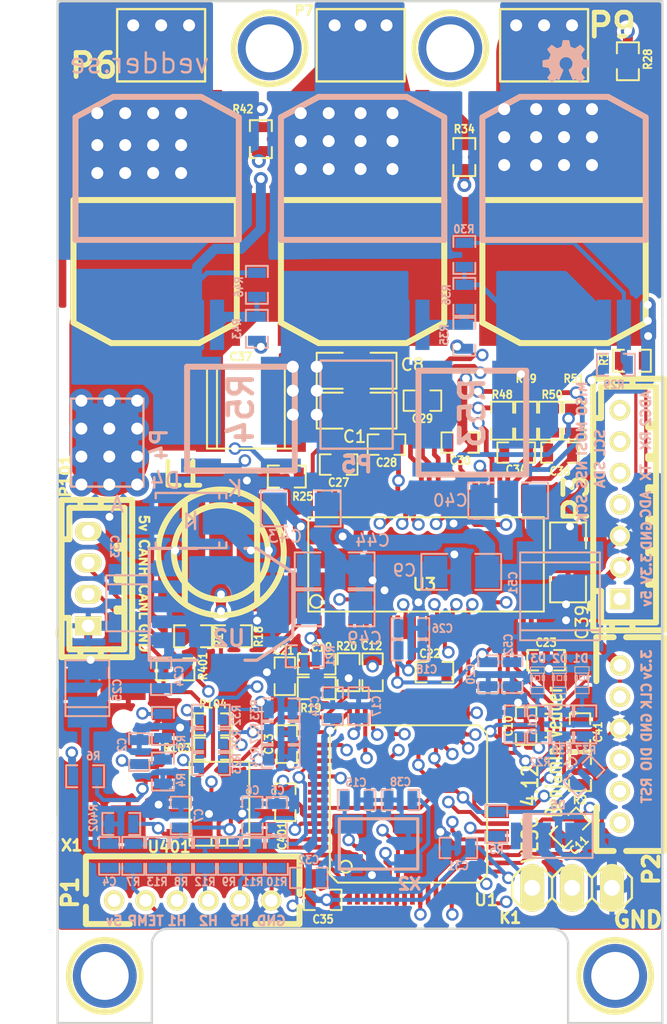
<source format=kicad_pcb>
(kicad_pcb (version 20221018) (generator pcbnew)
  (title_block (title "BLDC Driver 4.6") (date "30 Aug 2014") (rev "A") (company "Benjamin Vedder"))
  (layers (0 "F.Cu" signal) (1 "In1.Cu" signal "GND") (2 "In2.Cu" signal "GND2") (31 "B.Cu" signal) (34 "B.Paste" user) (35 "F.Paste" user) (36 "B.SilkS" user "B.Silkscreen") (37 "F.SilkS" user "F.Silkscreen") (38 "B.Mask" user) (39 "F.Mask" user) (44 "Edge.Cuts" user))
  (net 0 "")
  (net 1 "+5V")
  (net 2 "GND")
  (net 3 "NRST")
  (net 4 "Net-(C15-Pad1)")
  (net 5 "Net-(C16-Pad1)")
  (net 6 "Net-(C17-Pad1)")
  (net 7 "Net-(C18-Pad1)")
  (net 8 "Net-(C19-Pad2)")
  (net 9 "Net-(C20-Pad2)")
  (net 10 "Net-(C21-Pad2)")
  (net 11 "Net-(C22-Pad1)")
  (net 12 "Net-(C22-Pad2)")
  (net 13 "Net-(C23-Pad2)")
  (net 14 "Net-(C27-Pad1)")
  (net 15 "Net-(C27-Pad2)")
  (net 16 "Net-(C28-Pad2)")
  (net 17 "Net-(C29-Pad2)")
  (net 18 "Net-(C30-Pad2)")
  (net 19 "Net-(C34-Pad1)")
  (net 20 "Net-(C34-Pad2)")
  (net 21 "Net-(C36-Pad1)")
  (net 22 "Net-(C36-Pad2)")
  (net 23 "Net-(C38-Pad1)")
  (net 24 "Net-(D1-Pad1)")
  (net 25 "Net-(D2-Pad1)")
  (net 26 "Net-(K1-Pad1)")
  (net 27 "Net-(Q1-PadG)")
  (net 28 "Net-(Q2-PadG)")
  (net 29 "Net-(Q3-PadG)")
  (net 30 "Net-(Q4-PadG)")
  (net 31 "Net-(Q5-PadG)")
  (net 32 "Net-(Q6-PadG)")
  (net 33 "Net-(R17-Pad2)")
  (net 34 "Net-(R20-Pad1)")
  (net 35 "Net-(R21-Pad2)")
  (net 36 "Net-(R25-Pad2)")
  (net 37 "Net-(R6-Pad1)")
  (net 38 "SWCLK")
  (net 39 "SWDIO")
  (net 40 "VCC")
  (net 41 "V_SUPPLY")
  (net 42 "/MCU/AN_IN")
  (net 43 "/MCU/SERVO")
  (net 44 "/Mosfet driver/H1_VS")
  (net 45 "/Mosfet driver/H2_VS")
  (net 46 "/Mosfet driver/H3_VS")
  (net 47 "/Mosfet driver/H1_LOW")
  (net 48 "/Mosfet driver/H3_LOW")
  (net 49 "/MCU/SENS1")
  (net 50 "/MCU/SENS2")
  (net 51 "/Mosfet driver/M_H1")
  (net 52 "/Mosfet driver/M_L1")
  (net 53 "/MCU/SENS3")
  (net 54 "/Mosfet driver/M_H2")
  (net 55 "/Mosfet driver/M_L2")
  (net 56 "/Mosfet driver/M_H3")
  (net 57 "/Mosfet driver/M_L3")
  (net 58 "/Mosfet driver/SH1_A")
  (net 59 "/Mosfet driver/SH1_B")
  (net 60 "/Mosfet driver/SH2_A")
  (net 61 "/Mosfet driver/SH2_B")
  (net 62 "/MCU/BR_SO2")
  (net 63 "/MCU/BR_SO1")
  (net 64 "/MCU/DC_CAL")
  (net 65 "/MCU/L3")
  (net 66 "/MCU/L2")
  (net 67 "/MCU/L1")
  (net 68 "/MCU/EN_GATE")
  (net 69 "/MCU/FAULT")
  (net 70 "/MCU/H3")
  (net 71 "/MCU/H2")
  (net 72 "/MCU/H1")
  (net 73 "/MCU/USB_DM")
  (net 74 "/MCU/USB_DP")
  (net 75 "/Filters/TEMP_IN")
  (net 76 "/Filters/HALL3_OUT")
  (net 77 "/Filters/HALL2_OUT")
  (net 78 "/Filters/HALL1_OUT")
  (net 79 "Net-(D3-Pad1)")
  (net 80 "/Filters/HALL1_IN")
  (net 81 "/Filters/HALL2_IN")
  (net 82 "/Filters/HALL3_IN")
  (net 83 "/CAN bus transceiver/CANL")
  (net 84 "/CAN bus transceiver/CANH")
  (net 85 "/MCU/LED_GREEN")
  (net 86 "/MCU/LED_RED")
  (net 87 "Net-(R103-Pad2)")
  (net 88 "Net-(R104-Pad2)")
  (net 89 "Net-(R402-Pad1)")
  (net 90 "/CAN bus transceiver/CAN_RX")
  (net 91 "/CAN bus transceiver/CAN_TX")
  (net 92 "/MCU/ADC_TEMP")
  (net 93 "/MCU/SCK_ADC_EXT")
  (net 94 "/MCU/RX_SCL_MOSI")
  (net 95 "/MCU/MISO_ADC_EXT2")
  (net 96 "Net-(P2-Pad6)")
  (net 97 "/MCU/TX_SDA_NSS")
  (net 98 "Net-(U1-Pad4)")
  (net 99 "Net-(U1-Pad2)")
  (net 100 "Net-(U1-Pad3)")
  (net 101 "Net-(U1-Pad39)")
  (net 102 "Net-(U1-Pad40)")
  (net 103 "Net-(U1-Pad50)")
  (net 104 "Net-(U1-Pad54)")
  (net 105 "Net-(U1-Pad55)")
  (net 106 "Net-(U1-Pad56)")
  (net 107 "Net-(U1-Pad9)")
  (net 108 "Net-(U1-Pad11)")
  (net 109 "Net-(U1-Pad28)")
  (net 110 "Net-(U3-Pad4)")
  (net 111 "Net-(U3-Pad5)")
  (net 112 "Net-(U3-Pad55)")
  (net 113 "Net-(U3-Pad56)")
  (net 114 "Net-(U401-Pad5)")
  (net 115 "Net-(X1-Pad4)")
  (footprint "1pin" (layer "F.Cu") (at 92 83)
    (fp_text reference "1PIN" hide)
    (fp_text value "P***" hide)
  )
  (footprint "1pin" (layer "F.Cu") (at 103.5 83)
    (fp_text reference "1PIN" hide)
    (fp_text value "P***" hide)
  )
  (footprint "w_smd_cap:c_2220" (layer "F.Cu") (at 90.805 105.918)
    (fp_text reference "C37")
    (fp_text value "15u,100V" hide)
  )
  (footprint "CRF1:pinhead-1X03" (layer "F.Cu") (at 111.252 136.398)
    (fp_text reference "K1")
    (fp_text value "SERVO" hide)
  )
  (footprint "CRF1:MICRO_JST_6" (layer "F.Cu") (at 87.1 137.2)
    (fp_text reference "P1")
    (fp_text value "HALL/Encoder" hide)
  )
  (footprint "CRF1:MICRO_JST_6" (layer "F.Cu") (at 114.3 127.254 -90)
    (fp_text reference "P2")
    (fp_text value "SWD" hide)
  )
  (footprint "CRF1:1PAD_4x5mm" (layer "F.Cu") (at 85.09 82.804 90)
    (fp_text reference "P6")
    (fp_text value "MOTOR1" hide)
  )
  (footprint "CRF1:1PAD_4x5mm" (layer "F.Cu") (at 109.474 82.804 90)
    (fp_text reference "P9")
    (fp_text value "MOTOR3" hide)
  )
  (footprint "CRF1:D2PAK-7-GDS" (layer "F.Cu") (at 110.744 91.948 180)
    (fp_text reference "Q1" hide)
    (fp_text value "IRFS7530" hide)
  )
  (footprint "CRF1:D2PAK-7-GDS" (layer "F.Cu") (at 97.917 91.948 180)
    (fp_text reference "Q3" hide)
    (fp_text value "IRFS7530" hide)
  )
  (footprint "CRF1:D2PAK-7-GDS" (layer "F.Cu") (at 84.709 91.948 180)
    (fp_text reference "Q5" hide)
    (fp_text value "IRFS7530" hide)
  )
  (footprint "CRF1:lqfp64_pad_mod" (layer "F.Cu") (at 100.838 131.064)
    (fp_text reference "U1")
    (fp_text value "STM32F40X_LQFP64" hide)
  )
  (footprint "CRF1:TSSOP-56-PP" (layer "F.Cu") (at 101.854 115.824)
    (fp_text reference "U3")
    (fp_text value "DRV8302" hide)
  )
  (footprint "JST conn:b4b-ph-kl" (layer "F.Cu") (at 80.45 116.726 90)
    (fp_text reference "P101")
    (fp_text value "CANBUS" hide)
  )
  (footprint "CRF1:1PAD_4x5mm" (layer "F.Cu") (at 97.79 82.804 90)
    (fp_text reference "P7")
    (fp_text value "MOTOR2" hide)
  )
  (footprint "Connect:1pin" (layer "F.Cu") (at 114 142)
    (fp_text reference "1PIN" hide)
    (fp_text value "P***" hide)
  )
  (footprint "Connect:1pin" (layer "F.Cu") (at 81.5 142)
    (fp_text reference "1PIN" hide)
    (fp_text value "P***" hide)
  )
  (footprint "CRF1:SMD-1206" (layer "F.Cu") (at 97.536 106.045)
    (fp_text reference "C1")
    (fp_text value "10u,50V" hide)
  )
  (footprint "CRF1:SMD-1206" (layer "F.Cu") (at 97.536 103.505)
    (fp_text reference "C8")
    (fp_text value "10u,50V" hide)
  )
  (footprint "CRF1:SMD-0603_c" (layer "F.Cu") (at 108.331 126.111 -90)
    (fp_text reference "C10")
    (fp_text value "2.2u" hide)
  )
  (footprint "CRF1:SMD-0603_c" (layer "F.Cu") (at 111.125 132.588 45)
    (fp_text reference "C11")
    (fp_text value "2.2u" hide)
  )
  (footprint "CRF1:SMD-0603_c" (layer "F.Cu") (at 98.552 122.682 90)
    (fp_text reference "C12")
    (fp_text value "2.2u" hide)
  )
  (footprint "CRF1:SMD-0603_c" (layer "F.Cu") (at 93.091 127.254 90)
    (fp_text reference "C13")
    (fp_text value "2.2u" hide)
  )
  (footprint "CRF1:SMD-0603_c" (layer "F.Cu") (at 94.996 122.174)
    (fp_text reference "C19")
    (fp_text value "120p" hide)
  )
  (footprint "CRF1:SMD-0603_c" (layer "F.Cu") (at 92.964 122.936 -90)
    (fp_text reference "C21")
    (fp_text value "6.8n" hide)
  )
  (footprint "CRF1:SMD-0603_c" (layer "F.Cu") (at 102.489 122.682)
    (fp_text reference "C22")
    (fp_text value "22n" hide)
  )
  (footprint "CRF1:SMD-0603_c" (layer "F.Cu") (at 109.601 121.92 180)
    (fp_text reference "C23")
    (fp_text value "2.2u" hide)
  )
  (footprint "CRF1:SMD-0603_c" (layer "F.Cu") (at 96.393 109.474 180)
    (fp_text reference "C27")
    (fp_text value "100n" hide)
  )
  (footprint "CRF1:SMD-0603_c" (layer "F.Cu") (at 99.441 108.204 180)
    (fp_text reference "C28")
    (fp_text value "220n" hide)
  )
  (footprint "CRF1:SMD-0603_c" (layer "F.Cu") (at 101.727 105.41 180)
    (fp_text reference "C29")
    (fp_text value "220n" hide)
  )
  (footprint "CRF1:SMD-0603_c" (layer "F.Cu") (at 104.14 108.077 180)
    (fp_text reference "C30")
    (fp_text value "220n" hide)
  )
  (footprint "CRF1:SMD-0603_c" (layer "F.Cu") (at 107.696 108.712)
    (fp_text reference "C34")
    (fp_text value "2.2n" hide)
  )
  (footprint "CRF1:SMD-0603_c" (layer "F.Cu") (at 95.377 137.16)
    (fp_text reference "C35")
    (fp_text value "2.2u" hide)
  )
  (footprint "CRF1:SMD-0603_c" (layer "F.Cu") (at 110.49 108.712)
    (fp_text reference "C36")
    (fp_text value "2.2n" hide)
  )
  (footprint "CRF1:SMD-1206" (layer "F.Cu") (at 110.998 115.697 90)
    (fp_text reference "C39")
    (fp_text value "10u,50V" hide)
  )
  (footprint "CRF1:SMD-0603_c" (layer "F.Cu") (at 111.76 126.492 -90)
    (fp_text reference "C41")
    (fp_text value "2.2u" hide)
  )
  (footprint "CRF1:SMD-0603_c" (layer "F.Cu") (at 93 130.95 -90)
    (fp_text reference "C401")
    (fp_text value "2.2u" hide)
  )
  (footprint "CRF1:SMD-0603_r" (layer "F.Cu") (at 115.062 102.87)
    (fp_text reference "R1")
    (fp_text value "NTC 10k" hide)
  )
  (footprint "CRF1:SMD-0603_r" (layer "F.Cu") (at 111.76 129.032 90)
    (fp_text reference "R2")
    (fp_text value "10k" hide)
  )
  (footprint "CRF1:SMD-0603_r" (layer "F.Cu") (at 87.122 120.396)
    (fp_text reference "R17")
    (fp_text value "18k" hide)
  )
  (footprint "CRF1:SMD-0603_r" (layer "F.Cu") (at 89.662 120.396)
    (fp_text reference "R18")
    (fp_text value "3k3" hide)
  )
  (footprint "CRF1:SMD-0603_r" (layer "F.Cu") (at 94.996 123.698)
    (fp_text reference "R19")
    (fp_text value "15k" hide)
  )
  (footprint "CRF1:SMD-0603_r" (layer "F.Cu") (at 97.028 122.682 -90)
    (fp_text reference "R20")
    (fp_text value "10k" hide)
  )
  (footprint "CRF1:SMD-0603_r" (layer "F.Cu") (at 93.091 110.236)
    (fp_text reference "R25")
    (fp_text value "1M" hide)
  )
  (footprint "CRF1:SMD-0603_r" (layer "F.Cu") (at 114.808 83.82 90)
    (fp_text reference "R28")
    (fp_text value "4R7" hide)
  )
  (footprint "CRF1:SMD-0603_r" (layer "F.Cu") (at 104.394 89.916 -90)
    (fp_text reference "R34")
    (fp_text value "4R7" hide)
  )
  (footprint "CRF1:SMD-0603_r" (layer "F.Cu") (at 91.44 88.773 -90)
    (fp_text reference "R42")
    (fp_text value "4R7" hide)
  )
  (footprint "CRF1:SMD-0603_r" (layer "F.Cu") (at 106.807 106.68 -90)
    (fp_text reference "R48")
    (fp_text value "100R" hide)
  )
  (footprint "CRF1:SMD-0603_r" (layer "F.Cu") (at 108.331 106.68 -90)
    (fp_text reference "R49")
    (fp_text value "100R" hide)
  )
  (footprint "CRF1:SMD-0603_r" (layer "F.Cu") (at 109.855 106.68 -90)
    (fp_text reference "R50")
    (fp_text value "100R" hide)
  )
  (footprint "CRF1:SMD-0603_r" (layer "F.Cu") (at 111.379 106.68 -90)
    (fp_text reference "R51")
    (fp_text value "100R" hide)
  )
  (footprint "CRF1:SMD-0603_r" (layer "F.Cu") (at 88.4 127.55 180)
    (fp_text reference "R103")
    (fp_text value "22R" hide)
  )
  (footprint "CRF1:SMD-0603_r" (layer "F.Cu") (at 88.4 126 180)
    (fp_text reference "R104")
    (fp_text value "22R" hide)
  )
  (footprint "CRF1:SMD-0603_r" (layer "F.Cu") (at 86 122.5 180)
    (fp_text reference "R401")
    (fp_text value "NI" hide)
  )
  (footprint "CRF1:SOIC-8-W" (layer "F.Cu") (at 88.8 131.05 90)
    (fp_text reference "U401")
    (fp_text value "SN65HVD232" hide)
  )
  (footprint "CRF1:USB-UX60R-MB-5ST" (layer "F.Cu") (at 82.7 127.8 -90)
    (fp_text reference "X1")
    (fp_text value "MINI-USB-SHIELD-32005-201" hide)
  )
  (footprint "CRF1:b7b-ph-kl" (layer "F.Cu") (at 114.3 112.014 90)
    (fp_text reference "P3")
    (fp_text value "PWR_COMM" hide)
  )
  (footprint "w_smd_inductors:inductor_smd_8x5mm" (layer "F.Cu") (at 88.9 115.062 180)
    (fp_text reference "L1")
    (fp_text value "22u" hide)
  )
  (footprint "oshw_silkscreen-back_3mm" (layer "B.Cu") (at 110.871 83.82)
    (fp_text reference "G***" hide)
    (fp_text value "oshw_silkscreen-back_3mm" hide)
  )
  (footprint "w_smd_cap:c_tant_B" (layer "B.Cu") (at 80.391 123.698 -90)
    (fp_text reference "C25")
    (fp_text value "100u" hide)
  )
  (footprint "w_smd_cap:c_tant_B" (layer "B.Cu") (at 83 118.3 90)
    (fp_text reference "C33")
    (fp_text value "100u" hide)
  )
  (footprint "w_smd_cap:c_2220" (layer "B.Cu") (at 110.49 117.856 -90)
    (fp_text reference "C51")
    (fp_text value "15u, 100v" hide)
  )
  (footprint "LEDs:LED-0603" (layer "B.Cu") (at 111.887 123.19 90)
    (fp_text reference "D1")
    (fp_text value "GREEN" hide)
  )
  (footprint "LEDs:LED-0603" (layer "B.Cu") (at 110.45 123.2 90)
    (fp_text reference "D2")
    (fp_text value "RED" hide)
  )
  (footprint "LEDs:LED-0603" (layer "B.Cu") (at 109.05 123.2 90)
    (fp_text reference "D3")
    (fp_text value "LED" hide)
  )
  (footprint "CRF1:1PAD_4x5mm" (layer "B.Cu") (at 81.661 108.077)
    (fp_text reference "P4")
    (fp_text value "IN+" hide)
  )
  (footprint "CRF1:1PAD_4x5mm" (layer "B.Cu") (at 97.536 105.664)
    (fp_text reference "P5")
    (fp_text value "IN-" hide)
  )
  (footprint "CRF1:WSLP2726" (layer "B.Cu") (at 104.902 108.712)
    (fp_text reference "R53")
    (fp_text value "SHUNT" hide)
  )
  (footprint "CRF1:Crystal_5x3mm" (layer "B.Cu") (at 98.933 133.604)
    (fp_text reference "X2")
    (fp_text value "8MHz 10ppm" hide)
  )
  (footprint "CRF1:WSLP2726" (layer "B.Cu") (at 90.17 108.458)
    (fp_text reference "R54")
    (fp_text value "SHUNT" hide)
  )
  (footprint "w_smd_diode:do214ac" (layer "B.Cu") (at 110.363 133.096 180)
    (fp_text reference "D5")
    (fp_text value "TVS 5V" hide)
  )
  (footprint "CRF1:D2PAK-7-GDS" (layer "B.Cu") (at 84.836 95.885 180)
    (fp_text reference "Q6" hide)
    (fp_text value "IRFS7530" hide)
  )
  (footprint "CRF1:D2PAK-7-GDS" (layer "B.Cu") (at 110.744 95.885 180)
    (fp_text reference "Q2" hide)
    (fp_text value "IRFS7530" hide)
  )
  (footprint "CRF1:D2PAK-7-GDS" (layer "B.Cu") (at 97.917 95.885 180)
    (fp_text reference "Q4" hide)
    (fp_text value "IRFS7530" hide)
  )
  (footprint "CRF1:SMD-0603_c" (layer "B.Cu") (at 83.693 127.762 -90)
    (fp_text reference "C2")
    (fp_text value "100n" hide)
  )
  (footprint "CRF1:SMD-0603_c" (layer "B.Cu") (at 112.014 129.286 -135)
    (fp_text reference "C3")
    (fp_text value "100n" hide)
  )
  (footprint "CRF1:SMD-0603_c" (layer "B.Cu") (at 81.788 134.366 -90)
    (fp_text reference "C4")
    (fp_text value "4n7" hide)
  )
  (footprint "CRF1:SMD-0603_c" (layer "B.Cu") (at 92.456 131.826 90)
    (fp_text reference "C5")
    (fp_text value "4n7" hide)
  )
  (footprint "CRF1:SMD-0603_c" (layer "B.Cu") (at 90.9 131.8 90)
    (fp_text reference "C6")
    (fp_text value "4n7" hide)
  )
  (footprint "CRF1:SMD-0603_c" (layer "B.Cu") (at 86.35 131.8 90)
    (fp_text reference "C7")
    (fp_text value "4n7" hide)
  )
  (footprint "CRF1:SMD-1206" (layer "B.Cu") (at 104.2 116.3)
    (fp_text reference "C9")
    (fp_text value "10u,50V" hide)
  )
  (footprint "CRF1:SMD-0603_c" (layer "B.Cu") (at 96.012 124.841 -90)
    (fp_text reference "C14")
    (fp_text value "2.2u" hide)
  )
  (footprint "CRF1:SMD-0603_c" (layer "B.Cu") (at 97.536 130.81)
    (fp_text reference "C15")
    (fp_text value "15p" hide)
  )
  (footprint "CRF1:SMD-0603_c" (layer "B.Cu") (at 107.6 126 90)
    (fp_text reference "C16")
    (fp_text value "2.2u" hide)
  )
  (footprint "CRF1:SMD-0603_c" (layer "B.Cu") (at 97.663 124.841 90)
    (fp_text reference "C17")
    (fp_text value "2.2u" hide)
  )
  (footprint "CRF1:SMD-0603_c" (layer "B.Cu") (at 100.965 121.285)
    (fp_text reference "C18")
    (fp_text value "2.2u" hide)
  )
  (footprint "CRF1:SMD-0603_c" (layer "B.Cu") (at 105.918 122.809 90)
    (fp_text reference "C20")
    (fp_text value "2.2u" hide)
  )
  (footprint "CRF1:SMD-0603_c" (layer "B.Cu") (at 85.09 122.936 90)
    (fp_text reference "C24")
    (fp_text value "2.2u" hide)
  )
  (footprint "CRF1:SMD-0603_c" (layer "B.Cu") (at 104.013 133.858)
    (fp_text reference "C31")
    (fp_text value "2.2u" hide)
  )
  (footprint "CRF1:SMD-0603_c" (layer "B.Cu") (at 94.488 135.763 180)
    (fp_text reference "C32")
    (fp_text value "100n" hide)
  )
  (footprint "CRF1:SMD-0603_c" (layer "B.Cu") (at 100.33 130.81 180)
    (fp_text reference "C38")
    (fp_text value "15p" hide)
  )
  (footprint "CRF1:SMD-1206" (layer "B.Cu") (at 107.188 111.76)
    (fp_text reference "C40")
    (fp_text value "10u,50V" hide)
  )
  (footprint "CRF1:SMD-1206" (layer "B.Cu") (at 93.98 112.268)
    (fp_text reference "C43")
    (fp_text value "10u,50V" hide)
  )
  (footprint "CRF1:SMD-1206" (layer "B.Cu") (at 96.139 116.205)
    (fp_text reference "C44")
    (fp_text value "10u,50V" hide)
  )
  (footprint "CRF1:SMD-1206" (layer "B.Cu") (at 96.139 118.618)
    (fp_text reference "C49")
    (fp_text value "10u,50V" hide)
  )
  (footprint "CRF1:SMD-0603_c" (layer "B.Cu") (at 107.442 122.809 90)
    (fp_text reference "C52")
    (fp_text value "2.2u" hide)
  )
  (footprint "CRF1:SMD-0603_r" (layer "B.Cu") (at 85.2 126.1 -90)
    (fp_text reference "R3")
    (fp_text value "39k" hide)
  )
  (footprint "CRF1:SMD-0603_r" (layer "B.Cu") (at 85.2 129 90)
    (fp_text reference "R4")
    (fp_text value "2k2" hide)
  )
  (footprint "CRF1:SMD-0603_r" (layer "B.Cu") (at 106.426 132.334 -90)
    (fp_text reference "R5")
    (fp_text value "2k2" hide)
  )
  (footprint "CRF1:SMD-0603_r" (layer "B.Cu") (at 80.25 129.3 180)
    (fp_text reference "R6")
    (fp_text value "0R" hide)
  )
  (footprint "CRF1:SMD-0603_r" (layer "B.Cu") (at 83.312 134.366 90)
    (fp_text reference "R7")
    (fp_text value "10k" hide)
  )
  (footprint "CRF1:SMD-0603_r" (layer "B.Cu") (at 86.36 134.366 90)
    (fp_text reference "R8")
    (fp_text value "10k" hide)
  )
  (footprint "CRF1:SMD-0603_r" (layer "B.Cu") (at 89.408 134.366 90)
    (fp_text reference "R9")
    (fp_text value "10k" hide)
  )
  (footprint "CRF1:SMD-0603_r" (layer "B.Cu") (at 92.456 134.366 90)
    (fp_text reference "R10")
    (fp_text value "10k" hide)
  )
  (footprint "CRF1:SMD-0603_r" (layer "B.Cu") (at 90.932 134.366 90)
    (fp_text reference "R11")
    (fp_text value "2k2" hide)
  )
  (footprint "CRF1:SMD-0603_r" (layer "B.Cu") (at 87.884 134.366 90)
    (fp_text reference "R12")
    (fp_text value "2k2" hide)
  )
  (footprint "CRF1:SMD-0603_r" (layer "B.Cu") (at 84.836 134.366 90)
    (fp_text reference "R13")
    (fp_text value "2k2" hide)
  )
  (footprint "CRF1:SMD-0603_r" (layer "B.Cu") (at 94.234 121.666)
    (fp_text reference "R21")
    (fp_text value "220k" hide)
  )
  (footprint "CRF1:SMD-0603_r" (layer "B.Cu") (at 109.1 126 -90)
    (fp_text reference "R22")
    (fp_text value "2k2" hide)
  )
  (footprint "CRF1:SMD-0603_r" (layer "B.Cu") (at 88.265 128.524)
    (fp_text reference "R23")
    (fp_text value "39k" hide)
  )
  (footprint "CRF1:SMD-0603_r" (layer "B.Cu") (at 92.7 128.05 180)
    (fp_text reference "R24")
    (fp_text value "2k2" hide)
  )
  (footprint "CRF1:SMD-0603_r" (layer "B.Cu") (at 88.265 127)
    (fp_text reference "R26")
    (fp_text value "39k" hide)
  )
  (footprint "CRF1:SMD-0603_r" (layer "B.Cu") (at 92.7 126.55 180)
    (fp_text reference "R27")
    (fp_text value "2k2" hide)
  )
  (footprint "CRF1:SMD-0603_r" (layer "B.Cu") (at 114.046 103.124 180)
    (fp_text reference "R29")
    (fp_text value "4R7" hide)
  )
  (footprint "CRF1:SMD-0603_r" (layer "B.Cu") (at 104.394 96.139 90)
    (fp_text reference "R30")
    (fp_text value "39k" hide)
  )
  (footprint "CRF1:SMD-0603_r" (layer "B.Cu") (at 88.25 125.45)
    (fp_text reference "R32")
    (fp_text value "39k" hide)
  )
  (footprint "CRF1:SMD-0603_r" (layer "B.Cu") (at 92.7 125.05 180)
    (fp_text reference "R33")
    (fp_text value "2k2" hide)
  )
  (footprint "CRF1:SMD-0603_r" (layer "B.Cu") (at 104.394 101.346 -90)
    (fp_text reference "R35")
    (fp_text value "4R7" hide)
  )
  (footprint "CRF1:SMD-0603_r" (layer "B.Cu") (at 104.394 98.806 -90)
    (fp_text reference "R36")
    (fp_text value "39k" hide)
  )
  (footprint "CRF1:SMD-0603_r" (layer "B.Cu") (at 112.1 126 -90)
    (fp_text reference "R37")
    (fp_text value "100R" hide)
  )
  (footprint "CRF1:SMD-0603_r" (layer "B.Cu") (at 110.6 126 -90)
    (fp_text reference "R38")
    (fp_text value "100R" hide)
  )
  (footprint "CRF1:SMD-0603_r" (layer "B.Cu") (at 91.186 100.838 -90)
    (fp_text reference "R43")
    (fp_text value "4R7" hide)
  )
  (footprint "CRF1:SMD-0603_r" (layer "B.Cu") (at 91.186 98.044 -90)
    (fp_text reference "R46")
    (fp_text value "39k" hide)
  )
  (footprint "CRF1:SMD-0603_r" (layer "B.Cu") (at 82.55 132.334 180)
    (fp_text reference "R402")
    (fp_text value "10k" hide)
  )
  (footprint "CRF1:SOT-223" (layer "B.Cu") (at 88.9 118.364 90)
    (fp_text reference "U2")
    (fp_text value "TC2117" hide)
  )
  (footprint "Diodes_SMD:SMA_Handsoldering" (layer "B.Cu") (at 86.995 113.03 180)
    (fp_text reference "D4")
    (fp_text value "DIODESCH")
  )
  (footprint "CRF1:SMD-0603_c" (layer "B.Cu") (at 100.965 119.888)
    (fp_text reference "C26")
    (fp_text value "2.2u" hide)
  )
  (gr_arc (start 84.5 140) (mid 84.792893 139.292893) (end 85.5 139) (stroke (width 0.15)) (layer "Edge.Cuts"))
  (gr_line (start 111 140) (end 111 145) (stroke (width 0.15)) (layer "Edge.Cuts"))
  (gr_line (start 111 145) (end 117 145) (stroke (width 0.15)) (layer "Edge.Cuts"))
  (gr_arc (start 110 139) (mid 110.707107 139.292893) (end 111 140) (stroke (width 0.15)) (layer "Edge.Cuts"))
  (gr_line (start 78.5 145) (end 78.5 80) (stroke (width 0.15)) (layer "Edge.Cuts"))
  (gr_line (start 117 80) (end 117 145) (stroke (width 0.15)) (layer "Edge.Cuts"))
  (gr_line (start 85.5 139) (end 110 139) (stroke (width 0.15)) (layer "Edge.Cuts"))
  (gr_line (start 84.5 145) (end 78.5 145) (stroke (width 0.15)) (layer "Edge.Cuts"))
  (gr_line (start 84.5 140) (end 84.5 145) (stroke (width 0.15)) (layer "Edge.Cuts"))
  (gr_line (start 117 80) (end 78.5 80) (stroke (width 0.15)) (layer "Edge.Cuts"))
  (gr_text "MISO" (at 111.887 105.283 90) (layer "B.SilkS") (effects (font (size 0.6 0.6)) (justify mirror)))
  (gr_text "MOSI" (at 111.887 107.823 90) (layer "B.SilkS") (effects (font (size 0.6 0.6)) (justify mirror)))
  (gr_text "SCK" (at 111.887 112.268 90) (layer "B.SilkS") (effects (font (size 0.6 0.6)) (justify mirror)))
  (gr_text "NSS" (at 111.887 110.109 90) (layer "B.SilkS") (effects (font (size 0.6 0.6)) (justify mirror)))
  (gr_text "3.3V" (at 116 116.1 90) (layer "B.SilkS") (effects (font (size 0.6 0.6)) (justify mirror)))
  (gr_text "H2" (at 88.1 138.5) (layer "B.SilkS") (effects (font (size 0.6 0.6)) (justify mirror)))
  (gr_text "SDA" (at 113.03 110.109 90) (layer "B.SilkS") (effects (font (size 0.6 0.6)) (justify mirror)))
  (gr_text "H1" (at 86.1 138.5) (layer "B.SilkS") (effects (font (size 0.6 0.6)) (justify mirror)))
  (gr_text "RX" (at 115.951 107.95 90) (layer "B.SilkS") (effects (font (size 0.6 0.6)) (justify mirror)))
  (gr_text "GND" (at 116 126.2 90) (layer "B.SilkS") (effects (font (size 0.6 0.6)) (justify mirror)))
  (gr_text "H3" (at 90.1 138.5) (layer "B.SilkS") (effects (font (size 0.6 0.6)) (justify mirror)))
  (gr_text "3.3v" (at 116 122.2 90) (layer "B.SilkS") (effects (font (size 0.6 0.6)) (justify mirror)))
  (gr_text "5v" (at 82.1 138.5) (layer "B.SilkS") (effects (font (size 0.6 0.6)) (justify mirror)))
  (gr_text "GND" (at 116 114 90) (layer "B.SilkS") (effects (font (size 0.6 0.6)) (justify mirror)))
  (gr_text "TEMP" (at 84.1 138.5) (layer "B.SilkS") (effects (font (size 0.6 0.6)) (justify mirror)))
  (gr_text "ADC" (at 115.951 112.014 90) (layer "B.SilkS") (effects (font (size 0.6 0.6)) (justify mirror)))
  (gr_text "RST" (at 116 130.2 90) (layer "B.SilkS") (effects (font (size 0.6 0.6)) (justify mirror)))
  (gr_text "DIO" (at 116 128.2 90) (layer "B.SilkS") (effects (font (size 0.6 0.6)) (justify mirror)))
  (gr_text "TX" (at 115.951 109.982 90) (layer "B.SilkS") (effects (font (size 0.6 0.6)) (justify mirror)))
  (gr_text "5v" (at 116 118 90) (layer "B.SilkS") (effects (font (size 0.6 0.6)) (justify mirror)))
  (gr_text "ADC2" (at 115.951 105.918 90) (layer "B.SilkS") (effects (font (size 0.6 0.6)) (justify mirror)))
  (gr_text "vedder.se" (at 83.693 83.947) (layer "B.SilkS") (effects (font (size 1.27 1.27) (thickness 0.1524)) (justify mirror)))
  (gr_text "CLK" (at 116 124.2 90) (layer "B.SilkS") (effects (font (size 0.6 0.6)) (justify mirror)))
  (gr_text "GND" (at 92.1 138.5) (layer "B.SilkS") (effects (font (size 0.6 0.6)) (justify mirror)))
  (gr_text "SCL" (at 113.03 108.077 90) (layer "B.SilkS") (effects (font (size 0.6 0.6)) (justify mirror)))
  (gr_text "Benjamin Vedder" (at 110.109 127.762 90) (layer "F.SilkS") (effects (font (size 1 0.6604))))
  (gr_text "CANL" (at 84 118.2 270) (layer "F.SilkS") (effects (font (size 0.6 0.6))))
  (gr_text "GND" (at 115.45 138.426) (layer "F.SilkS") (effects (font (size 1 1) (thickness 0.25))))
  (gr_text "GND" (at 84 120.5 270) (layer "F.SilkS") (effects (font (size 0.6 0.6))))
  (gr_text "5v" (at 84 113.2 270) (layer "F.SilkS") (effects (font (size 0.6 0.6))))
  (gr_text "VESC 4.12" (at 108.585 131.699 90) (layer "F.SilkS") (effects (font (size 1 0.8))))
  (gr_text "CANH" (at 84 115.4 270) (layer "F.SilkS") (effects (font (size 0.6 0.6))))
  (segment (start 85.979 114.935) (end 86.106 115.062) (width 0.635) (layer "F.Cu") (net 1))
  (segment (start 86.106 115.062) (end 86.40064 115.062) (width 0.635) (layer "F.Cu") (net 1))
  (segment (start 88.9 118.8) (end 88.9 117.729) (width 0.635) (layer "F.Cu") (net 1))
  (segment (start 86.40064 115.22964) (end 88.9 117.729) (width 1.27) (layer "F.Cu") (net 1))
  (segment (start 86.40064 115.062) (end 86.40064 116.40064) (width 1.27) (layer "F.Cu") (net 1))
  (segment (start 86.40064 120.35536) (end 86.36 120.396) (width 1.27) (layer "F.Cu") (net 1))
  (segment (start 86.40064 115.062) (end 86.40064 120.35536) (width 1.27) (layer "F.Cu") (net 1))
  (segment (start 86.40064 115.062) (end 86.40064 115.22964) (width 1.27) (layer "F.Cu") (net 1))
  (via (at 88.9 118.8) (size 0.8) (drill 0.5) (layers "F.Cu" "B.Cu") (net 1))
  (via (at 85.979 114.935) (size 0.8) (drill 0.5) (layers "F.Cu" "B.Cu") (net 1))
  (via (at 79.4 127.8) (size 0.8) (drill 0.5) (layers "F.Cu" "B.Cu") (net 1))
  (via (at 88.9 117.729) (size 0.8) (drill 0.5) (layers "F.Cu" "B.Cu") (net 1))
  (segment (start 85.598 115.316) (end 85.979 114.935) (width 0.635) (layer "B.Cu") (net 1))
  (segment (start 79.45 129.262) (end 79.4 127.8) (width 0.508) (layer "B.Cu") (net 1))
  (segment (start 83.698 116.078) (end 83 116.776) (width 0.635) (layer "B.Cu") (net 1))
  (segment (start 80.92626 113.72626) (end 83 115.8) (width 0.635) (layer "B.Cu") (net 1))
  (segment (start 83 115.8) (end 83 116.776) (width 0.635) (layer "B.Cu") (net 1))
  (segment (start 108.63326 133.27126) (end 111.252 135.89) (width 0.635) (layer "B.Cu") (net 1))
  (segment (start 111.252 135.89) (end 111.252 136.398) (width 0.635) (layer "B.Cu") (net 1))
  (segment (start 80.45 113.72626) (end 80.92626 113.72626) (width 0.635) (layer "B.Cu") (net 1))
  (segment (start 85.598 116.078) (end 82.922 116.078) (width 0.635) (layer "B.Cu") (net 1))
  (segment (start 108.63326 133.096) (end 108.63326 133.27126) (width 0.635) (layer "B.Cu") (net 1))
  (segment (start 85.598 116.078) (end 85.598 115.316) (width 0.635) (layer "B.Cu") (net 1))
  (segment (start 85.598 116.078) (end 84.709 116.078) (width 0.635) (layer "B.Cu") (net 1))
  (segment (start 85.598 116.078) (end 83.698 116.078) (width 0.635) (layer "B.Cu") (net 1))
  (segment (start 79.488 129.3) (end 79.45 129.262) (width 0.508) (layer "B.Cu") (net 1))
  (segment (start 108.65612 118.16588) (end 109.474 117.348) (width 0.3048) (layer "F.Cu") (net 2))
  (segment (start 109.474 117.348) (end 110.998 117.348) (width 0.3048) (layer "F.Cu") (net 2))
  (segment (start 98.552 116.84) (end 99.568 115.824) (width 0.635) (layer "F.Cu") (net 2))
  (segment (start 99.568 115.824) (end 101.854 115.824) (width 0.635) (layer "F.Cu") (net 2))
  (segment (start 108.204 115.824) (end 109.728 117.348) (width 0.635) (layer "F.Cu") (net 2))
  (segment (start 109.728 117.348) (end 110.998 117.348) (width 0.635) (layer "F.Cu") (net 2))
  (segment (start 98.65614 118.64086) (end 98.933 118.364) (width 0.254) (layer "F.Cu") (net 2))
  (segment (start 98.933 118.364) (end 99.314 118.364) (width 0.254) (layer "F.Cu") (net 2))
  (segment (start 99.314 118.364) (end 99.6569 118.7069) (width 0.254) (layer "F.Cu") (net 2))
  (segment (start 99.6569 118.7069) (end 99.6569 119.8245) (width 0.254) (layer "F.Cu") (net 2))
  (segment (start 110.5535 121.72188) (end 108.65612 119.8245) (width 0.254) (layer "F.Cu") (net 2))
  (segment (start 98.933 123.444) (end 99.6569 122.7201) (width 0.254) (layer "F.Cu") (net 2))
  (segment (start 99.6569 122.7201) (end 99.6569 119.8245) (width 0.254) (layer "F.Cu") (net 2))
  (segment (start 98.552 116.84) (end 101.854 115.824) (width 0.254) (layer "F.Cu") (net 2))
  (segment (start 98.298 115.824) (end 97.536 116.586) (width 0.635) (layer "F.Cu") (net 2))
  (segment (start 95.885 116.586) (end 92.075 120.396) (width 0.635) (layer "F.Cu") (net 2))
  (segment (start 92.075 120.396) (end 90.424 120.396) (width 0.635) (layer "F.Cu") (net 2))
  (segment (start 97.028 123.063) (end 97.028 123.444) (width 0.254) (layer "F.Cu") (net 2))
  (segment (start 100.965 115.824) (end 99.314 117.475) (width 0.254) (layer "F.Cu") (net 2))
  (segment (start 101.473 115.824) (end 98.933 118.364) (width 0.254) (layer "F.Cu") (net 2))
  (segment (start 103.8098 134.3152) (end 102.58806 135.53694) (width 0.254) (layer "F.Cu") (net 2))
  (segment (start 102.58806 135.53694) (end 102.58806 136.81456) (width 0.254) (layer "F.Cu") (net 2))
  (segment (start 104.267 134.3152) (end 103.8098 134.3152) (width 0.254) (layer "F.Cu") (net 2))
  (segment (start 95.98406 132.81406) (end 96.139 132.969) (width 0.254) (layer "F.Cu") (net 2))
  (segment (start 96.139 132.969) (end 96.139 134.239) (width 0.254) (layer "F.Cu") (net 2))
  (segment (start 96.139 134.239) (end 96.0628 134.3152) (width 0.254) (layer "F.Cu") (net 2))
  (segment (start 96.0628 134.3152) (end 95.08744 134.3152) (width 0.254) (layer "F.Cu") (net 2))
  (segment (start 93.2688 134.3152) (end 92.12326 135.46074) (width 0.254) (layer "F.Cu") (net 2))
  (segment (start 114.18824 114.03076) (end 110.998 117.221) (width 0.635) (layer "F.Cu") (net 2))
  (segment (start 110.998 117.221) (end 110.998 117.348) (width 0.635) (layer "F.Cu") (net 2))
  (segment (start 110.871 119.38) (end 110.871 118.364) (width 1.016) (layer "F.Cu") (net 2))
  (segment (start 110.871 117.475) (end 110.998 117.348) (width 1.016) (layer "F.Cu") (net 2))
  (segment (start 91.6133 131.7633) (end 91.5 131.65) (width 0.254) (layer "F.Cu") (net 2))
  (segment (start 92.973 131.685) (end 93 131.712) (width 0.254) (layer "F.Cu") (net 2))
  (segment (start 93.091 128.323291) (end 93.321003 128.553294) (width 0.254) (layer "F.Cu") (net 2))
  (segment (start 80.6 122.775) (end 80.6 121.9) (width 1.27) (layer "F.Cu") (net 2))
  (segment (start 80.45 121.75) (end 80.6 121.9) (width 0.508) (layer "F.Cu") (net 2))
  (segment (start 82.8 123.45) (end 83 123.25) (width 0.508) (layer "F.Cu") (net 2))
  (segment (start 82.8 132.15) (end 83 132.35) (width 0.508) (layer "F.Cu") (net 2))
  (segment (start 79.925 130.514) (end 80.518 129.921) (width 0.3048) (layer "F.Cu") (net 2))
  (segment (start 80.518 129.921) (end 80.518 124.043) (width 0.3048) (layer "F.Cu") (net 2))
  (segment (start 80.518 124.043) (end 79.925 123.45) (width 0.3048) (layer "F.Cu") (net 2))
  (segment (start 88.138 133.223) (end 87.249 134.112) (width 0.3048) (layer "F.Cu") (net 2))
  (segment (start 87.249 134.112) (end 84.762 134.112) (width 0.3048) (layer "F.Cu") (net 2))
  (segment (start 84.762 134.112) (end 83 132.35) (width 0.3048) (layer "F.Cu") (net 2))
  (segment (start 84.493 126.2) (end 85.09 125.603) (width 0.3048) (layer "F.Cu") (net 2))
  (segment (start 85.09 125.603) (end 85.09 124.46) (width 0.3048) (layer "F.Cu") (net 2))
  (segment (start 85.09 124.46) (end 83.88 123.25) (width 0.3048) (layer "F.Cu") (net 2))
  (segment (start 83.88 123.25) (end 83 123.25) (width 0.3048) (layer "F.Cu") (net 2))
  (segment (start 97.241312 134.3152) (end 98.51263 135.586518) (width 0.254) (layer "F.Cu") (net 2))
  (segment (start 92.12326 135.68426) (end 92.71 136.271) (width 0.254) (layer "F.Cu") (net 2))
  (segment (start 92.71 136.271) (end 93.726 136.271) (width 0.254) (layer "F.Cu") (net 2))
  (segment (start 93.726 136.271) (end 94.615 137.16) (width 0.254) (layer "F.Cu") (net 2))
  (segment (start 92.12326 137.178) (end 92.10126 137.2) (width 0.254) (layer "F.Cu") (net 2))
  (segment (start 114.03076 126.25324) (end 113.03 127.254) (width 0.254) (layer "F.Cu") (net 2))
  (segment (start 113.03 127.254) (end 111.76 127.254) (width 0.254) (layer "F.Cu") (net 2))
  (segment (start 94.996 104.775) (end 95.758 105.029) (width 0.2032) (layer "F.Cu") (net 2))
  (segment (start 95.758 105.029) (end 95.758 104.902) (width 0.2032) (layer "F.Cu") (net 2))
  (segment (start 94.39656 104.902) (end 93.38056 105.283) (width 1.016) (layer "F.Cu") (net 2))
  (segment (start 93.38056 104.86644) (end 94.996 103.251) (width 1.016) (layer "F.Cu") (net 2))
  (segment (start 94.996 103.251) (end 95.758 104.902) (width 1.016) (layer "F.Cu") (net 2))
  (segment (start 95.631 106.172) (end 94.996 104.775) (width 1.27) (layer "F.Cu") (net 2))
  (segment (start 93.472 106.299) (end 93.38056 106.20756) (width 1.27) (layer "F.Cu") (net 2))
  (segment (start 93.38056 106.20756) (end 93.38056 105.918) (width 1.27) (layer "F.Cu") (net 2))
  (segment (start 94.996 106.299) (end 95.123 106.172) (width 1.27) (layer "F.Cu") (net 2))
  (segment (start 95.123 106.172) (end 95.631 106.172) (width 1.27) (layer "F.Cu") (net 2))
  (segment (start 95.631 106.172) (end 95.885 106.045) (width 1.27) (layer "F.Cu") (net 2))
  (segment (start 114.3 126.25324) (end 114.03076 126.25324) (width 0.254) (layer "F.Cu") (net 2))
  (segment (start 97.536 116.586) (end 95.885 116.586) (width 0.635) (layer "F.Cu") (net 2))
  (segment (start 95.08744 132.81406) (end 95.98406 132.81406) (width 0.254) (layer "F.Cu") (net 2))
  (segment (start 103.6574 113.169653) (end 103.709331 113.221584) (width 0.3048) (layer "F.Cu") (net 2))
  (segment (start 95.758 104.902) (end 94.39656 104.902) (width 1.016) (layer "F.Cu") (net 2))
  (segment (start 93.091 128.016) (end 93.091 128.323291) (width 0.254) (layer "F.Cu") (net 2))
  (segment (start 101.981 131.953) (end 102.470001 132.442001) (width 0.254) (layer "F.Cu") (net 2))
  (segment (start 92.1385 122.174) (end 91.823218 122.489282) (width 0.254) (layer "F.Cu") (net 2))
  (segment (start 108.331 124.7775) (end 108.170506 124.617006) (width 0.254) (layer "F.Cu") (net 2))
  (segment (start 93.839986 104.78768) (end 93.472 104.775) (width 1.27) (layer "F.Cu") (net 2))
  (segment (start 79.925 123.45) (end 80.6 122.775) (width 1.27) (layer "F.Cu") (net 2))
  (segment (start 92.964 122.174) (end 92.1385 122.174) (width 0.254) (layer "F.Cu") (net 2))
  (segment (start 92.329 110.236) (end 91.6051 110.236) (width 0.4064) (layer "F.Cu") (net 2))
  (segment (start 106.58856 134.3152) (end 107.8738 134.3152) (width 0.254) (layer "F.Cu") (net 2))
  (segment (start 107.8738 134.3152) (end 109.062185 133.126815) (width 0.254) (layer "F.Cu") (net 2))
  (segment (start 98.552 123.444) (end 98.933 123.444) (width 0.254) (layer "F.Cu") (net 2))
  (segment (start 91.467 131.685) (end 90.268948 131.685) (width 0.254) (layer "F.Cu") (net 2))
  (segment (start 93.38056 105.283) (end 93.38056 104.86644) (width 1.016) (layer "F.Cu") (net 2))
  (segment (start 95.885 103.505) (end 95.885 106.045) (width 1.27) (layer "F.Cu") (net 2))
  (segment (start 108.331 125.349) (end 108.331 124.7775) (width 0.254) (layer "F.Cu") (net 2))
  (segment (start 110.5535 121.92) (end 110.318353 121.92) (width 0.508) (layer "F.Cu") (net 2))
  (segment (start 91.467 131.685) (end 92.973 131.685) (width 0.254) (layer "F.Cu") (net 2))
  (segment (start 79.925 132.15) (end 79.925 130.514) (width 0.3048) (layer "F.Cu") (net 2))
  (segment (start 84.1 126.2) (end 86.3 126.2) (width 0.254) (layer "F.Cu") (net 2))
  (segment (start 114.3 126.25324) (end 114.3 126.492) (width 0.254) (layer "F.Cu") (net 2))
  (segment (start 110.871 117.475) (end 110.871 118.364) (width 1.016) (layer "F.Cu") (net 2))
  (segment (start 96.0628 134.3152) (end 97.241312 134.3152) (width 0.254) (layer "F.Cu") (net 2))
  (segment (start 91.351088 110.490012) (end 90.551 110.490012) (width 0.4064) (layer "F.Cu") (net 2))
  (segment (start 110.318353 121.92) (end 109.782385 122.455968) (width 0.508) (layer "F.Cu") (net 2))
  (segment (start 90.424 120.396) (end 90.424 120.224) (width 0.508) (layer "F.Cu") (net 2))
  (segment (start 95.08744 134.3152) (end 93.2688 134.3152) (width 0.254) (layer "F.Cu") (net 2))
  (segment (start 104.267 134.3152) (end 104.267 134.239) (width 0.254) (layer "F.Cu") (net 2))
  (segment (start 108.170506 124.617006) (end 107.817006 124.617006) (width 0.254) (layer "F.Cu") (net 2))
  (segment (start 109.062185 133.126815) (end 110.037172 133.126815) (width 0.254) (layer "F.Cu") (net 2))
  (segment (start 103.269999 133.241999) (end 102.87 132.842) (width 0.254) (layer "F.Cu") (net 2))
  (segment (start 79.925 132.15) (end 79.925 131.675) (width 0.508) (layer "F.Cu") (net 2))
  (segment (start 79.925 132.15) (end 82.8 132.15) (width 0.508) (layer "F.Cu") (net 2))
  (segment (start 84.1 126.2) (end 84.493 126.2) (width 0.3048) (layer "F.Cu") (net 2))
  (segment (start 101.854 115.824) (end 108.204 115.824) (width 0.635) (layer "F.Cu") (net 2))
  (segment (start 108.65612 119.8245) (end 108.65612 118.16588) (width 0.3048) (layer "F.Cu") (net 2))
  (segment (start 91.6051 110.236) (end 91.351088 110.490012) (width 0.4064) (layer "F.Cu") (net 2))
  (segment (start 92.12326 135.68426) (end 92.12326 137.178) (width 0.254) (layer "F.Cu") (net 2))
  (segment (start 92.12326 135.46074) (end 92.12326 135.68426) (width 0.254) (layer "F.Cu") (net 2))
  (segment (start 101.473 116.205) (end 101.854 115.824) (width 0.3048) (layer "F.Cu") (net 2))
  (segment (start 96.139 132.969) (end 97.155 131.953) (width 0.254) (layer "F.Cu") (net 2))
  (segment (start 95.885 106.045) (end 95.631 106.172) (width 1.27) (layer "F.Cu") (net 2))
  (segment (start 90.268948 131.685) (end 90.255293 131.671345) (width 0.254) (layer "F.Cu") (net 2))
  (segment (start 102.470001 132.442001) (end 102.87 132.842) (width 0.254) (layer "F.Cu") (net 2))
  (segment (start 80.45 119.72828) (end 80.45 121.75) (width 0.508) (layer "F.Cu") (net 2))
  (segment (start 114.3 114.03076) (end 114.18824 114.03076) (width 0.635) (layer "F.Cu") (net 2))
  (segment (start 97.028 123.444) (end 98.552 123.444) (width 0.254) (layer "F.Cu") (net 2))
  (segment (start 95.758 104.902) (end 94.996 103.251) (width 0.2032) (layer "F.Cu") (net 2))
  (segment (start 92.964 122.174) (end 94.234 122.174) (width 0.254) (layer "F.Cu") (net 2))
  (segment (start 91.823218 122.489282) (end 91.823218 122.684218) (width 0.254) (layer "F.Cu") (net 2))
  (segment (start 79.925 123.45) (end 82.8 123.45) (width 0.508) (layer "F.Cu") (net 2))
  (segment (start 101.854 115.824) (end 100.965 115.824) (width 0.254) (layer "F.Cu") (net 2))
  (segment (start 97.155 131.953) (end 101.981 131.953) (width 0.254) (layer "F.Cu") (net 2))
  (segment (start 103.6574 111.8235) (end 103.6574 113.169653) (width 0.3048) (layer "F.Cu") (net 2))
  (segment (start 101.854 115.824) (end 101.473 115.824) (width 0.254) (layer "F.Cu") (net 2))
  (segment (start 88.138 131.699) (end 88.138 133.223) (width 0.3048) (layer "F.Cu") (net 2))
  (segment (start 98.65614 119.8245) (end 98.65614 118.64086) (width 0.254) (layer "F.Cu") (net 2))
  (segment (start 101.473 118.237) (end 101.473 116.205) (width 0.3048) (layer "F.Cu") (net 2))
  (segment (start 110.5535 121.92) (end 110.5535 121.72188) (width 0.254) (layer "F.Cu") (net 2))
  (segment (start 106.58856 134.3152) (end 104.267 134.3152) (width 0.254) (layer "F.Cu") (net 2))
  (segment (start 101.854 115.824) (end 98.298 115.824) (width 0.635) (layer "F.Cu") (net 2))
  (segment (start 110.037172 133.126815) (end 110.586185 133.126815) (width 0.254) (layer "F.Cu") (net 2))
  (segment (start 111.76 127.254) (end 111.76 128.27) (width 0.254) (layer "F.Cu") (net 2))
  (segment (start 104.267 134.239) (end 103.269999 133.241999) (width 0.254) (layer "F.Cu") (net 2))
  (segment (start 90.424 120.396) (end 90.424 119.888) (width 0.635) (layer "F.Cu") (net 2))
  (via (at 93.472 104.775) (size 1.524) (drill 0.762) (layers "F.Cu" "B.Cu") (net 2))
  (via (at 81.8 112.8) (size 0.8) (drill 0.5) (layers "F.Cu" "B.Cu") (net 2))
  (via (at 110.871 119.38) (size 0.8) (drill 0.5) (layers "F.Cu" "B.Cu") (net 2))
  (via (at 88.138 131.699) (size 0.8) (drill 0.5) (layers "F.Cu" "B.Cu") (net 2))
  (via (at 97.028 123.063) (size 0.8) (drill 0.5) (layers "F.Cu" "B.Cu") (net 2))
  (via (at 94.996 103.251) (size 1.524) (drill 0.762) (layers "F.Cu" "B.Cu") (net 2))
  (via (at 103.759 115.189) (size 0.8) (drill 0.5) (layers "F.Cu" "B.Cu") (net 2))
  (via (at 98.552 116.84) (size 0.8) (drill 0.5) (layers "F.Cu" "B.Cu") (net 2))
  (via (at 107.817006 124.617006) (size 0.8) (drill 0.5) (layers "F.Cu" "B.Cu") (net 2))
  (via (at 109.782385 122.455968) (size 0.8) (drill 0.5) (layers "F.Cu" "B.Cu") (net 2))
  (via (at 99.314 117.475) (size 0.8) (drill 0.5) (layers "F.Cu" "B.Cu") (net 2))
  (via (at 90.255293 131.671345) (size 0.8) (drill 0.5) (layers "F.Cu" "B.Cu") (net 2))
  (via (at 103.709331 113.221584) (size 0.8) (drill 0.5) (layers "F.Cu" "B.Cu") (net 2))
  (via (at 90.551 110.490012) (size 0.889) (drill 0.5) (layers "F.Cu" "B.Cu") (net 2))
  (via (at 80.6 121.9) (size 0.8) (drill 0.5) (layers "F.Cu" "B.Cu") (net 2))
  (via (at 93.321003 128.553294) (size 0.8) (drill 0.5) (layers "F.Cu" "B.Cu") (net 2))
  (via (at 93.472 103.251) (size 1.524) (drill 0.762) (layers "F.Cu" "B.Cu") (net 2))
  (via (at 94.996 106.299) (size 1.524) (drill 0.762) (layers "F.Cu" "B.Cu") (net 2))
  (via (at 84.928238 131.104499) (size 0.8) (drill 0.5) (layers "F.Cu" "B.Cu") (net 2))
  (via (at 93.472 106.299) (size 1.524) (drill 0.762) (layers "F.Cu" "B.Cu") (net 2))
  (via (at 91.823218 122.684218) (size 0.8) (drill 0.5) (layers "F.Cu" "B.Cu") (net 2))
  (via (at 101.473 118.237) (size 0.8) (drill 0.5) (layers "F.Cu" "B.Cu") (net 2))
  (via (at 94.996 104.775) (size 1.524) (drill 0.762) (layers "F.Cu" "B.Cu") (net 2))
  (via (at 86.3 126.2) (size 0.8) (drill 0.5) (layers "F.Cu" "B.Cu") (net 2))
  (via (at 110.871 118.364) (size 0.8) (drill 0.5) (layers "F.Cu" "B.Cu") (net 2))
  (via (at 98.51263 135.586518) (size 0.8) (drill 0.5) (layers "F.Cu" "B.Cu") (net 2))
  (via (at 102.87 132.842) (size 0.8) (drill 0.5) (layers "F.Cu" "B.Cu") (net 2))
  (segment (start 97.028 104.013) (end 97.536 105.664) (width 5.08) (layer "B.Cu") (net 2))
  (segment (start 97.536 105.664) (end 101.6635 105.664) (width 5.08) (layer "B.Cu") (net 2))
  (segment (start 99.187 104.013) (end 97.536 105.664) (width 2.286) (layer "B.Cu") (net 2))
  (segment (start 97.917 116.205) (end 98.552 116.84) (width 0.635) (layer "B.Cu") (net 2))
  (segment (start 114.91976 114.03076) (end 115.697 114.808) (width 0.635) (layer "B.Cu") (net 2))
  (segment (start 115.697 124.85624) (end 114.3 126.25324) (width 0.635) (layer "B.Cu") (net 2))
  (segment (start 112.6617 122.4407) (end 113.03 122.809) (width 0.254) (layer "B.Cu") (net 2))
  (segment (start 113.03 122.809) (end 113.03 124.98324) (width 0.254) (layer "B.Cu") (net 2))
  (segment (start 113.03 124.98324) (end 114.3 126.25324) (width 0.254) (layer "B.Cu") (net 2))
  (segment (start 85.598 121.666) (end 85.09 122.174) (width 0.635) (layer "B.Cu") (net 2))
  (segment (start 97.663 123.698) (end 97.028 123.063) (width 0.254) (layer "B.Cu") (net 2))
  (segment (start 99.314 117.475) (end 97.79 117.475) (width 0.254) (layer "B.Cu") (net 2))
  (segment (start 97.79 117.475) (end 97.79 118.618) (width 0.635) (layer "B.Cu") (net 2))
  (segment (start 97.155 119.253) (end 97.79 118.618) (width 0.254) (layer "B.Cu") (net 2))
  (segment (start 95.377 100.58654) (end 95.37446 100.584) (width 0.254) (layer "B.Cu") (net 2))
  (segment (start 95.37446 100.584) (end 95.377 100.584) (width 0.254) (layer "B.Cu") (net 2))
  (segment (start 115.697 114.808) (end 115.697 124.85624) (width 0.635) (layer "B.Cu") (net 2))
  (segment (start 81.661 133.477) (end 81.788 133.604) (width 0.254) (layer "B.Cu") (net 2))
  (segment (start 103.251 134.747) (end 101.981 136.017) (width 0.254) (layer "B.Cu") (net 2))
  (segment (start 98.933 136.017) (end 98.298 135.382) (width 0.254) (layer "B.Cu") (net 2))
  (segment (start 98.298 135.382) (end 98.298 130.81) (width 0.254) (layer "B.Cu") (net 2))
  (segment (start 97.885 116.3) (end 97.79 116.205) (width 1.27) (layer "B.Cu") (net 2))
  (segment (start 98.3615 106.4895) (end 97.536 105.664) (width 1.016) (layer "B.Cu") (net 2))
  (segment (start 95.631 110.744) (end 95.631 112.268) (width 0.635) (layer "B.Cu") (net 2))
  (segment (start 112.268 112.141) (end 114.15776 114.03076) (width 1.016) (layer "B.Cu") (net 2))
  (segment (start 114.15776 114.03076) (end 114.3 114.03076) (width 1.016) (layer "B.Cu") (net 2))
  (segment (start 96.139 111.76) (end 95.631 112.268) (width 1.016) (layer "B.Cu") (net 2))
  (segment (start 110.871 119.38) (end 110.49 119.761) (width 1.016) (layer "B.Cu") (net 2))
  (segment (start 85.852 113.284) (end 84.49564 113.284) (width 0.635) (layer "B.Cu") (net 2))
  (segment (start 85.725 113.03) (end 84.49564 113.03) (width 0.635) (layer "B.Cu") (net 2))
  (segment (start 82.03 113.03) (end 81.8 112.8) (width 1.016) (layer "B.Cu") (net 2))
  (segment (start 85.598 120.65) (end 85.598 121.666) (width 0.635) (layer "B.Cu") (net 2))
  (segment (start 83.439 120.5) (end 83.439 119.126) (width 0.635) (layer "B.Cu") (net 2))
  (segment (start 80.6 121.9) (end 80.6 122.076) (width 1.27) (layer "B.Cu") (net 2))
  (segment (start 80.6 122.076) (end 80.55 122.126) (width 1.27) (layer "B.Cu") (net 2))
  (segment (start 83.826 120.65) (end 83 119.824) (width 0.635) (layer "B.Cu") (net 2))
  (segment (start 82.90428 119.72828) (end 83 119.824) (width 0.635) (layer "B.Cu") (net 2))
  (segment (start 85.2 129.888) (end 86.35 131.038) (width 0.254) (layer "B.Cu") (net 2))
  (segment (start 92.43 131.038) (end 92.456 131.064) (width 0.254) (layer "B.Cu") (net 2))
  (segment (start 110.44 122.4607) (end 110.45 122.4507) (width 0.3048) (layer "B.Cu") (net 2))
  (segment (start 107.9297 123.571) (end 109.05 122.4507) (width 0.3048) (layer "B.Cu") (net 2))
  (segment (start 103.124 111.76) (end 96.139 111.76) (width 1.016) (layer "B.Cu") (net 2))
  (segment (start 101.981 136.017) (end 98.933 136.017) (width 0.254) (layer "B.Cu") (net 2))
  (segment (start 100.31 130.81) (end 100.4 130.9) (width 0.254) (layer "B.Cu") (net 2))
  (segment (start 100.4 130.9) (end 100.4 131.9214) (width 0.254) (layer "B.Cu") (net 2))
  (segment (start 100.4 131.9214) (end 100.83292 132.35432) (width 0.254) (layer "B.Cu") (net 2))
  (segment (start 97.779792 134.85368) (end 98.51263 135.586518) (width 0.254) (layer "B.Cu") (net 2))
  (segment (start 95.25 135.636) (end 96.03232 134.85368) (width 0.254) (layer "B.Cu") (net 2))
  (segment (start 96.03232 134.85368) (end 97.03308 134.85368) (width 0.254) (layer "B.Cu") (net 2))
  (segment (start 112.552815 128.000425) (end 114.3 126.25324) (width 0.254) (layer "B.Cu") (net 2))
  (segment (start 115.697 135.255) (end 114.554 136.398) (width 0.635) (layer "B.Cu") (net 2))
  (segment (start 114.554 136.398) (end 113.792 136.398) (width 0.635) (layer "B.Cu") (net 2))
  (segment (start 112.522 133.096) (end 113.792 134.366) (width 0.635) (layer "B.Cu") (net 2))
  (segment (start 113.792 134.366) (end 113.792 136.398) (width 0.635) (layer "B.Cu") (net 2))
  (segment (start 81.788 131.699) (end 82.169 131.318) (width 0.254) (layer "B.Cu") (net 2))
  (segment (start 82.169 131.318) (end 84.714737 131.318) (width 0.254) (layer "B.Cu") (net 2))
  (segment (start 84.714737 131.318) (end 84.928238 131.104499) (width 0.254) (layer "B.Cu") (net 2))
  (segment (start 86.283501 131.104499) (end 86.35 131.038) (width 0.254) (layer "B.Cu") (net 2))
  (segment (start 84.994737 131.038) (end 84.928238 131.104499) (width 0.254) (layer "B.Cu") (net 2))
  (segment (start 96.647 101.473) (end 99.187 104.013) (width 1.016) (layer "B.Cu") (net 2))
  (segment (start 99.187 104.013) (end 97.536 105.664) (width 1.016) (layer "B.Cu") (net 2))
  (segment (start 100.457 103.759) (end 102.362 105.664) (width 0.889) (layer "B.Cu") (net 2))
  (segment (start 94.996 103.251) (end 95.123 103.28656) (width 0.2032) (layer "B.Cu") (net 2))
  (segment (start 95.123 103.28656) (end 95.123 102.87) (width 0.2032) (layer "B.Cu") (net 2))
  (segment (start 95.25 104.775) (end 94.996 104.775) (width 0.2032) (layer "B.Cu") (net 2))
  (segment (start 103.709331 112.655899) (end 103.709331 113.221584) (width 0.635) (layer "B.Cu") (net 2))
  (segment (start 101.727 121.285) (end 101.727 119.888) (width 0.3048) (layer "B.Cu") (net 2))
  (segment (start 112.268 111.633) (end 112.268 112.141) (width 1.016) (layer "B.Cu") (net 2))
  (segment (start 103.251 133.858) (end 103.251 134.747) (width 0.254) (layer "B.Cu") (net 2))
  (segment (start 96.647 100.58654) (end 96.647 101.473) (width 1.016) (layer "B.Cu") (net 2))
  (segment (start 95.631 110.236) (end 97.536 108.331) (width 0.635) (layer "B.Cu") (net 2))
  (segment (start 100.457 100.58654) (end 100.457 103.759) (width 0.889) (layer "B.Cu") (net 2))
  (segment (start 97.03308 134.85368) (end 97.779792 134.85368) (width 0.254) (layer "B.Cu") (net 2))
  (segment (start 97.663 124.079) (end 98.044 124.079) (width 0.254) (layer "B.Cu") (net 2))
  (segment (start 112.552815 128.747185) (end 112.552815 128.000425) (width 0.254) (layer "B.Cu") (net 2))
  (segment (start 98.298 130.81) (end 98.298 130.252) (width 0.254) (layer "B.Cu") (net 2))
  (segment (start 110.49 120.43156) (end 110.49 119.761) (width 1.016) (layer "B.Cu") (net 2))
  (segment (start 102.362 105.664) (end 102.362 104.65308) (width 0.889) (layer "B.Cu") (net 2))
  (segment (start 93.462 128.05) (end 93.490858 128.078858) (width 0.254) (layer "B.Cu") (net 2))
  (segment (start 90.9 131.6095) (end 90.838155 131.671345) (width 0.254) (layer "B.Cu") (net 2))
  (segment (start 103.251 133.858) (end 103.251 133.0325) (width 0.254) (layer "B.Cu") (net 2))
  (segment (start 93.472 121.666) (end 92.841436 121.666) (width 0.254) (layer "B.Cu") (net 2))
  (segment (start 93.472 121.666) (end 93.462 125.05) (width 0.254) (layer "B.Cu") (net 2))
  (segment (start 94.996 103.251) (end 95.25 104.775) (width 0.2032) (layer "B.Cu") (net 2))
  (segment (start 94.107 100.58654) (end 95.377 100.58654) (width 0.254) (layer "B.Cu") (net 2))
  (segment (start 97.663 124.079) (end 97.663 123.698) (width 0.254) (layer "B.Cu") (net 2))
  (segment (start 95.25 114.3) (end 97.155 116.205) (width 0.635) (layer "B.Cu") (net 2))
  (segment (start 80.45 119.72828) (end 82.90428 119.72828) (width 0.635) (layer "B.Cu") (net 2))
  (segment (start 93.462 126.55) (end 93.462 125.05) (width 0.254) (layer "B.Cu") (net 2))
  (segment (start 110.871 118.364) (end 110.871 119.38) (width 1.016) (layer "B.Cu") (net 2))
  (segment (start 93.490858 128.078858) (end 93.490858 128.383439) (width 0.254) (layer "B.Cu") (net 2))
  (segment (start 81.788 132.334) (end 81.788 133.604) (width 0.254) (layer "B.Cu") (net 2))
  (segment (start 107.6 125.238) (end 107.761697 125.238) (width 0.635) (layer "B.Cu") (net 2))
  (segment (start 87.477 131.038) (end 88.138 131.699) (width 0.254) (layer "B.Cu") (net 2))
  (segment (start 83.7 126.838) (end 83.601 126.838) (width 0.254) (layer "B.Cu") (net 2))
  (segment (start 97.79 116.205) (end 97.917 116.205) (width 0.635) (layer "B.Cu") (net 2))
  (segment (start 85.598 120.65) (end 83.826 120.65) (width 0.635) (layer "B.Cu") (net 2))
  (segment (start 86.35 131.038) (end 84.994737 131.038) (width 0.254) (layer "B.Cu") (net 2))
  (segment (start 92.841436 121.666) (end 91.823218 122.684218) (width 0.254) (layer "B.Cu") (net 2))
  (segment (start 90.9 131.6095) (end 90.8105 131.699) (width 0.254) (layer "B.Cu") (net 2))
  (segment (start 115.697 124.85624) (end 115.697 135.255) (width 0.635) (layer "B.Cu") (net 2))
  (segment (start 109.05 122.4507) (end 109.782385 122.455968) (width 0.3048) (layer "B.Cu") (net 2))
  (segment (start 107.442 123.571) (end 107.442 124.242) (width 0.3048) (layer "B.Cu") (net 2))
  (segment (start 95.25 112.649) (end 95.25 114.3) (width 0.635) (layer "B.Cu") (net 2))
  (segment (start 102.549 116.3) (end 102.549 116.201) (width 0.254) (layer "B.Cu") (net 2))
  (segment (start 90.8105 131.699) (end 88.138 131.699) (width 0.254) (layer "B.Cu") (net 2))
  (segment (start 109.782385 122.455968) (end 110.44 122.4607) (width 0.3048) (layer "B.Cu") (net 2))
  (segment (start 94.179 124.079) (end 93.462 124.796) (width 0.2032) (layer "B.Cu") (net 2))
  (segment (start 95.631 110.744) (end 95.631 110.236) (width 0.635) (layer "B.Cu") (net 2))
  (segment (start 95.123 102.87) (end 95.377 104.4067) (width 0.508) (layer "B.Cu") (net 2))
  (segment (start 93.462 128.05) (end 93.462 126.55) (width 0.254) (layer "B.Cu") (net 2))
  (segment (start 107.442 123.571) (end 105.918 123.571) (width 0.254) (layer "B.Cu") (net 2))
  (segment (start 110.45 122.4507) (end 111.887 122.4407) (width 0.508) (layer "B.Cu") (net 2))
  (segment (start 107.442 123.571) (end 107.9297 123.571) (width 0.3048) (layer "B.Cu") (net 2))
  (segment (start 84.49564 113.284) (end 84.49564 113.24336) (width 1.016) (layer "B.Cu") (net 2))
  (segment (start 96.012 124.079) (end 94.179 124.079) (width 0.2032) (layer "B.Cu") (net 2))
  (segment (start 96.012 124.079) (end 97.663 124.079) (width 0.254) (layer "B.Cu") (net 2))
  (segment (start 86.35 131.038) (end 87.477 131.038) (width 0.254) (layer "B.Cu") (net 2))
  (segment (start 95.631 110.744) (end 95.377012 110.490012) (width 0.3048) (layer "B.Cu") (net 2))
  (segment (start 99.568 130.81) (end 100.31 130.81) (width 0.254) (layer "B.Cu") (net 2))
  (segment (start 100.457 100.58654) (end 99.187 100.58654) (width 0.635) (layer "B.Cu") (net 2))
  (segment (start 101.727 118.491) (end 101.473 118.237) (width 0.3048) (layer "B.Cu") (net 2))
  (segment (start 107.442 124.242) (end 107.817006 124.617006) (width 0.3048) (layer "B.Cu") (net 2))
  (segment (start 95.631 112.268) (end 95.25 112.649) (width 0.635) (layer "B.Cu") (net 2))
  (segment (start 101.727 119.888) (end 101.727 118.491) (width 0.3048) (layer "B.Cu") (net 2))
  (segment (start 112.09274 133.096) (end 112.522 133.096) (width 0.635) (layer "B.Cu") (net 2))
  (segment (start 114.3 114.03076) (end 114.91976 114.03076) (width 0.635) (layer "B.Cu") (net 2))
  (segment (start 98.298 130.81) (end 99.568 130.81) (width 0.254) (layer "B.Cu") (net 2))
  (segment (start 93.462 124.796) (end 93.462 125.05) (width 0.2032) (layer "B.Cu") (net 2))
  (segment (start 103.251 133.0325) (end 103.0605 132.842) (width 0.254) (layer "B.Cu") (net 2))
  (segment (start 103.0605 132.842) (end 102.87 132.842) (width 0.254) (layer "B.Cu") (net 2))
  (segment (start 97.536 105.664) (end 97.74229 105.664) (width 0.635) (layer "B.Cu") (net 2))
  (segment (start 83.601 126.838) (end 84.239 126.2) (width 0.254) (layer "B.Cu") (net 2))
  (segment (start 99.187 100.58654) (end 99.187 104.013) (width 2.286) (layer "B.Cu") (net 2))
  (segment (start 102.549 116.3) (end 97.885 116.3) (width 1.27) (layer "B.Cu") (net 2))
  (segment (start 81.788 131.699) (end 81.788 132.334) (width 0.254) (layer "B.Cu") (net 2))
  (segment (start 111.887 122.4407) (end 112.6617 122.4407) (width 0.254) (layer "B.Cu") (net 2))
  (segment (start 82.03 113.03) (end 84.49564 113.03) (width 1.016) (layer "B.Cu") (net 2))
  (segment (start 103.709331 112.345331) (end 103.709331 112.655899) (width 0.635) (layer "B.Cu") (net 2))
  (segment (start 97.536 108.331) (end 97.536 105.664) (width 0.635) (layer "B.Cu") (net 2))
  (segment (start 90.838155 131.671345) (end 90.255293 131.671345) (width 0.254) (layer "B.Cu") (net 2))
  (segment (start 97.155 116.205) (end 97.79 116.205) (width 0.635) (layer "B.Cu") (net 2))
  (segment (start 95.377012 110.490012) (end 91.179617 110.490012) (width 0.3048) (layer "B.Cu") (net 2))
  (segment (start 103.124 111.76) (end 103.709331 112.345331) (width 0.635) (layer "B.Cu") (net 2))
  (segment (start 90.9 131.038) (end 92.43 131.038) (width 0.254) (layer "B.Cu") (net 2))
  (segment (start 93.490858 128.383439) (end 93.321003 128.553294) (width 0.254) (layer "B.Cu") (net 2))
  (segment (start 95.25 135.763) (end 95.25 135.636) (width 0.254) (layer "B.Cu") (net 2))
  (segment (start 92.832127 104.607681) (end 93.472 103.251) (width 1.27) (layer "B.Cu") (net 2))
  (segment (start 90.9 131.038) (end 90.9 131.6095) (width 0.254) (layer "B.Cu") (net 2))
  (segment (start 105.537 111.76) (end 103.124 111.76) (width 1.016) (layer "B.Cu") (net 2))
  (segment (start 95.377 104.4067) (end 95.1357 104.648) (width 0.508) (layer "B.Cu") (net 2))
  (segment (start 91.179617 110.490012) (end 90.551 110.490012) (width 0.3048) (layer "B.Cu") (net 2))
  (segment (start 84.239 126.2) (end 86.3 126.2) (width 0.254) (layer "B.Cu") (net 2))
  (segment (start 107.817006 125.182691) (end 107.817006 124.617006) (width 0.635) (layer "B.Cu") (net 2))
  (segment (start 107.761697 125.238) (end 107.817006 125.182691) (width 0.635) (layer "B.Cu") (net 2))
  (segment (start 85.2 129.762) (end 85.2 129.888) (width 0.254) (layer "B.Cu") (net 2))
  (segment (start 97.79 116.205) (end 97.79 117.475) (width 0.635) (layer "B.Cu") (net 2))
  (segment (start 100.0887 137.7823) (end 99.822 138.049) (width 0.2032) (layer "F.Cu") (net 3))
  (segment (start 99.822 138.049) (end 93.98 138.049) (width 0.2032) (layer "F.Cu") (net 3))
  (segment (start 93.98 138.049) (end 93.472 137.541) (width 0.2032) (layer "F.Cu") (net 3))
  (segment (start 100.134279 135.920479) (end 100.168421 135.886337) (width 0.254) (layer "F.Cu") (net 3))
  (segment (start 100.0887 136.81456) (end 100.134279 136.768981) (width 0.254) (layer "F.Cu") (net 3))
  (segment (start 100.134279 136.768981) (end 100.134279 135.920479) (width 0.254) (layer "F.Cu") (net 3))
  (segment (start 100.168421 135.886337) (end 100.168421 133.712906) (width 0.254) (layer "F.Cu") (net 3))
  (segment (start 100.0887 136.81456) (end 100.0887 137.7823) (width 0.2032) (layer "F.Cu") (net 3))
  (segment (start 100.168421 133.712906) (end 99.187 132.731485) (width 0.254) (layer "F.Cu") (net 3))
  (via (at 93.472 137.541) (size 0.8) (drill 0.5) (layers "F.Cu" "B.Cu") (net 3))
  (via (at 99.187 132.731485) (size 0.8) (drill 0.5) (layers "F.Cu" "B.Cu") (net 3))
  (segment (start 93.472 137.541) (end 93.726 137.287) (width 0.2032) (layer "B.Cu") (net 3))
  (segment (start 93.726 137.287) (end 93.726 135.763) (width 0.2032) (layer "B.Cu") (net 3))
  (segment (start 99.217431 135.248213) (end 97.719217 133.749999) (width 0.254) (layer "F.Cu") (net 4))
  (segment (start 99.08794 136.054314) (end 99.202089 135.940165) (width 0.254) (layer "F.Cu") (net 4))
  (segment (start 97.427999 133.749999) (end 97.028 133.35) (width 0.254) (layer "F.Cu") (net 4))
  (segment (start 99.217431 135.726276) (end 99.217431 135.248213) (width 0.254) (layer "F.Cu") (net 4))
  (segment (start 99.202089 135.940165) (end 99.202089 135.741618) (width 0.254) (layer "F.Cu") (net 4))
  (segment (start 99.202089 135.741618) (end 99.217431 135.726276) (width 0.254) (layer "F.Cu") (net 4))
  (segment (start 97.719217 133.749999) (end 97.427999 133.749999) (width 0.254) (layer "F.Cu") (net 4))
  (segment (start 99.08794 136.81456) (end 99.08794 136.054314) (width 0.254) (layer "F.Cu") (net 4))
  (via (at 97.028 133.35) (size 0.8) (drill 0.5) (layers "F.Cu" "B.Cu") (net 4))
  (segment (start 96.774 132.09524) (end 97.03308 132.35432) (width 0.254) (layer "B.Cu") (net 4))
  (segment (start 97.028 132.3594) (end 97.03308 132.35432) (width 0.254) (layer "B.Cu") (net 4))
  (segment (start 96.774 130.81) (end 96.774 132.09524) (width 0.254) (layer "B.Cu") (net 4))
  (segment (start 97.028 133.35) (end 97.028 132.3594) (width 0.254) (layer "B.Cu") (net 4))
  (segment (start 107.769235 127.8128) (end 107.886871 127.930436) (width 0.254) (layer "F.Cu") (net 5))
  (segment (start 107.886871 127.930436) (end 108.28687 128.330435) (width 0.254) (layer "F.Cu") (net 5))
  (segment (start 106.58856 127.8128) (end 107.769235 127.8128) (width 0.254) (layer "F.Cu") (net 5))
  (via (at 108.28687 128.330435) (size 0.8) (drill 0.5) (layers "F.Cu" "B.Cu") (net 5))
  (segment (start 107.6 127.643565) (end 107.886871 127.930436) (width 0.254) (layer "B.Cu") (net 5))
  (segment (start 107.6 126.762) (end 107.6 127.643565) (width 0.254) (layer "B.Cu") (net 5))
  (segment (start 107.886871 127.930436) (end 108.28687 128.330435) (width 0.254) (layer "B.Cu") (net 5))
  (segment (start 97.5868 126.3142) (end 97.35 126.6) (width 0.254) (layer "F.Cu") (net 6))
  (segment (start 97.5868 125.31344) (end 97.5868 126.3142) (width 0.254) (layer "F.Cu") (net 6))
  (via (at 97.35 126.6) (size 0.8) (drill 0.5) (layers "F.Cu" "B.Cu") (net 6))
  (segment (start 97.663 126.287) (end 97.663 125.603) (width 0.254) (layer "B.Cu") (net 6))
  (segment (start 97.35 126.6) (end 97.663 126.287) (width 0.254) (layer "B.Cu") (net 6))
  (segment (start 100.831698 122.09394) (end 100.831698 122.555) (width 0.3048) (layer "F.Cu") (net 7))
  (segment (start 101.15804 119.8245) (end 101.15804 121.767598) (width 0.3048) (layer "F.Cu") (net 7))
  (segment (start 101.15804 121.767598) (end 100.831698 122.09394) (width 0.3048) (layer "F.Cu") (net 7))
  (via (at 100.831698 122.555) (size 0.8) (drill 0.5) (layers "F.Cu" "B.Cu") (net 7))
  (segment (start 100.831698 122.555) (end 100.711 122.555) (width 0.3048) (layer "B.Cu") (net 7))
  (segment (start 100.203 119.888) (end 100.203 121.285) (width 0.3048) (layer "B.Cu") (net 7))
  (segment (start 100.203 122.047) (end 100.203 121.285) (width 0.3048) (layer "B.Cu") (net 7))
  (segment (start 100.711 122.555) (end 100.203 122.047) (width 0.3048) (layer "B.Cu") (net 7))
  (segment (start 95.6564 122.0724) (end 95.758 122.174) (width 0.254) (layer "F.Cu") (net 8))
  (segment (start 95.758 122.174) (end 95.758 123.698) (width 0.254) (layer "F.Cu") (net 8))
  (segment (start 95.6564 119.8245) (end 95.6564 122.0724) (width 0.254) (layer "F.Cu") (net 8))
  (segment (start 106.15676 121.04624) (end 105.664 121.539) (width 0.254) (layer "F.Cu") (net 9))
  (segment (start 105.664 121.539) (end 105.537 121.539) (width 0.254) (layer "F.Cu") (net 9))
  (segment (start 100.15728 119.8245) (end 100.15728 120.82907) (width 0.254) (layer "F.Cu") (net 9))
  (segment (start 100.126896 120.859454) (end 100.126896 122.763233) (width 0.254) (layer "F.Cu") (net 9))
  (segment (start 100.132231 122.768568) (end 100.132231 123.334253) (width 0.254) (layer "F.Cu") (net 9))
  (segment (start 106.15676 119.8245) (end 106.15676 121.04624) (width 0.254) (layer "F.Cu") (net 9))
  (segment (start 100.15728 120.82907) (end 100.126896 120.859454) (width 0.254) (layer "F.Cu") (net 9))
  (segment (start 100.126896 122.763233) (end 100.132231 122.768568) (width 0.254) (layer "F.Cu") (net 9))
  (via (at 105.537 121.539) (size 0.8) (drill 0.5) (layers "F.Cu" "B.Cu") (net 9))
  (via (at 100.132231 123.334253) (size 0.8) (drill 0.5) (layers "F.Cu" "B.Cu") (net 9))
  (segment (start 105.537 121.539) (end 105.918 121.92) (width 0.254) (layer "B.Cu") (net 9))
  (segment (start 105.918 121.92) (end 105.918 122.047) (width 0.254) (layer "B.Cu") (net 9))
  (segment (start 105.918 122.047) (end 107.442 122.047) (width 0.254) (layer "B.Cu") (net 9))
  (segment (start 100.697916 123.334253) (end 100.132231 123.334253) (width 0.254) (layer "B.Cu") (net 9))
  (segment (start 103.741747 123.334253) (end 100.697916 123.334253) (width 0.254) (layer "B.Cu") (net 9))
  (segment (start 105.537 121.539) (end 103.741747 123.334253) (width 0.254) (layer "B.Cu") (net 9))
  (segment (start 92.964 123.698) (end 94.234 123.698) (width 0.254) (layer "F.Cu") (net 10))
  (segment (start 101.65842 121.08942) (end 101.854 121.285) (width 0.254) (layer "F.Cu") (net 11))
  (segment (start 101.854 121.285) (end 101.854 122.555) (width 0.254) (layer "F.Cu") (net 11))
  (segment (start 101.854 122.555) (end 101.727 122.682) (width 0.254) (layer "F.Cu") (net 11))
  (segment (start 101.65842 119.8245) (end 101.65842 121.08942) (width 0.254) (layer "F.Cu") (net 11))
  (segment (start 102.15626 120.82526) (end 102.489 121.158) (width 0.254) (layer "F.Cu") (net 12))
  (segment (start 102.489 121.158) (end 102.489 122.301) (width 0.254) (layer "F.Cu") (net 12))
  (segment (start 102.489 122.301) (end 102.87 122.682) (width 0.254) (layer "F.Cu") (net 12))
  (segment (start 102.87 122.682) (end 103.251 122.682) (width 0.254) (layer "F.Cu") (net 12))
  (segment (start 102.15626 119.8245) (end 102.15626 120.82526) (width 0.254) (layer "F.Cu") (net 12))
  (segment (start 108.15828 121.42978) (end 108.6485 121.92) (width 0.254) (layer "F.Cu") (net 13))
  (segment (start 108.15828 119.8245) (end 108.15828 121.42978) (width 0.254) (layer "F.Cu") (net 13))
  (segment (start 97.663 113.538) (end 97.917 113.284) (width 0.635) (layer "F.Cu") (net 14))
  (segment (start 97.917 111.8235) (end 98.1583 111.8235) (width 0.3048) (layer "F.Cu") (net 14))
  (segment (start 91.39936 115.02136) (end 91.39936 115.062) (width 0.635) (layer "F.Cu") (net 14))
  (segment (start 97.028 115.443) (end 97.663 114.808) (width 0.635) (layer "F.Cu") (net 14))
  (segment (start 97.663 114.808) (end 97.663 113.538) (width 0.635) (layer "F.Cu") (net 14))
  (segment (start 90.805 114.935) (end 90.932 115.062) (width 1.016) (layer "F.Cu") (net 14))
  (segment (start 90.932 115.062) (end 91.39936 115.062) (width 1.016) (layer "F.Cu") (net 14))
  (segment (start 91.948 114.935) (end 91.821 115.062) (width 1.016) (layer "F.Cu") (net 14))
  (segment (start 91.821 115.062) (end 91.39936 115.062) (width 1.016) (layer "F.Cu") (net 14))
  (segment (start 92.943 115.443) (end 92.562 115.062) (width 1.27) (layer "F.Cu") (net 14))
  (segment (start 92.562 115.062) (end 91.39936 115.062) (width 1.27) (layer "F.Cu") (net 14))
  (segment (start 97.65792 110.48492) (end 97.155 109.982) (width 0.254) (layer "F.Cu") (net 14))
  (segment (start 97.155 109.982) (end 97.155 109.474) (width 0.254) (layer "F.Cu") (net 14))
  (segment (start 97.917 111.8235) (end 97.917 113.284) (width 0.635) (layer "F.Cu") (net 14))
  (segment (start 97.65792 111.8235) (end 97.917 111.8235) (width 0.3048) (layer "F.Cu") (net 14))
  (segment (start 91.39936 115.062) (end 92.562 115.062) (width 2.286) (layer "F.Cu") (net 14))
  (segment (start 96.708851 115.443) (end 97.028 115.443) (width 0.635) (layer "F.Cu") (net 14))
  (segment (start 97.65792 111.8235) (end 97.65792 110.48492) (width 0.254) (layer "F.Cu") (net 14))
  (segment (start 92.943 115.443) (end 96.708851 115.443) (width 1.27) (layer "F.Cu") (net 14))
  (via (at 91.948 114.935) (size 0.8) (drill 0.5) (layers "F.Cu" "B.Cu") (net 14))
  (via (at 90.805 114.935) (size 0.8) (drill 0.5) (layers "F.Cu" "B.Cu") (net 14))
  (segment (start 89.49436 113.62436) (end 90.805 114.935) (width 1.016) (layer "B.Cu") (net 14))
  (segment (start 89.49436 113.03) (end 89.49436 113.62436) (width 1.016) (layer "B.Cu") (net 14))
  (segment (start 90.805 114.935) (end 91.948 114.935) (width 1.016) (layer "B.Cu") (net 14))
  (segment (start 97.15754 110.74654) (end 96.901 110.49) (width 0.254) (layer "F.Cu") (net 15))
  (segment (start 96.901 110.49) (end 95.885 110.49) (width 0.254) (layer "F.Cu") (net 15))
  (segment (start 95.885 110.49) (end 95.631 110.236) (width 0.254) (layer "F.Cu") (net 15))
  (segment (start 95.631 110.236) (end 95.631 109.474) (width 0.254) (layer "F.Cu") (net 15))
  (segment (start 97.15754 111.8235) (end 97.15754 110.74654) (width 0.254) (layer "F.Cu") (net 15))
  (segment (start 99.15652 110.45952) (end 98.679 109.982) (width 0.254) (layer "F.Cu") (net 16))
  (segment (start 98.679 109.982) (end 98.679 108.204) (width 0.254) (layer "F.Cu") (net 16))
  (segment (start 99.15652 111.8235) (end 99.15652 110.45952) (width 0.254) (layer "F.Cu") (net 16))
  (segment (start 100.965 108.966) (end 101.65842 109.65942) (width 0.3048) (layer "F.Cu") (net 17))
  (segment (start 101.65842 109.65942) (end 101.65842 111.8235) (width 0.3048) (layer "F.Cu") (net 17))
  (segment (start 100.965 108.966) (end 100.965 105.41) (width 0.3048) (layer "F.Cu") (net 17))
  (segment (start 104.15778 111.8235) (end 104.15778 110.48472) (width 0.254) (layer "F.Cu") (net 18))
  (segment (start 103.378 108.9025) (end 103.378 108.077) (width 0.254) (layer "F.Cu") (net 18))
  (segment (start 103.378 109.70494) (end 103.378 108.9025) (width 0.254) (layer "F.Cu") (net 18))
  (segment (start 104.15778 110.48472) (end 103.378 109.70494) (width 0.254) (layer "F.Cu") (net 18))
  (segment (start 106.807 108.585) (end 106.934 108.712) (width 0.3048) (layer "F.Cu") (net 19))
  (segment (start 106.807 107.442) (end 106.807 108.585) (width 0.3048) (layer "F.Cu") (net 19))
  (segment (start 106.65714 108.98886) (end 106.934 108.712) (width 0.3048) (layer "F.Cu") (net 19))
  (segment (start 106.65714 111.8235) (end 106.65714 108.98886) (width 0.3048) (layer "F.Cu") (net 19))
  (segment (start 107.15752 110.26648) (end 108.458 108.966) (width 0.3048) (layer "F.Cu") (net 20))
  (segment (start 108.458 107.569) (end 108.331 107.442) (width 0.3048) (layer "F.Cu") (net 20))
  (segment (start 108.458 108.966) (end 108.458 108.712) (width 0.3048) (layer "F.Cu") (net 20))
  (segment (start 108.458 108.712) (end 108.458 107.569) (width 0.3048) (layer "F.Cu") (net 20))
  (segment (start 107.15752 111.8235) (end 107.15752 110.26648) (width 0.3048) (layer "F.Cu") (net 20))
  (segment (start 109.728 108.712) (end 109.728 107.569) (width 0.3048) (layer "F.Cu") (net 21))
  (segment (start 109.728 107.569) (end 109.855 107.442) (width 0.3048) (layer "F.Cu") (net 21))
  (segment (start 108.925362 109.728) (end 109.728 108.925362) (width 0.3048) (layer "F.Cu") (net 21))
  (segment (start 107.6579 110.5281) (end 108.458 109.728) (width 0.3048) (layer "F.Cu") (net 21))
  (segment (start 108.458 109.728) (end 108.925362 109.728) (width 0.3048) (layer "F.Cu") (net 21))
  (segment (start 107.6579 111.8235) (end 107.6579 110.5281) (width 0.3048) (layer "F.Cu") (net 21))
  (segment (start 109.728 108.925362) (end 109.728 108.712) (width 0.3048) (layer "F.Cu") (net 21))
  (segment (start 108.621828 110.363) (end 109.855 110.363) (width 0.3048) (layer "F.Cu") (net 22))
  (segment (start 111.252 108.712) (end 111.252 107.569) (width 0.3048) (layer "F.Cu") (net 22))
  (segment (start 109.855 110.363) (end 111.252 108.966) (width 0.3048) (layer "F.Cu") (net 22))
  (segment (start 111.252 108.966) (end 111.252 108.712) (width 0.3048) (layer "F.Cu") (net 22))
  (segment (start 111.252 107.569) (end 111.379 107.442) (width 0.3048) (layer "F.Cu") (net 22))
  (segment (start 108.15828 111.8235) (end 108.15828 110.826548) (width 0.3048) (layer "F.Cu") (net 22))
  (segment (start 108.15828 110.826548) (end 108.621828 110.363) (width 0.3048) (layer "F.Cu") (net 22))
  (segment (start 99.633899 136.768981) (end 99.633899 135.920479) (width 0.254) (layer "F.Cu") (net 23))
  (segment (start 99.374925 134.757591) (end 99.374925 134.191906) (width 0.254) (layer "F.Cu") (net 23))
  (segment (start 99.649241 135.031907) (end 99.374925 134.757591) (width 0.254) (layer "F.Cu") (net 23))
  (segment (start 99.649241 135.905137) (end 99.649241 135.031907) (width 0.254) (layer "F.Cu") (net 23))
  (segment (start 99.633899 135.920479) (end 99.649241 135.905137) (width 0.254) (layer "F.Cu") (net 23))
  (segment (start 99.58832 136.81456) (end 99.633899 136.768981) (width 0.254) (layer "F.Cu") (net 23))
  (via (at 99.374925 134.191906) (size 0.8) (drill 0.5) (layers "F.Cu" "B.Cu") (net 23))
  (segment (start 102.108 131.318) (end 102.108 133.5786) (width 0.254) (layer "B.Cu") (net 23))
  (segment (start 102.108 133.5786) (end 100.83292 134.85368) (width 0.254) (layer "B.Cu") (net 23))
  (segment (start 101.6 130.81) (end 102.108 131.318) (width 0.254) (layer "B.Cu") (net 23))
  (segment (start 100.83292 134.85368) (end 99.67849 134.85368) (width 0.254) (layer "B.Cu") (net 23))
  (segment (start 99.67849 134.85368) (end 99.374925 134.550115) (width 0.254) (layer "B.Cu") (net 23))
  (segment (start 99.374925 134.550115) (end 99.374925 134.191906) (width 0.254) (layer "B.Cu") (net 23))
  (segment (start 101.092 130.81) (end 101.6 130.81) (width 0.254) (layer "B.Cu") (net 23))
  (segment (start 111.887 123.9393) (end 111.887 125.025) (width 0.254) (layer "B.Cu") (net 24))
  (segment (start 111.887 125.025) (end 112.1 125.238) (width 0.254) (layer "B.Cu") (net 24))
  (segment (start 110.45 125.088) (end 110.6 125.238) (width 0.254) (layer "B.Cu") (net 25))
  (segment (start 110.45 123.9493) (end 110.45 125.088) (width 0.254) (layer "B.Cu") (net 25))
  (segment (start 106.426 133.858) (end 108.712 136.144) (width 0.254) (layer "B.Cu") (net 26))
  (segment (start 108.712 136.144) (end 108.712 136.398) (width 0.254) (layer "B.Cu") (net 26))
  (segment (start 106.426 133.096) (end 106.426 133.858) (width 0.254) (layer "B.Cu") (net 26))
  (segment (start 114.554 84.836) (end 114.808 84.582) (width 0.635) (layer "F.Cu") (net 27))
  (segment (start 114.554 87.24646) (end 114.554 84.836) (width 0.635) (layer "F.Cu") (net 27))
  (segment (start 114.554 102.87) (end 114.808 103.124) (width 0.4064) (layer "B.Cu") (net 28))
  (segment (start 111.379 95.377) (end 114.554 98.552) (width 0.254) (layer "B.Cu") (net 28))
  (segment (start 114.554 98.552) (end 114.554 100.58654) (width 0.254) (layer "B.Cu") (net 28))
  (segment (start 114.554 100.58654) (end 114.554 102.87) (width 0.4064) (layer "B.Cu") (net 28))
  (segment (start 104.394 95.377) (end 111.379 95.377) (width 0.254) (layer "B.Cu") (net 28))
  (segment (start 104.394 87.757) (end 103.88346 87.24646) (width 0.635) (layer "F.Cu") (net 29))
  (segment (start 103.88346 87.24646) (end 101.727 87.24646) (width 0.635) (layer "F.Cu") (net 29))
  (segment (start 104.394 89.154) (end 104.394 87.757) (width 0.635) (layer "F.Cu") (net 29))
  (segment (start 101.72954 100.584) (end 101.727 100.58654) (width 0.635) (layer "B.Cu") (net 30))
  (segment (start 104.394 99.568) (end 104.394 100.584) (width 0.635) (layer "B.Cu") (net 30))
  (segment (start 104.394 100.584) (end 101.72954 100.584) (width 0.635) (layer "B.Cu") (net 30))
  (segment (start 89.28354 88.011) (end 88.519 87.24646) (width 0.635) (layer "F.Cu") (net 31))
  (segment (start 91.44 88.011) (end 89.28354 88.011) (width 0.635) (layer "F.Cu") (net 31))
  (segment (start 89.15654 100.076) (end 88.646 100.58654) (width 0.635) (layer "B.Cu") (net 32))
  (segment (start 91.186 98.806) (end 91.186 100.076) (width 0.3048) (layer "B.Cu") (net 32))
  (segment (start 91.186 100.076) (end 89.15654 100.076) (width 0.635) (layer "B.Cu") (net 32))
  (segment (start 96.15678 118.76278) (end 95.885 118.491) (width 0.254) (layer "F.Cu") (net 33))
  (segment (start 95.885 118.491) (end 94.996 118.491) (width 0.254) (layer "F.Cu") (net 33))
  (segment (start 94.996 118.491) (end 91.694 121.793) (width 0.254) (layer "F.Cu") (net 33))
  (segment (start 91.694 121.793) (end 89.154 121.793) (width 0.254) (layer "F.Cu") (net 33))
  (segment (start 89.154 121.793) (end 88.9 121.539) (width 0.254) (layer "F.Cu") (net 33))
  (segment (start 88.9 121.539) (end 88.9 120.396) (width 0.254) (layer "F.Cu") (net 33))
  (segment (start 96.15678 119.8245) (end 96.15678 118.76278) (width 0.254) (layer "F.Cu") (net 33))
  (segment (start 87.884 120.396) (end 88.9 120.396) (width 0.3048) (layer "F.Cu") (net 33))
  (segment (start 98.1583 120.9167) (end 97.917 121.158) (width 0.254) (layer "F.Cu") (net 34))
  (segment (start 97.917 121.158) (end 97.409 121.158) (width 0.254) (layer "F.Cu") (net 34))
  (segment (start 97.409 121.158) (end 97.028 121.539) (width 0.254) (layer "F.Cu") (net 34))
  (segment (start 97.028 121.539) (end 97.028 121.92) (width 0.254) (layer "F.Cu") (net 34))
  (segment (start 98.1583 119.8245) (end 98.1583 120.9167) (width 0.254) (layer "F.Cu") (net 34))
  (segment (start 95.15856 119.97944) (end 94.615 120.523) (width 0.254) (layer "F.Cu") (net 35))
  (segment (start 95.15856 119.8245) (end 95.15856 119.97944) (width 0.254) (layer "F.Cu") (net 35))
  (via (at 94.615 120.523) (size 0.8) (drill 0.5) (layers "F.Cu" "B.Cu") (net 35))
  (segment (start 94.615 120.523) (end 94.996 120.904) (width 0.254) (layer "B.Cu") (net 35))
  (segment (start 94.996 120.904) (end 94.996 121.666) (width 0.254) (layer "B.Cu") (net 35))
  (segment (start 98.65614 110.72114) (end 97.917 109.982) (width 0.254) (layer "F.Cu") (net 36))
  (segment (start 97.917 109.982) (end 97.917 108.585) (width 0.254) (layer "F.Cu") (net 36))
  (segment (start 97.917 108.585) (end 97.663 108.331) (width 0.254) (layer "F.Cu") (net 36))
  (segment (start 97.663 108.331) (end 95.25 108.331) (width 0.254) (layer "F.Cu") (net 36))
  (segment (start 95.25 108.331) (end 94.742 108.839) (width 0.254) (layer "F.Cu") (net 36))
  (segment (start 94.742 108.839) (end 94.742 109.982) (width 0.254) (layer "F.Cu") (net 36))
  (segment (start 94.742 109.982) (end 94.488 110.236) (width 0.254) (layer "F.Cu") (net 36))
  (segment (start 94.488 110.236) (end 93.853 110.236) (width 0.254) (layer "F.Cu") (net 36))
  (segment (start 98.65614 111.8235) (end 98.65614 110.72114) (width 0.254) (layer "F.Cu") (net 36))
  (segment (start 84.1 129.9) (end 83.9 130.1) (width 0.254) (layer "F.Cu") (net 37))
  (segment (start 84.1 129.4) (end 84.1 129.9) (width 0.254) (layer "F.Cu") (net 37))
  (via (at 83.9 130.1) (size 0.8) (drill 0.5) (layers "F.Cu" "B.Cu") (net 37))
  (segment (start 81.05 129.3) (end 81.012 129.3) (width 0.254) (layer "B.Cu") (net 37))
  (segment (start 83.9 130.476) (end 83.566 130.81) (width 0.254) (layer "B.Cu") (net 37))
  (segment (start 83.566 130.81) (end 81.407 130.81) (width 0.254) (layer "B.Cu") (net 37))
  (segment (start 81.407 130.81) (end 81.012 130.415) (width 0.254) (layer "B.Cu") (net 37))
  (segment (start 81.012 130.415) (end 81.012 129.3) (width 0.254) (layer "B.Cu") (net 37))
  (segment (start 83.9 130.1) (end 83.9 130.476) (width 0.254) (layer "B.Cu") (net 37))
  (segment (start 96.901 127.635) (end 96.58096 127.31496) (width 0.254) (layer "F.Cu") (net 38))
  (segment (start 96.58096 127.31496) (end 95.08744 127.31496) (width 0.254) (layer "F.Cu") (net 38))
  (via (at 96.901 127.635) (size 0.8) (drill 0.5) (layers "F.Cu" "B.Cu") (net 38))
  (segment (start 98.171 128.143) (end 98.08718 128.05918) (width 0.254) (layer "F.Cu") (net 39))
  (segment (start 98.08718 128.05918) (end 98.08718 125.31344) (width 0.254) (layer "F.Cu") (net 39))
  (via (at 98.171 128.143) (size 0.8) (drill 0.5) (layers "F.Cu" "B.Cu") (net 39))
  (segment (start 114.22126 116.02974) (end 112.903 117.348) (width 0.635) (layer "F.Cu") (net 40))
  (segment (start 112.903 117.348) (end 112.903 120.85574) (width 0.635) (layer "F.Cu") (net 40))
  (segment (start 112.903 120.85574) (end 114.3 122.25274) (width 0.635) (layer "F.Cu") (net 40))
  (segment (start 99.15652 120.93448) (end 98.552 121.539) (width 0.254) (layer "F.Cu") (net 40))
  (segment (start 98.552 121.539) (end 98.552 121.92) (width 0.254) (layer "F.Cu") (net 40))
  (segment (start 106.65714 127.24638) (end 106.58856 127.31496) (width 0.254) (layer "F.Cu") (net 40))
  (segment (start 107.88904 127.31496) (end 108.331 126.873) (width 0.254) (layer "F.Cu") (net 40))
  (segment (start 95.85 126.4) (end 96.93656 125.31344) (width 0.254) (layer "F.Cu") (net 40))
  (segment (start 96.93656 125.31344) (end 97.08896 125.31344) (width 0.254) (layer "F.Cu") (net 40))
  (segment (start 98.552 122.301) (end 98.552 121.92) (width 0.508) (layer "F.Cu") (net 40))
  (segment (start 96.74352 137.16) (end 96.139 137.16) (width 0.254) (layer "F.Cu") (net 40))
  (segment (start 93.218 126.365) (end 93.091 126.492) (width 0.254) (layer "F.Cu") (net 40))
  (segment (start 92.773 130.415) (end 93 130.188) (width 0.254) (layer "F.Cu") (net 40))
  (segment (start 93 129.75) (end 92.85 129.6) (width 0.254) (layer "F.Cu") (net 40))
  (segment (start 95.758 126.492) (end 93.091 126.492) (width 0.254) (layer "F.Cu") (net 40))
  (segment (start 115.316 104.521) (end 114.3 103.505) (width 0.2032) (layer "F.Cu") (net 40))
  (segment (start 108.371617 127.485117) (end 108.569432 127.485117) (width 0.254) (layer "F.Cu") (net 40))
  (segment (start 106.65714 119.8245) (end 106.65714 127.24638) (width 0.254) (layer "F.Cu") (net 40))
  (segment (start 111.114802 132.049185) (end 111.663815 132.049185) (width 0.254) (layer "F.Cu") (net 40))
  (segment (start 106.58856 127.31496) (end 106.58856 126.91096) (width 0.254) (layer "F.Cu") (net 40))
  (segment (start 107.61218 133.81482) (end 109.377815 132.049185) (width 0.254) (layer "F.Cu") (net 40))
  (segment (start 109.377815 132.049185) (end 111.114802 132.049185) (width 0.254) (layer "F.Cu") (net 40))
  (segment (start 105.64425 135.36225) (end 106.800502 135.36225) (width 0.254) (layer "F.Cu") (net 40))
  (segment (start 106.58856 126.91096) (end 106.110493 126.432893) (width 0.254) (layer "F.Cu") (net 40))
  (segment (start 114.3 116.02974) (end 114.22126 116.02974) (width 0.635) (layer "F.Cu") (net 40))
  (segment (start 95.631 137.16) (end 95.885 137.414) (width 0.254) (layer "F.Cu") (net 40))
  (segment (start 103.08844 136.81456) (end 103.08844 135.91032) (width 0.254) (layer "F.Cu") (net 40))
  (segment (start 97.08896 136.81456) (end 96.74352 137.16) (width 0.254) (layer "F.Cu") (net 40))
  (segment (start 114.3 103.505) (end 114.3 102.87) (width 0.2032) (layer "F.Cu") (net 40))
  (segment (start 106.800502 135.36225) (end 107.200501 135.762249) (width 0.254) (layer "F.Cu") (net 40))
  (segment (start 91.467 130.415) (end 92.773 130.415) (width 0.254) (layer "F.Cu") (net 40))
  (segment (start 105.283 135.001) (end 105.64425 135.36225) (width 0.254) (layer "F.Cu") (net 40))
  (segment (start 108.331 126.873) (end 108.331 127.4445) (width 0.254) (layer "F.Cu") (net 40))
  (segment (start 114.3 116.02974) (end 115.316 115.01374) (width 0.2032) (layer "F.Cu") (net 40))
  (segment (start 112.394988 131.318012) (end 111.663815 132.049185) (width 0.254) (layer "F.Cu") (net 40))
  (segment (start 96.4 135.62536) (end 96.4 136.645) (width 0.254) (layer "F.Cu") (net 40))
  (segment (start 96.4 136.645) (end 96.139 136.906) (width 0.254) (layer "F.Cu") (net 40))
  (segment (start 95.58768 134.81304) (end 96.4 135.62536) (width 0.254) (layer "F.Cu") (net 40))
  (segment (start 99.15652 119.8245) (end 99.15652 120.93448) (width 0.254) (layer "F.Cu") (net 40))
  (segment (start 106.58856 133.81482) (end 107.61218 133.81482) (width 0.254) (layer "F.Cu") (net 40))
  (segment (start 96.139 136.906) (end 96.139 137.16) (width 0.254) (layer "F.Cu") (net 40))
  (segment (start 93 130.188) (end 93 129.75) (width 0.254) (layer "F.Cu") (net 40))
  (segment (start 112.394988 131.318) (end 112.394988 131.318012) (width 0.254) (layer "F.Cu") (net 40))
  (segment (start 106.110493 126.432893) (end 106.044996 126.432893) (width 0.254) (layer "F.Cu") (net 40))
  (segment (start 106.58856 127.31496) (end 107.88904 127.31496) (width 0.254) (layer "F.Cu") (net 40))
  (segment (start 108.569432 127.485117) (end 109.135117 127.485117) (width 0.254) (layer "F.Cu") (net 40))
  (segment (start 95.85 126.4) (end 95.758 126.492) (width 0.254) (layer "F.Cu") (net 40))
  (segment (start 108.331 127.4445) (end 108.371617 127.485117) (width 0.254) (layer "F.Cu") (net 40))
  (segment (start 103.99776 135.001) (end 105.283 135.001) (width 0.254) (layer "F.Cu") (net 40))
  (segment (start 95.08744 134.81304) (end 95.58768 134.81304) (width 0.254) (layer "F.Cu") (net 40))
  (segment (start 103.08844 135.91032) (end 103.99776 135.001) (width 0.254) (layer "F.Cu") (net 40))
  (segment (start 115.316 115.01374) (end 115.316 104.521) (width 0.2032) (layer "F.Cu") (net 40))
  (via (at 95.85 126.4) (size 0.8) (drill 0.5) (layers "F.Cu" "B.Cu") (net 40))
  (via (at 95.631 137.16) (size 0.8) (drill 0.5) (layers "F.Cu" "B.Cu") (net 40))
  (via (at 92.85 129.6) (size 0.8) (drill 0.5) (layers "F.Cu" "B.Cu") (net 40))
  (via (at 91.2 119.4) (size 0.8) (drill 0.5) (layers "F.Cu" "B.Cu") (net 40))
  (via (at 98.552 122.301) (size 0.8) (drill 0.5) (layers "F.Cu" "B.Cu") (net 40))
  (via (at 109.135117 127.485117) (size 0.8) (drill 0.5) (layers "F.Cu" "B.Cu") (net 40))
  (via (at 106.044996 126.432893) (size 0.8) (drill 0.5) (layers "F.Cu" "B.Cu") (net 40))
  (via (at 112.394988 131.318) (size 0.8) (drill 0.5) (layers "F.Cu" "B.Cu") (net 40))
  (via (at 107.200501 135.762249) (size 0.8) (drill 0.5) (layers "F.Cu" "B.Cu") (net 40))
  (segment (start 90.932 134.039) (end 90.805 134.366) (width 0.254) (layer "B.Cu") (net 40))
  (segment (start 90.805 134.366) (end 88.138 134.366) (width 0.254) (layer "B.Cu") (net 40))
  (segment (start 88.138 134.366) (end 87.884 134.112) (width 0.254) (layer "B.Cu") (net 40))
  (segment (start 87.884 134.112) (end 87.884 133.604) (width 0.254) (layer "B.Cu") (net 40))
  (segment (start 85.09 134.366) (end 84.836 134.112) (width 0.254) (layer "B.Cu") (net 40))
  (segment (start 84.836 134.112) (end 84.836 133.604) (width 0.254) (layer "B.Cu") (net 40))
  (segment (start 95.977 126.273) (end 95.85 126.4) (width 0.254) (layer "B.Cu") (net 40))
  (segment (start 80.264 133.858) (end 80.772 134.366) (width 0.4064) (layer "B.Cu") (net 40))
  (segment (start 80.772 134.366) (end 85.09 134.366) (width 0.4064) (layer "B.Cu") (net 40))
  (segment (start 94.996 137.16) (end 94.488 136.652) (width 0.4064) (layer "B.Cu") (net 40))
  (segment (start 94.488 136.652) (end 94.488 134.874) (width 0.4064) (layer "B.Cu") (net 40))
  (segment (start 94.488 134.874) (end 93.98 134.366) (width 0.4064) (layer "B.Cu") (net 40))
  (segment (start 93.98 134.366) (end 90.932 134.366) (width 0.4064) (layer "B.Cu") (net 40))
  (segment (start 90.932 134.366) (end 90.805 134.366) (width 0.4064) (layer "B.Cu") (net 40))
  (segment (start 86.536 118.364) (end 88.4 116.5) (width 1.016) (layer "B.Cu") (net 40))
  (segment (start 90.338 116.5) (end 92.202 118.364) (width 1.016) (layer "B.Cu") (net 40))
  (segment (start 80.264 125.46) (end 80.55 125.174) (width 0.508) (layer "B.Cu") (net 40))
  (segment (start 82.026 123.698) (end 80.55 125.174) (width 0.635) (layer "B.Cu") (net 40))
  (segment (start 86.364 118.364) (end 85.598 118.364) (width 0.635) (layer "B.Cu") (net 40))
  (segment (start 88.4 116.5) (end 90.338 116.5) (width 1.016) (layer "B.Cu") (net 40))
  (segment (start 92.202 118.398) (end 91.2 119.4) (width 0.635) (layer "B.Cu") (net 40))
  (segment (start 87.6955 119.6955) (end 86.364 118.364) (width 0.635) (layer "B.Cu") (net 40))
  (segment (start 87.6955 122.3625) (end 86.36 123.698) (width 0.635) (layer "B.Cu") (net 40))
  (segment (start 86.36 123.698) (end 85.09 123.698) (width 0.635) (layer "B.Cu") (net 40))
  (segment (start 108.942394 126.032894) (end 106.444995 126.032894) (width 0.254) (layer "B.Cu") (net 40))
  (segment (start 90.932 133.404) (end 90.932 134.039) (width 0.254) (layer "B.Cu") (net 40))
  (segment (start 96.012 125.603) (end 95.977 126.273) (width 0.254) (layer "B.Cu") (net 40))
  (segment (start 90.932 134.366) (end 88.138 134.366) (width 0.4064) (layer "B.Cu") (net 40))
  (segment (start 106.444995 126.032894) (end 106.044996 126.432893) (width 0.254) (layer "B.Cu") (net 40))
  (segment (start 95.485001 126.764999) (end 95.85 126.4) (width 0.4064) (layer "B.Cu") (net 40))
  (segment (start 87.6955 119.6955) (end 87.6955 122.3625) (width 0.635) (layer "B.Cu") (net 40))
  (segment (start 109.1 126.1905) (end 108.942394 126.032894) (width 0.254) (layer "B.Cu") (net 40))
  (segment (start 83.312 133.604) (end 84.836 133.604) (width 0.254) (layer "B.Cu") (net 40))
  (segment (start 85.09 123.698) (end 82.026 123.698) (width 0.635) (layer "B.Cu") (net 40))
  (segment (start 85.598 118.364) (end 86.536 118.364) (width 1.016) (layer "B.Cu") (net 40))
  (segment (start 105.3465 133.858) (end 107.200501 135.712001) (width 0.254) (layer "B.Cu") (net 40))
  (segment (start 95.631 137.16) (end 94.996 137.16) (width 0.4064) (layer "B.Cu") (net 40))
  (segment (start 94.488 134.874) (end 95.485001 133.876999) (width 0.4064) (layer "B.Cu") (net 40))
  (segment (start 80.264 133.858) (end 80.264 127.8) (width 0.4064) (layer "B.Cu") (net 40))
  (segment (start 104.775 133.858) (end 105.3465 133.858) (width 0.254) (layer "B.Cu") (net 40))
  (segment (start 88.138 134.366) (end 85.09 134.366) (width 0.4064) (layer "B.Cu") (net 40))
  (segment (start 104.775 134.112) (end 104.775 133.858) (width 0.254) (layer "B.Cu") (net 40))
  (segment (start 95.631 137.16) (end 101.727 137.16) (width 0.254) (layer "B.Cu") (net 40))
  (segment (start 109.1 126.762) (end 109.1 126.1905) (width 0.254) (layer "B.Cu") (net 40))
  (segment (start 95.485001 133.876999) (end 95.485001 126.764999) (width 0.4064) (layer "B.Cu") (net 40))
  (segment (start 107.200501 135.712001) (end 107.200501 135.762249) (width 0.254) (layer "B.Cu") (net 40))
  (segment (start 92.202 118.364) (end 92.202 118.398) (width 0.635) (layer "B.Cu") (net 40))
  (segment (start 101.727 137.16) (end 104.775 134.112) (width 0.254) (layer "B.Cu") (net 40))
  (segment (start 80.264 127.8) (end 80.264 125.46) (width 0.508) (layer "B.Cu") (net 40))
  (segment (start 90.932 133.604) (end 90.932 134.039) (width 0.508) (layer "B.Cu") (net 40))
  (segment (start 97.917 97.84842) (end 84.709 97.84842) (width 5.08) (layer "F.Cu") (net 41))
  (segment (start 107.50042 97.84842) (end 104.648 94.996) (width 5.08) (layer "F.Cu") (net 41))
  (segment (start 104.648 94.996) (end 100.76942 94.996) (width 5.08) (layer "F.Cu") (net 41))
  (segment (start 100.76942 94.996) (end 97.917 97.84842) (width 5.08) (layer "F.Cu") (net 41))
  (segment (start 95.30842 97.84842) (end 92.202 94.742) (width 5.08) (layer "F.Cu") (net 41))
  (segment (start 92.202 94.742) (end 87.81542 94.742) (width 5.08) (layer "F.Cu") (net 41))
  (segment (start 87.81542 94.742) (end 84.709 97.84842) (width 5.08) (layer "F.Cu") (net 41))
  (segment (start 83.566 108.966) (end 81.788 108.966) (width 0.635) (layer "F.Cu") (net 41))
  (segment (start 80.01 108.966) (end 80.01 107.188) (width 0.635) (layer "F.Cu") (net 41))
  (segment (start 81.788 107.188) (end 83.566 107.188) (width 0.635) (layer "F.Cu") (net 41))
  (segment (start 83.566 105.41) (end 81.788 105.41) (width 0.635) (layer "F.Cu") (net 41))
  (segment (start 80.01 105.41) (end 85.852 99.06) (width 0.635) (layer "F.Cu") (net 41))
  (segment (start 85.852 99.06) (end 85.852 98.044) (width 0.635) (layer "F.Cu") (net 41))
  (segment (start 85.852 98.044) (end 84.709 97.84842) (width 0.635) (layer "F.Cu") (net 41))
  (segment (start 81.788 100.76942) (end 84.709 97.84842) (width 5.08) (layer "F.Cu") (net 41))
  (segment (start 81.788 106.172) (end 90.11158 97.84842) (width 5.08) (layer "F.Cu") (net 41))
  (segment (start 90.11158 97.84842) (end 97.917 97.84842) (width 5.08) (layer "F.Cu") (net 41))
  (segment (start 108.65612 113.35512) (end 109.347 114.046) (width 0.3048) (layer "F.Cu") (net 41))
  (segment (start 109.347 114.046) (end 110.998 114.046) (width 0.3048) (layer "F.Cu") (net 41))
  (segment (start 96.3295 111.8235) (end 96.393 111.887) (width 0.3048) (layer "F.Cu") (net 41))
  (segment (start 96.4565 111.8235) (end 96.393 111.887) (width 0.3048) (layer "F.Cu") (net 41))
  (segment (start 110.921802 113.665) (end 110.998 114.046) (width 0.4064) (layer "F.Cu") (net 41))
  (segment (start 111.05642 97.84842) (end 110.744 97.84842) (width 0.635) (layer "F.Cu") (net 41))
  (segment (start 84.074 105.918) (end 83.566 105.41) (width 2.286) (layer "F.Cu") (net 41))
  (segment (start 111.31042 97.84842) (end 110.744 97.84842) (width 1.016) (layer "F.Cu") (net 41))
  (segment (start 111.125 113.411) (end 110.921802 113.614198) (width 1.016) (layer "F.Cu") (net 41))
  (segment (start 110.921802 113.614198) (end 110.998 114.046) (width 1.016) (layer "F.Cu") (net 41))
  (segment (start 116.1 101.3) (end 112.64842 97.84842) (width 1.016) (layer "F.Cu") (net 41))
  (segment (start 112.64842 97.84842) (end 110.744 97.84842) (width 1.016) (layer "F.Cu") (net 41))
  (segment (start 96.393 113.792) (end 96.647 114.046) (width 0.635) (layer "F.Cu") (net 41))
  (segment (start 94.615 114.046) (end 93.98 113.411) (width 1.016) (layer "F.Cu") (net 41))
  (segment (start 116.078 100.33) (end 113.59642 97.84842) (width 0.889) (layer "F.Cu") (net 41))
  (segment (start 113.59642 97.84842) (end 110.744 97.84842) (width 0.889) (layer "F.Cu") (net 41))
  (segment (start 99.187 99.11842) (end 97.917 97.84842) (width 1.27) (layer "F.Cu") (net 41))
  (segment (start 99.187 99.11842) (end 97.917 97.84842) (width 2.286) (layer "F.Cu") (net 41))
  (segment (start 96.65716 111.8235) (end 96.4565 111.8235) (width 0.3048) (layer "F.Cu") (net 41))
  (segment (start 99.187 103.505) (end 99.187 99.11842) (width 1.27) (layer "F.Cu") (net 41))
  (segment (start 96.15678 111.8235) (end 96.3295 111.8235) (width 0.3048) (layer "F.Cu") (net 41))
  (segment (start 96.393 111.887) (end 96.393 113.792) (width 0.635) (layer "F.Cu") (net 41))
  (segment (start 81.788 107.188) (end 81.788 106.172) (width 5.08) (layer "F.Cu") (net 41))
  (segment (start 116.078 99.314) (end 112.20958 99.314) (width 1.016) (layer "F.Cu") (net 41))
  (segment (start 96.647 114.046) (end 94.615 114.046) (width 1.016) (layer "F.Cu") (net 41))
  (segment (start 97.917 97.84842) (end 95.30842 97.84842) (width 5.08) (layer "F.Cu") (net 41))
  (segment (start 96.012 113.411) (end 93.98 113.411) (width 0.635) (layer "F.Cu") (net 41))
  (segment (start 96.4565 111.8235) (end 96.4565 112.9665) (width 0.635) (layer "F.Cu") (net 41))
  (segment (start 96.4565 112.9665) (end 96.012 113.411) (width 0.635) (layer "F.Cu") (net 41))
  (segment (start 99.187 103.505) (end 99.187 106.045) (width 1.27) (layer "F.Cu") (net 41))
  (segment (start 97.917 97.84842) (end 107.50042 97.84842) (width 5.08) (layer "F.Cu") (net 41))
  (segment (start 88.22944 105.918) (end 88.22944 105.88244) (width 1.016) (layer "F.Cu") (net 41))
  (segment (start 81.788 108.966) (end 81.788 100.76942) (width 5.08) (layer "F.Cu") (net 41))
  (segment (start 108.65612 111.8235) (end 108.65612 113.35512) (width 0.3048) (layer "F.Cu") (net 41))
  (segment (start 99.187 106.045) (end 99.187 99.11842) (width 2.286) (layer "F.Cu") (net 41))
  (segment (start 112.20958 99.314) (end 110.744 97.84842) (width 1.016) (layer "F.Cu") (net 41))
  (via (at 83.9 125.3) (size 0.8) (drill 0.5) (layers "F.Cu" "B.Cu") (net 41))
  (via (at 80.01 108.966) (size 1.524) (drill 0.762) (layers "F.Cu" "B.Cu") (net 41))
  (via (at 83.566 108.966) (size 1.524) (drill 0.762) (layers "F.Cu" "B.Cu") (net 41))
  (via (at 81.788 105.41) (size 1.524) (drill 0.762) (layers "F.Cu" "B.Cu") (net 41))
  (via (at 81.788 107.188) (size 1.524) (drill 0.762) (layers "F.Cu" "B.Cu") (net 41))
  (via (at 93.98 113.411) (size 0.8) (drill 0.5) (layers "F.Cu" "B.Cu") (net 41))
  (via (at 111.049589 110.692411) (size 0.8) (drill 0.5) (layers "F.Cu" "B.Cu") (net 41))
  (via (at 111.125 113.411) (size 0.8) (drill 0.5) (layers "F.Cu" "B.Cu") (net 41))
  (via (at 83.566 107.188) (size 1.524) (drill 0.762) (layers "F.Cu" "B.Cu") (net 41))
  (via (at 83.566 105.41) (size 1.524) (drill 0.762) (layers "F.Cu" "B.Cu") (net 41))
  (via (at 116.078 100.33) (size 0.8) (drill 0.5) (layers "F.Cu" "B.Cu") (net 41))
  (via (at 83.566 110.744) (size 1.524) (drill 0.762) (layers "F.Cu" "B.Cu") (net 41))
  (via (at 116.078 99.314) (size 0.8) (drill 0.5) (layers "F.Cu" "B.Cu") (net 41))
  (via (at 80.01 107.188) (size 1.524) (drill 0.762) (layers "F.Cu" "B.Cu") (net 41))
  (via (at 116.1 101.3) (size 0.8) (drill 0.5) (layers "F.Cu" "B.Cu") (net 41))
  (via (at 80.01 105.41) (size 1.524) (drill 0.762) (layers "F.Cu" "B.Cu") (net 41))
  (via (at 81.788 108.966) (size 1.524) (drill 0.762) (layers "F.Cu" "B.Cu") (net 41))
  (via (at 80.01 110.744) (size 1.524) (drill 0.762) (layers "F.Cu" "B.Cu") (net 41))
  (via (at 81.788 110.744) (size 1.524) (drill 0.762) (layers "F.Cu" "B.Cu") (net 41))
  (via (at 96.647 114.046) (size 0.8) (drill 0.5) (layers "F.Cu" "B.Cu") (net 41))
  (segment (start 81.788 108.966) (end 80.01 108.966) (width 0.635) (layer "B.Cu") (net 41))
  (segment (start 80.01 107.188) (end 81.788 107.188) (width 0.635) (layer "B.Cu") (net 41))
  (segment (start 92.837 112.268) (end 92.329 112.268) (width 0.635) (layer "B.Cu") (net 41))
  (segment (start 109.47044 116.3) (end 110.49 115.28044) (width 1.016) (layer "B.Cu") (net 41))
  (segment (start 108.839 113.62944) (end 110.49 115.28044) (width 1.016) (layer "B.Cu") (net 41))
  (segment (start 111.201198 114.569242) (end 110.49 115.28044) (width 1.016) (layer "B.Cu") (net 41))
  (segment (start 111.125 114.64544) (end 110.49 115.28044) (width 1.016) (layer "B.Cu") (net 41))
  (segment (start 83.938 125.338) (end 85.2 125.338) (width 0.254) (layer "B.Cu") (net 41))
  (segment (start 97.046999 114.445999) (end 96.647 114.046) (width 1.016) (layer "B.Cu") (net 41))
  (segment (start 105.256699 114.054699) (end 105.851 114.649) (width 1.016) (layer "B.Cu") (net 41))
  (segment (start 105.851 114.649) (end 105.851 116.3) (width 1.016) (layer "B.Cu") (net 41))
  (segment (start 109.982 111.76) (end 111.049589 110.692411) (width 1.016) (layer "B.Cu") (net 41))
  (segment (start 112.903 105.41) (end 112.903 108.839) (width 0.889) (layer "B.Cu") (net 41))
  (segment (start 108.839 111.76) (end 108.839 113.62944) (width 1.016) (layer "B.Cu") (net 41))
  (segment (start 108.839 111.76) (end 109.982 111.76) (width 1.016) (layer "B.Cu") (net 41))
  (segment (start 96.647 114.046) (end 97.046999 114.445999) (width 0.635) (layer "B.Cu") (net 41))
  (segment (start 93.98 114.427) (end 93.98 113.411) (width 0.635) (layer "B.Cu") (net 41))
  (segment (start 116.1 100.352) (end 116.078 100.33) (width 1.016) (layer "B.Cu") (net 41))
  (segment (start 94.488 116.205) (end 94.488 118.618) (width 0.635) (layer "B.Cu") (net 41))
  (segment (start 94.488 116.205) (end 94.488 114.935) (width 0.635) (layer "B.Cu") (net 41))
  (segment (start 102.616 114.427) (end 102.87 114.173) (width 0.635) (layer "B.Cu") (net 41))
  (segment (start 110.49 113.919) (end 110.49 115.28044) (width 1.016) (layer "B.Cu") (net 41))
  (segment (start 104.656699 114.173) (end 104.775 114.054699) (width 0.635) (layer "B.Cu") (net 41))
  (segment (start 93.98 113.411) (end 92.837 112.268) (width 0.635) (layer "B.Cu") (net 41))
  (segment (start 111.125 113.411) (end 109.982 112.268) (width 1.016) (layer "B.Cu") (net 41))
  (segment (start 109.982 112.268) (end 109.982 111.76) (width 1.016) (layer "B.Cu") (net 41))
  (segment (start 105.851 114.649) (end 105.851 116.3) (width 0.635) (layer "B.Cu") (net 41))
  (segment (start 102.489 114.445999) (end 97.046999 114.445999) (width 1.016) (layer "B.Cu") (net 41))
  (segment (start 116.1 101.3) (end 116.1 103.991) (width 0.889) (layer "B.Cu") (net 41))
  (segment (start 108.839 111.76) (end 108.839 112.268) (width 1.016) (layer "B.Cu") (net 41))
  (segment (start 83.9 125.3) (end 83.938 125.338) (width 0.254) (layer "B.Cu") (net 41))
  (segment (start 116.1 101.3) (end 116.1 100.352) (width 1.016) (layer "B.Cu") (net 41))
  (segment (start 108.839 112.268) (end 110.236 113.665) (width 1.016) (layer "B.Cu") (net 41))
  (segment (start 111.125 113.411) (end 111.125 114.64544) (width 1.016) (layer "B.Cu") (net 41))
  (segment (start 111.049589 110.692411) (end 112.268 109.474) (width 1.016) (layer "B.Cu") (net 41))
  (segment (start 94.488 114.935) (end 93.98 114.427) (width 0.635) (layer "B.Cu") (net 41))
  (segment (start 105.256699 114.054699) (end 105.851 114.649) (width 0.635) (layer "B.Cu") (net 41))
  (segment (start 104.775 114.054699) (end 105.256699 114.054699) (width 1.016) (layer "B.Cu") (net 41))
  (segment (start 102.87 114.173) (end 104.656699 114.173) (width 0.635) (layer "B.Cu") (net 41))
  (segment (start 112.903 108.839) (end 112.268 109.474) (width 0.889) (layer "B.Cu") (net 41))
  (segment (start 113.792 104.521) (end 112.903 105.41) (width 0.889) (layer "B.Cu") (net 41))
  (segment (start 110.236 113.665) (end 110.49 113.919) (width 1.016) (layer "B.Cu") (net 41))
  (segment (start 116.1 103.991) (end 115.57 104.521) (width 0.889) (layer "B.Cu") (net 41))
  (segment (start 116.078 100.33) (end 116.078 99.314) (width 1.016) (layer "B.Cu") (net 41))
  (segment (start 115.57 104.521) (end 113.792 104.521) (width 0.889) (layer "B.Cu") (net 41))
  (segment (start 105.851 116.3) (end 109.47044 116.3) (width 1.016) (layer "B.Cu") (net 41))
  (segment (start 101.5873 136.81456) (end 101.5873 138.07312) (width 0.254) (layer "F.Cu") (net 42))
  (segment (start 101.5873 138.07312) (end 101.6 138.08582) (width 0.254) (layer "F.Cu") (net 42))
  (via (at 101.6 138.08582) (size 0.8) (drill 0.5) (layers "F.Cu" "B.Cu") (net 42))
  (via (at 82.6 128.3) (size 0.8) (drill 0.5) (layers "F.Cu" "B.Cu") (net 42))
  (segment (start 82.6 128.32) (end 82.804 128.524) (width 0.254) (layer "B.Cu") (net 42))
  (segment (start 82.804 128.524) (end 83.693 128.524) (width 0.254) (layer "B.Cu") (net 42))
  (segment (start 84.868 128.238) (end 84.582 128.524) (width 0.254) (layer "B.Cu") (net 42))
  (segment (start 84.582 128.524) (end 83.693 128.524) (width 0.254) (layer "B.Cu") (net 42))
  (segment (start 85.2 126.862) (end 85.2 128.238) (width 0.254) (layer "B.Cu") (net 42))
  (segment (start 82.6 128.3) (end 82.6 128.32) (width 0.254) (layer "B.Cu") (net 42))
  (segment (start 85.2 128.238) (end 84.868 128.238) (width 0.254) (layer "B.Cu") (net 42))
  (segment (start 101.577972 131.31292) (end 102.658694 130.232198) (width 0.254) (layer "F.Cu") (net 43))
  (segment (start 95.08744 131.31292) (end 101.577972 131.31292) (width 0.254) (layer "F.Cu") (net 43))
  (segment (start 103.9108 130.243739) (end 104.310799 130.643738) (width 0.254) (layer "F.Cu") (net 43))
  (segment (start 102.658694 130.232198) (end 103.899259 130.232198) (width 0.254) (layer "F.Cu") (net 43))
  (segment (start 103.899259 130.232198) (end 103.9108 130.243739) (width 0.254) (layer "F.Cu") (net 43))
  (via (at 104.310799 130.643738) (size 0.8) (drill 0.5) (layers "F.Cu" "B.Cu") (net 43))
  (segment (start 107.2515 131.572) (end 106.426 131.572) (width 0.254) (layer "B.Cu") (net 43))
  (segment (start 111.475185 129.824815) (end 109.728 131.572) (width 0.254) (layer "B.Cu") (net 43))
  (segment (start 109.728 131.572) (end 107.2515 131.572) (width 0.254) (layer "B.Cu") (net 43))
  (segment (start 106.426 131.572) (end 105.239061 131.572) (width 0.254) (layer "B.Cu") (net 43))
  (segment (start 104.710798 131.043737) (end 104.310799 130.643738) (width 0.254) (layer "B.Cu") (net 43))
  (segment (start 105.239061 131.572) (end 104.710798 131.043737) (width 0.254) (layer "B.Cu") (net 43))
  (segment (start 113.03 88.138) (end 112.522 88.646) (width 0.635) (layer "F.Cu") (net 44))
  (segment (start 112.522 86.868) (end 112.014 87.376) (width 0.635) (layer "F.Cu") (net 44))
  (segment (start 112.014 87.376) (end 111.506 87.376) (width 0.635) (layer "F.Cu") (net 44))
  (segment (start 111.506 87.376) (end 110.744 86.868) (width 0.635) (layer "F.Cu") (net 44))
  (segment (start 110.744 88.646) (end 110.49 88.9) (width 0.635) (layer "F.Cu") (net 44))
  (segment (start 110.49 88.9) (end 108.966 88.646) (width 0.635) (layer "F.Cu") (net 44))
  (segment (start 108.966 86.868) (end 108.712 86.614) (width 0.635) (layer "F.Cu") (net 44))
  (segment (start 108.712 86.614) (end 106.934 86.868) (width 0.635) (layer "F.Cu") (net 44))
  (segment (start 106.934 88.646) (end 106.934 87.63) (width 0.635) (layer "F.Cu") (net 44))
  (segment (start 106.934 87.63) (end 106.68 87.50046) (width 0.635) (layer "F.Cu") (net 44))
  (segment (start 107.31246 87.50046) (end 107.95 87.63) (width 0.635) (layer "F.Cu") (net 44))
  (segment (start 107.95 87.63) (end 108.204 87.24646) (width 0.635) (layer "F.Cu") (net 44))
  (segment (start 108.204 87.376) (end 107.95 87.63) (width 0.635) (layer "F.Cu") (net 44))
  (segment (start 108.58754 87.24646) (end 108.71708 87.376) (width 0.635) (layer "F.Cu") (net 44))
  (segment (start 108.71708 87.376) (end 113.284 87.376) (width 0.635) (layer "F.Cu") (net 44))
  (segment (start 113.284 87.376) (end 113.284 87.24646) (width 0.635) (layer "F.Cu") (net 44))
  (segment (start 106.934 89.154) (end 107.696 89.916) (width 2.286) (layer "F.Cu") (net 44))
  (segment (start 107.696 89.916) (end 109.474 89.408) (width 2.286) (layer "F.Cu") (net 44))
  (segment (start 109.474 89.408) (end 112.014 87.376) (width 2.286) (layer "F.Cu") (net 44))
  (segment (start 112.014 87.376) (end 112.014 87.24646) (width 2.286) (layer "F.Cu") (net 44))
  (segment (start 111.88446 87.376) (end 108.71708 87.376) (width 2.286) (layer "F.Cu") (net 44))
  (segment (start 108.966 83.312) (end 108.966 86.868) (width 5.08) (layer "F.Cu") (net 44))
  (segment (start 106.68 87.50046) (end 106.68 90.17) (width 0.635) (layer "F.Cu") (net 44))
  (segment (start 106.68 90.17) (end 106.934 90.424) (width 0.635) (layer "F.Cu") (net 44))
  (segment (start 112.522 90.424) (end 112.522 88.646) (width 0.635) (layer "F.Cu") (net 44))
  (segment (start 108.966 90.424) (end 110.744 90.424) (width 1.27) (layer "F.Cu") (net 44))
  (segment (start 110.744 90.424) (end 112.522 90.424) (width 1.27) (layer "F.Cu") (net 44))
  (segment (start 112.522 90.424) (end 112.522 89.916) (width 1.27) (layer "F.Cu") (net 44))
  (segment (start 112.522 89.916) (end 111.252 89.916) (width 1.27) (layer "F.Cu") (net 44))
  (segment (start 111.252 89.916) (end 110.744 90.424) (width 1.27) (layer "F.Cu") (net 44))
  (segment (start 110.744 89.916) (end 110.744 90.424) (width 1.27) (layer "F.Cu") (net 44))
  (segment (start 112.014 86.36) (end 108.966 83.312) (width 2.286) (layer "F.Cu") (net 44))
  (segment (start 108.966 83.312) (end 109.474 82.804) (width 2.286) (layer "F.Cu") (net 44))
  (segment (start 108.966 82.804) (end 107.696 81.534) (width 0.2032) (layer "F.Cu") (net 44))
  (segment (start 109.474 81.534) (end 111.252 81.534) (width 0.2032) (layer "F.Cu") (net 44))
  (segment (start 108.204 87.24646) (end 108.58754 87.24646) (width 0.635) (layer "F.Cu") (net 44))
  (segment (start 112.014 87.24646) (end 112.014 86.36) (width 2.286) (layer "F.Cu") (net 44))
  (segment (start 112.522 88.646) (end 110.744 89.916) (width 1.27) (layer "F.Cu") (net 44))
  (segment (start 106.934 87.24646) (end 106.934 89.154) (width 2.286) (layer "F.Cu") (net 44))
  (segment (start 100.15728 111.8235) (end 100.15728 110.535732) (width 0.3048) (layer "F.Cu") (net 44))
  (segment (start 108.204 87.24646) (end 108.204 87.376) (width 0.635) (layer "F.Cu") (net 44))
  (segment (start 106.934 90.424) (end 108.966 90.424) (width 1.27) (layer "F.Cu") (net 44))
  (segment (start 100.15728 110.535732) (end 100.203 110.490012) (width 0.3048) (layer "F.Cu") (net 44))
  (segment (start 113.284 87.24646) (end 113.03 88.138) (width 0.635) (layer "F.Cu") (net 44))
  (segment (start 106.68 87.50046) (end 107.31246 87.50046) (width 0.635) (layer "F.Cu") (net 44))
  (segment (start 109.474 82.804) (end 108.966 82.804) (width 0.2032) (layer "F.Cu") (net 44))
  (segment (start 106.934 87.24646) (end 106.68 87.50046) (width 0.635) (layer "F.Cu") (net 44))
  (segment (start 100.203 108.204) (end 100.203 110.490012) (width 0.3048) (layer "F.Cu") (net 44))
  (segment (start 109.474 82.804) (end 109.474 87.24646) (width 0.254) (layer "F.Cu") (net 44))
  (segment (start 112.014 87.24646) (end 111.88446 87.376) (width 2.286) (layer "F.Cu") (net 44))
  (via (at 109.474 81.534) (size 1.524) (drill 0.762) (layers "F.Cu" "B.Cu") (net 44))
  (via (at 108.966 90.424) (size 1.524) (drill 0.762) (layers "F.Cu" "B.Cu") (net 44))
  (via (at 106.934 90.424) (size 1.524) (drill 0.762) (layers "F.Cu" "B.Cu") (net 44))
  (via (at 108.966 86.868) (size 1.524) (drill 0.762) (layers "F.Cu" "B.Cu") (net 44))
  (via (at 111.252 81.534) (size 1.524) (drill 0.762) (layers "F.Cu" "B.Cu") (net 44))
  (via (at 106.934 88.646) (size 1.524) (drill 0.762) (layers "F.Cu" "B.Cu") (net 44))
  (via (at 112.522 88.646) (size 1.524) (drill 0.762) (layers "F.Cu" "B.Cu") (net 44))
  (via (at 110.744 86.868) (size 1.524) (drill 0.762) (layers "F.Cu" "B.Cu") (net 44))
  (via (at 112.522 86.868) (size 1.524) (drill 0.762) (layers "F.Cu" "B.Cu") (net 44))
  (via (at 110.744 88.646) (size 1.524) (drill 0.762) (layers "F.Cu" "B.Cu") (net 44))
  (via (at 86.741 125.095) (size 0.8) (drill 0.5) (layers "F.Cu" "B.Cu") (net 44))
  (via (at 110.744 90.424) (size 1.524) (drill 0.762) (layers "F.Cu" "B.Cu") (net 44))
  (via (at 107.696 81.534) (size 1.524) (drill 0.762) (layers "F.Cu" "B.Cu") (net 44))
  (via (at 106.934 86.868) (size 1.524) (drill 0.762) (layers "F.Cu" "B.Cu") (net 44))
  (via (at 112.522 90.424) (size 1.524) (drill 0.762) (layers "F.Cu" "B.Cu") (net 44))
  (via (at 100.203 110.490012) (size 0.8) (drill 0.5) (layers "F.Cu" "B.Cu") (net 44))
  (via (at 108.966 88.646) (size 1.524) (drill 0.762) (layers "F.Cu" "B.Cu") (net 44))
  (segment (start 112.522 88.646) (end 112.268 88.392) (width 0.635) (layer "B.Cu") (net 44))
  (segment (start 112.268 88.392) (end 112.522 86.868) (width 0.635) (layer "B.Cu") (net 44))
  (segment (start 110.744 86.868) (end 110.744 88.646) (width 0.635) (layer "B.Cu") (net 44))
  (segment (start 108.966 88.646) (end 109.22 88.392) (width 0.635) (layer "B.Cu") (net 44))
  (segment (start 109.22 88.392) (end 108.966 86.868) (width 0.635) (layer "B.Cu") (net 44))
  (segment (start 106.934 86.868) (end 106.68 87.122) (width 0.635) (layer "B.Cu") (net 44))
  (segment (start 106.68 87.122) (end 106.934 88.646) (width 0.635) (layer "B.Cu") (net 44))
  (segment (start 106.934 90.424) (end 108.966 90.424) (width 0.635) (layer "B.Cu") (net 44))
  (segment (start 110.744 90.424) (end 112.522 90.424) (width 0.635) (layer "B.Cu") (net 44))
  (segment (start 87.122 125.476) (end 86.741 125.095) (width 0.254) (layer "B.Cu") (net 44))
  (segment (start 107.696 81.534) (end 109.474 81.534) (width 0.2032) (layer "B.Cu") (net 44))
  (segment (start 87.488 125.45) (end 87.122 125.476) (width 0.254) (layer "B.Cu") (net 44))
  (segment (start 100.33254 87.122) (end 99.822 87.122) (width 0.635) (layer "F.Cu") (net 45))
  (segment (start 97.79 87.122) (end 95.758 87.122) (width 0.635) (layer "F.Cu") (net 45))
  (segment (start 97.79 88.9) (end 99.822 88.9) (width 0.635) (layer "F.Cu") (net 45))
  (segment (start 99.822 90.678) (end 98.044 90.932) (width 0.635) (layer "F.Cu") (net 45))
  (segment (start 98.044 90.932) (end 97.79 90.678) (width 0.635) (layer "F.Cu") (net 45))
  (segment (start 93.98 87.122) (end 93.726 88.392) (width 0.635) (layer "F.Cu") (net 45))
  (segment (start 93.726 88.392) (end 93.98 88.646) (width 0.635) (layer "F.Cu") (net 45))
  (segment (start 93.98 90.678) (end 95.758 90.678) (width 1.27) (layer "F.Cu") (net 45))
  (segment (start 95.758 90.678) (end 95.758 88.9) (width 1.27) (layer "F.Cu") (net 45))
  (segment (start 95.758 88.9) (end 93.98 90.678) (width 1.27) (layer "F.Cu") (net 45))
  (segment (start 97.79 90.678) (end 99.822 90.678) (width 1.27) (layer "F.Cu") (net 45))
  (segment (start 99.822 90.678) (end 99.822 88.9) (width 1.27) (layer "F.Cu") (net 45))
  (segment (start 99.822 88.9) (end 99.568 88.9) (width 1.27) (layer "F.Cu") (net 45))
  (segment (start 99.568 88.9) (end 97.79 90.678) (width 1.27) (layer "F.Cu") (net 45))
  (segment (start 95.377 87.24646) (end 93.98 88.64346) (width 1.27) (layer "F.Cu") (net 45))
  (segment (start 93.98 88.64346) (end 93.98 88.9) (width 1.27) (layer "F.Cu") (net 45))
  (segment (start 96.012 90.678) (end 97.79 88.9) (width 1.27) (layer "F.Cu") (net 45))
  (segment (start 98.171 82.804) (end 99.441 81.534) (width 0.2032) (layer "F.Cu") (net 45))
  (segment (start 97.79 81.534) (end 96.139 81.534) (width 0.2032) (layer "F.Cu") (net 45))
  (segment (start 102.730299 110.730027) (end 102.730299 109.080299) (width 0.3048) (layer "F.Cu") (net 45))
  (segment (start 102.489 104.5337) (end 103.790707 103.231993) (width 0.3048) (layer "F.Cu") (net 45))
  (segment (start 102.65664 110.829088) (end 102.743 110.742728) (width 0.3048) (layer "F.Cu") (net 45))
  (segment (start 95.758 90.678) (end 97.79 90.678) (width 1.27) (layer "F.Cu") (net 45))
  (segment (start 105.009993 103.231993) (end 105.010001 103.232001) (width 0.3048) (layer "F.Cu") (net 45))
  (segment (start 99.822 87.122) (end 99.822 88.9) (width 1.27) (layer "F.Cu") (net 45))
  (segment (start 102.489 108.839) (end 102.489 105.41) (width 0.3048) (layer "F.Cu") (net 45))
  (segment (start 97.79 82.804) (end 97.79 87.122) (width 5.08) (layer "F.Cu") (net 45))
  (segment (start 100.457 87.24646) (end 100.33254 87.122) (width 0.635) (layer "F.Cu") (net 45))
  (segment (start 100.457 87.24646) (end 99.187 87.24646) (width 0.508) (layer "F.Cu") (net 45))
  (segment (start 102.65664 111.8235) (end 102.65664 110.829088) (width 0.3048) (layer "F.Cu") (net 45))
  (segment (start 105.010001 103.232001) (end 105.41 103.632) (width 0.3048) (layer "F.Cu") (net 45))
  (segment (start 102.743 110.742728) (end 102.730299 110.730027) (width 0.3048) (layer "F.Cu") (net 45))
  (segment (start 102.65664 111.8235) (end 102.63887 111.80573) (width 0.3048) (layer "F.Cu") (net 45))
  (segment (start 102.489 105.41) (end 102.489 104.5337) (width 0.3048) (layer "F.Cu") (net 45))
  (segment (start 95.758 90.678) (end 96.012 90.678) (width 1.27) (layer "F.Cu") (net 45))
  (segment (start 102.730299 109.080299) (end 102.489 108.839) (width 0.3048) (layer "F.Cu") (net 45))
  (segment (start 97.79 82.804) (end 98.171 82.804) (width 0.2032) (layer "F.Cu") (net 45))
  (segment (start 103.790707 103.231993) (end 105.009993 103.231993) (width 0.3048) (layer "F.Cu") (net 45))
  (segment (start 93.98 88.9) (end 93.98 90.678) (width 1.27) (layer "F.Cu") (net 45))
  (segment (start 93.98 88.9) (end 95.758 88.9) (width 0.635) (layer "F.Cu") (net 45))
  (segment (start 94.107 87.24646) (end 95.377 87.24646) (width 1.27) (layer "F.Cu") (net 45))
  (segment (start 95.377 87.24646) (end 96.647 87.24646) (width 1.27) (layer "F.Cu") (net 45))
  (via (at 95.758 87.122) (size 1.524) (drill 0.762) (layers "F.Cu" "B.Cu") (net 45))
  (via (at 99.441 81.534) (size 1.524) (drill 0.762) (layers "F.Cu" "B.Cu") (net 45))
  (via (at 97.79 88.9) (size 1.524) (drill 0.762) (layers "F.Cu" "B.Cu") (net 45))
  (via (at 93.98 87.122) (size 1.524) (drill 0.762) (layers "F.Cu" "B.Cu") (net 45))
  (via (at 91.2 123.6) (size 0.8) (drill 0.5) (layers "F.Cu" "B.Cu") (net 45))
  (via (at 97.79 87.122) (size 1.524) (drill 0.762) (layers "F.Cu" "B.Cu") (net 45))
  (via (at 95.758 88.9) (size 1.524) (drill 0.762) (layers "F.Cu" "B.Cu") (net 45))
  (via (at 99.822 87.122) (size 1.524) (drill 0.762) (layers "F.Cu" "B.Cu") (net 45))
  (via (at 99.822 88.9) (size 1.524) (drill 0.762) (layers "F.Cu" "B.Cu") (net 45))
  (via (at 95.758 90.678) (size 1.524) (drill 0.762) (layers "F.Cu" "B.Cu") (net 45))
  (via (at 99.822 90.678) (size 1.524) (drill 0.762) (layers "F.Cu" "B.Cu") (net 45))
  (via (at 93.98 90.678) (size 1.524) (drill 0.762) (layers "F.Cu" "B.Cu") (net 45))
  (via (at 96.139 81.534) (size 1.524) (drill 0.762) (layers "F.Cu" "B.Cu") (net 45))
  (via (at 105.41 103.632) (size 0.8) (drill 0.5) (layers "F.Cu" "B.Cu") (net 45))
  (via (at 93.98 88.9) (size 1.524) (drill 0.762) (layers "F.Cu" "B.Cu") (net 45))
  (via (at 97.79 90.678) (size 1.524) (drill 0.762) (layers "F.Cu" "B.Cu") (net 45))
  (via (at 97.79 81.534) (size 1.524) (drill 0.762) (layers "F.Cu" "B.Cu") (net 45))
  (segment (start 99.822 87.122) (end 97.79 87.122) (width 0.635) (layer "B.Cu") (net 45))
  (segment (start 95.758 87.122) (end 94.234 87.122) (width 0.635) (layer "B.Cu") (net 45))
  (segment (start 94.234 87.122) (end 93.98 88.9) (width 0.635) (layer "B.Cu") (net 45))
  (segment (start 95.758 88.9) (end 97.79 88.9) (width 0.635) (layer "B.Cu") (net 45))
  (segment (start 99.822 88.9) (end 99.822 90.678) (width 0.635) (layer "B.Cu") (net 45))
  (segment (start 97.79 90.678) (end 96.012 90.424) (width 0.635) (layer "B.Cu") (net 45))
  (segment (start 96.012 90.424) (end 95.758 90.678) (width 0.635) (layer "B.Cu") (net 45))
  (segment (start 93.98 90.678) (end 97.917 90.23858) (width 0.635) (layer "B.Cu") (net 45))
  (segment (start 95.05442 87.122) (end 93.98 87.122) (width 0.635) (layer "B.Cu") (net 45))
  (segment (start 87.7 127) (end 88.25 126.45) (width 0.254) (layer "B.Cu") (net 45))
  (segment (start 99.441 81.534) (end 97.79 81.534) (width 0.2032) (layer "B.Cu") (net 45))
  (segment (start 91.2 123.6) (end 90.634315 123.6) (width 0.254) (layer "B.Cu") (net 45))
  (segment (start 88.25 126.45) (end 88.25 124.733665) (width 0.254) (layer "B.Cu") (net 45))
  (segment (start 88.290693 124.733665) (end 88.25 124.733665) (width 0.254) (layer "B.Cu") (net 45))
  (segment (start 89.934315 124.3) (end 88.724358 124.3) (width 0.254) (layer "B.Cu") (net 45))
  (segment (start 88.724358 124.3) (end 88.290693 124.733665) (width 0.254) (layer "B.Cu") (net 45))
  (segment (start 87.503 127) (end 87.7 127) (width 0.254) (layer "B.Cu") (net 45))
  (segment (start 97.917 90.23858) (end 95.05442 87.122) (width 0.635) (layer "B.Cu") (net 45))
  (segment (start 90.634315 123.6) (end 89.934315 124.3) (width 0.254) (layer "B.Cu") (net 45))
  (segment (start 83.312 85.598) (end 83.312 87.122) (width 5.08) (layer "F.Cu") (net 46))
  (segment (start 83.312 87.122) (end 83.185 87.24646) (width 5.08) (layer "F.Cu") (net 46))
  (segment (start 85.725 87.24646) (end 82.169 87.24646) (width 0.508) (layer "F.Cu") (net 46))
  (segment (start 82.169 87.24646) (end 80.899 87.24646) (width 0.508) (layer "F.Cu") (net 46))
  (segment (start 86.36 87.122) (end 84.582 87.122) (width 0.508) (layer "F.Cu") (net 46))
  (segment (start 82.804 87.122) (end 81.026 87.122) (width 0.508) (layer "F.Cu") (net 46))
  (segment (start 86.36 90.932) (end 84.836 90.678) (width 0.508) (layer "F.Cu") (net 46))
  (segment (start 84.836 90.678) (end 84.582 90.932) (width 0.508) (layer "F.Cu") (net 46))
  (segment (start 84.582 90.932) (end 82.804 90.932) (width 1.27) (layer "F.Cu") (net 46))
  (segment (start 82.804 90.932) (end 81.026 90.932) (width 1.27) (layer "F.Cu") (net 46))
  (segment (start 81.026 90.932) (end 81.026 89.154) (width 1.27) (layer "F.Cu") (net 46))
  (segment (start 81.026 89.154) (end 82.804 89.154) (width 1.27) (layer "F.Cu") (net 46))
  (segment (start 82.804 89.154) (end 82.804 90.932) (width 1.27) (layer "F.Cu") (net 46))
  (segment (start 82.804 90.932) (end 81.026 89.154) (width 1.27) (layer "F.Cu") (net 46))
  (segment (start 84.582 90.932) (end 82.804 89.154) (width 1.27) (layer "F.Cu") (net 46))
  (segment (start 84.582 89.154) (end 86.36 90.932) (width 1.27) (layer "F.Cu") (net 46))
  (segment (start 86.36 90.932) (end 86.36 89.154) (width 1.27) (layer "F.Cu") (net 46))
  (segment (start 86.36 87.62746) (end 85.08746 87.62746) (width 1.27) (layer "F.Cu") (net 46))
  (segment (start 85.08746 87.62746) (end 84.582 87.122) (width 1.27) (layer "F.Cu") (net 46))
  (segment (start 86.36 87.122) (end 86.36 87.376) (width 1.27) (layer "F.Cu") (net 46))
  (segment (start 86.36 87.376) (end 84.582 89.154) (width 1.27) (layer "F.Cu") (net 46))
  (segment (start 85.979 83.693) (end 85.09 82.804) (width 2.286) (layer "F.Cu") (net 46))
  (segment (start 85.09 81.534) (end 83.312 81.534) (width 0.2032) (layer "F.Cu") (net 46))
  (segment (start 104.5 104.000266) (end 104.267 104.233266) (width 0.635) (layer "F.Cu") (net 46))
  (segment (start 84.328 82.804) (end 83.312 85.598) (width 5.08) (layer "F.Cu") (net 46))
  (segment (start 104.14 109.761418) (end 104.14 108.966) (width 0.254) (layer "F.Cu") (net 46))
  (segment (start 105.15854 110.779958) (end 104.14 109.761418) (width 0.254) (layer "F.Cu") (net 46))
  (segment (start 105.15854 111.8235) (end 105.15854 110.779958) (width 0.254) (layer "F.Cu") (net 46))
  (segment (start 86.995 87.24646) (end 85.725 87.24646) (width 0.508) (layer "F.Cu") (net 46))
  (segment (start 87.376 81.534) (end 86.868 81.534) (width 0.2032) (layer "F.Cu") (net 46))
  (segment (start 84.582 89.154) (end 84.582 90.932) (width 1.27) (layer "F.Cu") (net 46))
  (segment (start 85.979 87.24646) (end 86.36 87.62746) (width 1.27) (layer "F.Cu") (net 46))
  (segment (start 86.36 89.154) (end 84.582 89.154) (width 1.27) (layer "F.Cu") (net 46))
  (segment (start 104.267 107.442) (end 104.902 108.077) (width 0.635) (layer "F.Cu") (net 46))
  (segment (start 86.36 90.932) (end 84.582 90.932) (width 1.27) (layer "F.Cu") (net 46))
  (segment (start 85.979 87.24646) (end 85.979 83.693) (width 2.286) (layer "F.Cu") (net 46))
  (segment (start 104.267 104.233266) (end 104.267 107.442) (width 0.635) (layer "F.Cu") (net 46))
  (segment (start 104.14 108.966) (end 104.902 108.204) (width 0.254) (layer "F.Cu") (net 46))
  (segment (start 86.36 89.154) (end 86.36 87.122) (width 1.27) (layer "F.Cu") (net 46))
  (segment (start 104.902 108.204) (end 104.902 108.077) (width 0.254) (layer "F.Cu") (net 46))
  (via (at 82.804 87.122) (size 1.524) (drill 0.762) (layers "F.Cu" "B.Cu") (net 46))
  (via (at 81.026 89.154) (size 1.524) (drill 0.762) (layers "F.Cu" "B.Cu") (net 46))
  (via (at 83.312 81.534) (size 1.524) (drill 0.762) (layers "F.Cu" "B.Cu") (net 46))
  (via (at 82.804 90.932) (size 1.524) (drill 0.762) (layers "F.Cu" "B.Cu") (net 46))
  (via (at 84.582 89.154) (size 1.524) (drill 0.762) (layers "F.Cu" "B.Cu") (net 46))
  (via (at 84.582 87.122) (size 1.524) (drill 0.762) (layers "F.Cu" "B.Cu") (net 46))
  (via (at 84.582 90.932) (size 1.524) (drill 0.762) (layers "F.Cu" "B.Cu") (net 46))
  (via (at 104.5 104.000266) (size 0.8) (drill 0.5) (layers "F.Cu" "B.Cu") (net 46))
  (via (at 86.868 81.534) (size 1.524) (drill 0.762) (layers "F.Cu" "B.Cu") (net 46))
  (via (at 86.36 90.932) (size 1.524) (drill 0.762) (layers "F.Cu" "B.Cu") (net 46))
  (via (at 81.026 90.932) (size 1.524) (drill 0.762) (layers "F.Cu" "B.Cu") (net 46))
  (via (at 91.44 86.868) (size 0.889) (drill 0.5) (layers "F.Cu" "B.Cu") (net 46))
  (via (at 81.026 87.122) (size 1.524) (drill 0.762) (layers "F.Cu" "B.Cu") (net 46))
  (via (at 85.09 81.534) (size 1.524) (drill 0.762) (layers "F.Cu" "B.Cu") (net 46))
  (via (at 86.5 128.267478) (size 0.8) (drill 0.5) (layers "F.Cu" "B.Cu") (net 46))
  (via (at 86.36 89.154) (size 1.524) (drill 0.762) (layers "F.Cu" "B.Cu") (net 46))
  (via (at 82.804 89.154) (size 1.524) (drill 0.762) (layers "F.Cu" "B.Cu") (net 46))
  (via (at 86.36 87.122) (size 1.524) (drill 0.762) (layers "F.Cu" "B.Cu") (net 46))
  (segment (start 86.614 88.20658) (end 86.36 87.122) (width 0.508) (layer "B.Cu") (net 46))
  (segment (start 84.582 87.122) (end 82.804 87.122) (width 0.508) (layer "B.Cu") (net 46))
  (segment (start 81.026 87.122) (end 81.026 89.154) (width 0.508) (layer "B.Cu") (net 46))
  (segment (start 82.804 89.154) (end 84.582 89.154) (width 0.508) (layer "B.Cu") (net 46))
  (segment (start 86.36 89.154) (end 86.36 90.932) (width 0.508) (layer "B.Cu") (net 46))
  (segment (start 84.582 90.932) (end 83.058 91.186) (width 0.508) (layer "B.Cu") (net 46))
  (segment (start 83.058 91.186) (end 82.804 90.932) (width 0.508) (layer "B.Cu") (net 46))
  (segment (start 81.026 90.932) (end 80.772 89.916) (width 0.508) (layer "B.Cu") (net 46))
  (segment (start 80.772 89.916) (end 81.026 89.662) (width 0.508) (layer "B.Cu") (net 46))
  (segment (start 81.026 89.662) (end 84.836 89.98458) (width 0.508) (layer "B.Cu") (net 46))
  (segment (start 86.868 81.534) (end 85.09 81.534) (width 0.2032) (layer "B.Cu") (net 46))
  (segment (start 86.756522 128.524) (end 86.5 128.267478) (width 0.254) (layer "B.Cu") (net 46))
  (segment (start 86.756522 128.524) (end 87.503 128.524) (width 0.254) (layer "B.Cu") (net 46))
  (segment (start 84.836 89.98458) (end 86.614 88.20658) (width 0.508) (layer "B.Cu") (net 46))
  (segment (start 101.15804 112.96904) (end 101.473 113.284) (width 0.3048) (layer "F.Cu") (net 47))
  (segment (start 101.15804 111.8235) (end 101.15804 112.96904) (width 0.3048) (layer "F.Cu") (net 47))
  (via (at 101.473 113.284) (size 0.8) (drill 0.5) (layers "F.Cu" "B.Cu") (net 47))
  (via (at 108.003411 103.725057) (size 0.889) (drill 0.5) (layers "F.Cu" "B.Cu") (net 47))
  (segment (start 108.204 100.58654) (end 109.474 100.58654) (width 2.286) (layer "B.Cu") (net 47))
  (segment (start 109.474 100.58654) (end 112.014 100.58654) (width 2.286) (layer "B.Cu") (net 47))
  (segment (start 108.1405 100.65004) (end 108.204 100.58654) (width 2.286) (layer "B.Cu") (net 47))
  (segment (start 105.41 98.044) (end 106.934 99.568) (width 0.3048) (layer "B.Cu") (net 47))
  (segment (start 106.934 99.568) (end 106.934 100.58654) (width 0.3048) (layer "B.Cu") (net 47))
  (segment (start 108.2675 105.537) (end 108.1405 105.664) (width 0.3048) (layer "B.Cu") (net 47))
  (segment (start 113.284 101.092) (end 112.649 101.727) (width 0.508) (layer "B.Cu") (net 47))
  (segment (start 112.649 101.727) (end 112.649 101.22154) (width 0.508) (layer "B.Cu") (net 47))
  (segment (start 112.649 101.22154) (end 112.014 100.58654) (width 0.508) (layer "B.Cu") (net 47))
  (segment (start 104.394 98.044) (end 105.41 98.044) (width 0.3048) (layer "B.Cu") (net 47))
  (segment (start 113.284 100.58654) (end 113.284 101.346) (width 0.635) (layer "B.Cu") (net 47))
  (segment (start 108.003411 104.353674) (end 108.003411 103.725057) (width 0.635) (layer "B.Cu") (net 47))
  (segment (start 108.003411 105.526911) (end 108.003411 104.353674) (width 0.635) (layer "B.Cu") (net 47))
  (segment (start 108.1405 104.4575) (end 109.855 102.743) (width 1.27) (layer "B.Cu") (net 47))
  (segment (start 108.1405 105.664) (end 108.003411 105.526911) (width 0.635) (layer "B.Cu") (net 47))
  (segment (start 108.1405 105.664) (end 108.1405 100.65004) (width 2.286) (layer "B.Cu") (net 47))
  (segment (start 108.1405 105.664) (end 108.1405 104.4575) (width 1.27) (layer "B.Cu") (net 47))
  (segment (start 111.750814 100.58654) (end 109.855 102.482354) (width 2.286) (layer "B.Cu") (net 47))
  (segment (start 104.394 96.901) (end 104.394 98.044) (width 0.254) (layer "B.Cu") (net 47))
  (segment (start 113.284 100.58654) (end 113.284 101.092) (width 0.508) (layer "B.Cu") (net 47))
  (segment (start 109.855 102.482354) (end 109.855 102.743) (width 2.286) (layer "B.Cu") (net 47))
  (segment (start 112.014 100.58654) (end 111.750814 100.58654) (width 2.286) (layer "B.Cu") (net 47))
  (segment (start 106.15676 109.0705) (end 105.791 108.70474) (width 0.3048) (layer "F.Cu") (net 48))
  (segment (start 106.15676 111.8235) (end 106.15676 109.0705) (width 0.3048) (layer "F.Cu") (net 48))
  (segment (start 105.691352 107.246342) (end 105.291353 106.846343) (width 0.3048) (layer "F.Cu") (net 48))
  (segment (start 105.791 108.70474) (end 105.791 107.34599) (width 0.3048) (layer "F.Cu") (net 48))
  (segment (start 105.791 107.34599) (end 105.691352 107.246342) (width 0.3048) (layer "F.Cu") (net 48))
  (via (at 105.291353 106.846343) (size 0.8) (drill 0.5) (layers "F.Cu" "B.Cu") (net 48))
  (via (at 91.44 91.313) (size 0.889) (drill 0.5) (layers "F.Cu" "B.Cu") (net 48))
  (segment (start 87.376 104.9655) (end 86.9315 105.41) (width 0.635) (layer "B.Cu") (net 48))
  (segment (start 87.376 97.917) (end 88.011 97.282) (width 0.3048) (layer "B.Cu") (net 48))
  (segment (start 88.011 97.282) (end 91.186 97.282) (width 0.3048) (layer "B.Cu") (net 48))
  (segment (start 91.44 91.313) (end 91.44 94.488) (width 0.635) (layer "B.Cu") (net 48))
  (segment (start 91.44 94.488) (end 90.17 95.758) (width 0.635) (layer "B.Cu") (net 48))
  (segment (start 90.17 95.758) (end 88.519 95.758) (width 0.635) (layer "B.Cu") (net 48))
  (segment (start 88.519 95.758) (end 87.376 96.901) (width 0.635) (layer "B.Cu") (net 48))
  (segment (start 87.376 96.901) (end 87.376 100.58654) (width 0.635) (layer "B.Cu") (net 48))
  (segment (start 87.376 100.58654) (end 87.376 97.917) (width 0.3048) (layer "B.Cu") (net 48))
  (segment (start 87.376 100.58654) (end 87.376 104.9655) (width 0.635) (layer "B.Cu") (net 48))
  (segment (start 105.156 137.38352) (end 106.96448 137.38352) (width 0.254) (layer "F.Cu") (net 49))
  (segment (start 106.96448 137.38352) (end 107.061 137.287) (width 0.254) (layer "F.Cu") (net 49))
  (segment (start 104.58704 136.81456) (end 105.156 137.38352) (width 0.254) (layer "F.Cu") (net 49))
  (via (at 107.061 137.287) (size 0.8) (drill 0.5) (layers "F.Cu" "B.Cu") (net 49))
  (via (at 91.3 128.25) (size 0.8) (drill 0.5) (layers "F.Cu" "B.Cu") (net 49))
  (segment (start 91.026 128.524) (end 91.3 128.25) (width 0.254) (layer "B.Cu") (net 49))
  (segment (start 89.027 128.524) (end 91.026 128.524) (width 0.254) (layer "B.Cu") (net 49))
  (segment (start 91.3 128.25) (end 91.938 128.05) (width 0.254) (layer "B.Cu") (net 49))
  (segment (start 104.0892 136.81456) (end 104.0892 135.91032) (width 0.254) (layer "F.Cu") (net 50))
  (segment (start 104.0892 135.91032) (end 104.36352 135.636) (width 0.254) (layer "F.Cu") (net 50))
  (segment (start 104.36352 135.636) (end 105.2853 135.636) (width 0.254) (layer "F.Cu") (net 50))
  (segment (start 105.2853 135.636) (end 105.79215 136.14285) (width 0.254) (layer "F.Cu") (net 50))
  (via (at 105.79215 136.14285) (size 0.8) (drill 0.5) (layers "F.Cu" "B.Cu") (net 50))
  (via (at 90.932 126.492) (size 0.8) (drill 0.5) (layers "F.Cu" "B.Cu") (net 50))
  (segment (start 89.535 126.492) (end 90.932 126.492) (width 0.254) (layer "B.Cu") (net 50))
  (segment (start 90.932 126.492) (end 91.88 126.492) (width 0.254) (layer "B.Cu") (net 50))
  (segment (start 89.027 127) (end 89.535 126.492) (width 0.254) (layer "B.Cu") (net 50))
  (segment (start 91.88 126.492) (end 91.938 126.55) (width 0.254) (layer "B.Cu") (net 50))
  (segment (start 114.808 81.915) (end 114.808 83.058) (width 0.635) (layer "F.Cu") (net 51))
  (segment (start 99.6569 112.87887) (end 99.324373 113.211397) (width 0.3048) (layer "F.Cu") (net 51))
  (segment (start 99.324373 113.211397) (end 99.012291 113.211397) (width 0.3048) (layer "F.Cu") (net 51))
  (segment (start 99.6569 111.8235) (end 99.6569 112.87887) (width 0.3048) (layer "F.Cu") (net 51))
  (via (at 99.012291 113.211397) (size 0.8) (drill 0.5) (layers "F.Cu" "B.Cu") (net 51))
  (via (at 114.808 81.915) (size 0.889) (drill 0.5) (layers "F.Cu" "B.Cu") (net 51))
  (segment (start 100.65766 113.019431) (end 100.44173 113.235361) (width 0.3048) (layer "F.Cu") (net 52))
  (segment (start 100.65766 111.8235) (end 100.65766 113.019431) (width 0.3048) (layer "F.Cu") (net 52))
  (via (at 112.48313 104.116822) (size 0.8) (drill 0.5) (layers "F.Cu" "B.Cu") (net 52))
  (via (at 100.44173 113.235361) (size 0.8) (drill 0.5) (layers "F.Cu" "B.Cu") (net 52))
  (segment (start 113.284 103.124) (end 113.284 103.315952) (width 0.635) (layer "B.Cu") (net 52))
  (segment (start 112.883129 103.716823) (end 112.48313 104.116822) (width 0.635) (layer "B.Cu") (net 52))
  (segment (start 113.284 103.315952) (end 112.883129 103.716823) (width 0.635) (layer "B.Cu") (net 52))
  (segment (start 103.58882 136.81456) (end 103.58882 138.04264) (width 0.254) (layer "F.Cu") (net 53))
  (segment (start 103.58882 138.04264) (end 103.632 138.08582) (width 0.254) (layer "F.Cu") (net 53))
  (via (at 103.632 138.08582) (size 0.8) (drill 0.5) (layers "F.Cu" "B.Cu") (net 53))
  (via (at 91.44 124.587) (size 0.8) (drill 0.5) (layers "F.Cu" "B.Cu") (net 53))
  (segment (start 91.44 124.587) (end 91.938 124.669) (width 0.254) (layer "B.Cu") (net 53))
  (segment (start 91.938 124.669) (end 91.938 125.05) (width 0.254) (layer "B.Cu") (net 53))
  (segment (start 91.938 125.05) (end 89.412 125.05) (width 0.2032) (layer "B.Cu") (net 53))
  (segment (start 89.412 125.05) (end 89.012 125.45) (width 0.2032) (layer "B.Cu") (net 53))
  (segment (start 104.394 91.694) (end 104.394 90.678) (width 0.635) (layer "F.Cu") (net 54))
  (segment (start 101.727 104.521) (end 103.505 102.743) (width 0.3048) (layer "F.Cu") (net 54))
  (segment (start 104.775 102.743) (end 105.010783 102.507217) (width 0.3048) (layer "F.Cu") (net 54))
  (segment (start 101.727 108.966) (end 101.727 104.521) (width 0.3048) (layer "F.Cu") (net 54))
  (segment (start 102.15626 111.8235) (end 102.15626 109.39526) (width 0.3048) (layer "F.Cu") (net 54))
  (segment (start 102.15626 109.39526) (end 101.727 108.966) (width 0.3048) (layer "F.Cu") (net 54))
  (segment (start 105.010783 102.507217) (end 105.537509 102.507217) (width 0.3048) (layer "F.Cu") (net 54))
  (segment (start 103.505 102.743) (end 104.775 102.743) (width 0.3048) (layer "F.Cu") (net 54))
  (via (at 105.537509 102.507217) (size 0.8) (drill 0.5) (layers "F.Cu" "B.Cu") (net 54))
  (via (at 104.394 91.694) (size 0.889) (drill 0.5) (layers "F.Cu" "B.Cu") (net 54))
  (segment (start 103.15702 112.725576) (end 103.037394 112.845202) (width 0.3048) (layer "F.Cu") (net 55))
  (segment (start 102.9966 112.845202) (end 102.596601 113.245201) (width 0.3048) (layer "F.Cu") (net 55))
  (segment (start 103.15702 111.8235) (end 103.15702 112.725576) (width 0.3048) (layer "F.Cu") (net 55))
  (segment (start 103.037394 112.845202) (end 102.9966 112.845202) (width 0.3048) (layer "F.Cu") (net 55))
  (via (at 103.937763 101.96828) (size 0.889) (drill 0.5) (layers "F.Cu" "B.Cu") (net 55))
  (via (at 102.596601 113.245201) (size 0.8) (drill 0.5) (layers "F.Cu" "B.Cu") (net 55))
  (segment (start 103.937763 102.032763) (end 103.937763 101.96828) (width 0.635) (layer "B.Cu") (net 55))
  (segment (start 104.013 102.108) (end 103.937763 102.032763) (width 0.635) (layer "B.Cu") (net 55))
  (segment (start 91.313 90.17) (end 91.44 90.043) (width 0.635) (layer "F.Cu") (net 56))
  (segment (start 91.44 90.043) (end 91.44 89.535) (width 0.635) (layer "F.Cu") (net 56))
  (segment (start 104.65816 111.8235) (end 104.65816 112.87887) (width 0.3048) (layer "F.Cu") (net 56))
  (segment (start 104.65816 112.87887) (end 105.072907 113.293617) (width 0.3048) (layer "F.Cu") (net 56))
  (segment (start 106.485698 113.293617) (end 107.051383 113.293617) (width 0.3048) (layer "F.Cu") (net 56))
  (segment (start 105.072907 113.293617) (end 106.485698 113.293617) (width 0.3048) (layer "F.Cu") (net 56))
  (via (at 107.051383 113.293617) (size 0.8) (drill 0.5) (layers "F.Cu" "B.Cu") (net 56))
  (via (at 91.313 90.17) (size 0.889) (drill 0.5) (layers "F.Cu" "B.Cu") (net 56))
  (segment (start 105.65638 109.842327) (end 105.383273 109.56922) (width 0.3048) (layer "F.Cu") (net 57))
  (segment (start 105.65638 111.8235) (end 105.65638 109.842327) (width 0.3048) (layer "F.Cu") (net 57))
  (via (at 105.383273 109.56922) (size 0.8) (drill 0.5) (layers "F.Cu" "B.Cu") (net 57))
  (via (at 91.44 101.981) (size 0.889) (drill 0.5) (layers "F.Cu" "B.Cu") (net 57))
  (segment (start 91.44 101.655712) (end 91.44 101.981) (width 0.3048) (layer "B.Cu") (net 57))
  (segment (start 91.186 101.6) (end 91.44 101.655712) (width 0.3048) (layer "B.Cu") (net 57))
  (segment (start 105.313447 105.918) (end 105.264351 105.868904) (width 0.3048) (layer "F.Cu") (net 58))
  (segment (start 106.757904 105.868904) (end 106.807 105.918) (width 0.3048) (layer "F.Cu") (net 58))
  (segment (start 105.264351 105.868904) (end 106.757904 105.868904) (width 0.3048) (layer "F.Cu") (net 58))
  (via (at 105.264351 105.868904) (size 0.8) (drill 0.5) (layers "F.Cu" "B.Cu") (net 58))
  (via (at 90.424 109.22) (size 0.8) (drill 0.5) (layers "F.Cu" "B.Cu") (net 58))
  (segment (start 88.519 109.601) (end 87.8205 109.5375) (width 0.3048) (layer "B.Cu") (net 58))
  (segment (start 87.8205 109.5375) (end 86.9315 109.5375) (width 0.3048) (layer "B.Cu") (net 58))
  (segment (start 88.4555 109.5375) (end 88.519 109.601) (width 0.254) (layer "B.Cu") (net 58))
  (segment (start 90.1065 109.5375) (end 90.424 109.22) (width 0.3048) (layer "B.Cu") (net 58))
  (segment (start 87.63 109.5375) (end 90.1065 109.5375) (width 0.3048) (layer "B.Cu") (net 58))
  (segment (start 86.9315 109.5375) (end 88.4555 109.5375) (width 0.254) (layer "B.Cu") (net 58))
  (segment (start 105.266323 104.825601) (end 107.860901 104.825601) (width 0.3048) (layer "F.Cu") (net 59))
  (segment (start 107.860901 104.825601) (end 108.331 105.2957) (width 0.3048) (layer "F.Cu") (net 59))
  (segment (start 108.331 105.2957) (end 108.331 105.918) (width 0.3048) (layer "F.Cu") (net 59))
  (via (at 89.789 108.458) (size 0.8) (drill 0.5) (layers "F.Cu" "B.Cu") (net 59))
  (via (at 105.266323 104.825601) (size 0.8) (drill 0.5) (layers "F.Cu" "B.Cu") (net 59))
  (segment (start 90.805 108.458) (end 91.8845 109.5375) (width 0.3048) (layer "B.Cu") (net 59))
  (segment (start 93.4085 109.5375) (end 92.6338 109.5375) (width 0.254) (layer "B.Cu") (net 59))
  (segment (start 91.8845 109.5375) (end 92.71 109.5375) (width 0.3048) (layer "B.Cu") (net 59))
  (segment (start 89.789 108.458) (end 90.805 108.458) (width 0.3048) (layer "B.Cu") (net 59))
  (segment (start 110.940315 104.902) (end 111.506 104.902) (width 0.3048) (layer "F.Cu") (net 60))
  (segment (start 109.855 105.2957) (end 110.2487 104.902) (width 0.3048) (layer "F.Cu") (net 60))
  (segment (start 110.2487 104.902) (end 110.940315 104.902) (width 0.3048) (layer "F.Cu") (net 60))
  (segment (start 109.855 105.918) (end 109.855 105.2957) (width 0.3048) (layer "F.Cu") (net 60))
  (via (at 111.506 104.902) (size 0.8) (drill 0.5) (layers "F.Cu" "B.Cu") (net 60))
  (segment (start 111.905999 105.301999) (end 111.506 104.902) (width 0.3048) (layer "B.Cu") (net 60))
  (segment (start 111.905999 107.677001) (end 111.905999 105.301999) (width 0.3048) (layer "B.Cu") (net 60))
  (segment (start 109.7915 109.7915) (end 111.905999 107.677001) (width 0.3048) (layer "B.Cu") (net 60))
  (segment (start 107.442 109.7915) (end 109.7915 109.7915) (width 0.3048) (layer "B.Cu") (net 60))
  (segment (start 111.429779 105.968779) (end 111.429779 106.146699) (width 0.3048) (layer "F.Cu") (net 61))
  (segment (start 111.429779 106.146699) (end 111.02978 106.546698) (width 0.3048) (layer "F.Cu") (net 61))
  (segment (start 111.379 105.918) (end 111.429779 105.968779) (width 0.3048) (layer "F.Cu") (net 61))
  (via (at 111.02978 106.546698) (size 0.8) (drill 0.5) (layers "F.Cu" "B.Cu") (net 61))
  (segment (start 104.14 108.839) (end 109.728 108.839) (width 0.3048) (layer "B.Cu") (net 61))
  (segment (start 111.02978 107.53722) (end 111.02978 106.546698) (width 0.3048) (layer "B.Cu") (net 61))
  (segment (start 102.362 109.7915) (end 103.1875 109.7915) (width 0.3048) (layer "B.Cu") (net 61))
  (segment (start 109.728 108.839) (end 111.02978 107.53722) (width 0.3048) (layer "B.Cu") (net 61))
  (segment (start 103.1875 109.7915) (end 104.14 108.839) (width 0.3048) (layer "B.Cu") (net 61))
  (segment (start 107.912972 130.3147) (end 107.4928 130.3147) (width 0.254) (layer "F.Cu") (net 62))
  (segment (start 110.303831 125.035831) (end 110.303831 127.923841) (width 0.254) (layer "F.Cu") (net 62))
  (segment (start 107.6579 119.8245) (end 107.6579 122.3899) (width 0.254) (layer "F.Cu") (net 62))
  (segment (start 110.303831 127.923841) (end 107.912972 130.3147) (width 0.254) (layer "F.Cu") (net 62))
  (segment (start 107.6579 122.3899) (end 110.303831 125.035831) (width 0.254) (layer "F.Cu") (net 62))
  (segment (start 107.4928 130.3147) (end 106.58856 130.3147) (width 0.254) (layer "F.Cu") (net 62))
  (segment (start 109.87202 127.74498) (end 109.87202 125.452378) (width 0.254) (layer "F.Cu") (net 63))
  (segment (start 107.80268 129.81432) (end 109.87202 127.74498) (width 0.254) (layer "F.Cu") (net 63))
  (segment (start 107.15752 120.82907) (end 107.15752 119.8245) (width 0.254) (layer "F.Cu") (net 63))
  (segment (start 107.15752 122.737878) (end 107.15752 120.82907) (width 0.254) (layer "F.Cu") (net 63))
  (segment (start 109.87202 125.452378) (end 107.15752 122.737878) (width 0.254) (layer "F.Cu") (net 63))
  (segment (start 106.58856 129.81432) (end 107.80268 129.81432) (width 0.254) (layer "F.Cu") (net 63))
  (segment (start 100.65766 118.527928) (end 100.505015 118.375283) (width 0.254) (layer "F.Cu") (net 64))
  (segment (start 100.65766 119.8245) (end 100.65766 118.527928) (width 0.254) (layer "F.Cu") (net 64))
  (segment (start 104.58704 125.31344) (end 105.12704 125.31344) (width 0.254) (layer "F.Cu") (net 64))
  (segment (start 105.12704 125.31344) (end 105.181969 125.258511) (width 0.254) (layer "F.Cu") (net 64))
  (via (at 105.181969 125.258511) (size 0.8) (drill 0.5) (layers "F.Cu" "B.Cu") (net 64))
  (via (at 100.505015 118.375283) (size 0.8) (drill 0.5) (layers "F.Cu" "B.Cu") (net 64))
  (segment (start 105.65638 119.8245) (end 105.65638 118.81993) (width 0.254) (layer "F.Cu") (net 65))
  (segment (start 106.23931 118.237) (end 106.495315 118.237) (width 0.254) (layer "F.Cu") (net 65))
  (segment (start 104.0892 126.21768) (end 104.518881 126.647361) (width 0.254) (layer "F.Cu") (net 65))
  (segment (start 104.518881 126.647361) (end 104.525309 126.647361) (width 0.254) (layer "F.Cu") (net 65))
  (segment (start 105.65638 118.81993) (end 106.23931 118.237) (width 0.254) (layer "F.Cu") (net 65))
  (segment (start 104.525309 126.647361) (end 105.090994 126.647361) (width 0.254) (layer "F.Cu") (net 65))
  (segment (start 104.0892 125.31344) (end 104.0892 126.21768) (width 0.254) (layer "F.Cu") (net 65))
  (segment (start 106.495315 118.237) (end 107.061 118.237) (width 0.254) (layer "F.Cu") (net 65))
  (via (at 105.090994 126.647361) (size 0.8) (drill 0.5) (layers "F.Cu" "B.Cu") (net 65))
  (via (at 107.061 118.237) (size 0.8) (drill 0.5) (layers "F.Cu" "B.Cu") (net 65))
  (segment (start 104.243485 127.116759) (end 104.643484 127.516758) (width 0.254) (layer "F.Cu") (net 66))
  (segment (start 103.58882 125.31344) (end 103.58882 126.462094) (width 0.254) (layer "F.Cu") (net 66))
  (segment (start 104.65816 119.8245) (end 104.65816 118.60784) (width 0.254) (layer "F.Cu") (net 66))
  (segment (start 104.65816 118.60784) (end 104.902 118.364) (width 0.254) (layer "F.Cu") (net 66))
  (segment (start 103.58882 126.462094) (end 104.243485 127.116759) (width 0.254) (layer "F.Cu") (net 66))
  (via (at 104.643484 127.516758) (size 0.8) (drill 0.5) (layers "F.Cu" "B.Cu") (net 66))
  (via (at 104.902 118.364) (size 0.8) (drill 0.5) (layers "F.Cu" "B.Cu") (net 66))
  (segment (start 103.08844 127.34544) (end 103.632 127.889) (width 0.254) (layer "F.Cu") (net 67))
  (segment (start 103.6574 119.8245) (end 103.6574 118.592596) (width 0.254) (layer "F.Cu") (net 67))
  (segment (start 103.6574 118.592596) (end 103.885996 118.364) (width 0.254) (layer "F.Cu") (net 67))
  (segment (start 103.08844 125.31344) (end 103.08844 127.34544) (width 0.254) (layer "F.Cu") (net 67))
  (via (at 103.885996 118.364) (size 0.8) (drill 0.5) (layers "F.Cu" "B.Cu") (net 67))
  (via (at 103.632 127.889) (size 0.8) (drill 0.5) (layers "F.Cu" "B.Cu") (net 67))
  (segment (start 99.803001 128.034999) (end 100.203 127.635) (width 0.254) (layer "F.Cu") (net 68))
  (segment (start 98.806 129.032) (end 99.803001 128.034999) (width 0.254) (layer "F.Cu") (net 68))
  (segment (start 96.56318 128.31318) (end 97.282 129.032) (width 0.254) (layer "F.Cu") (net 68))
  (segment (start 102.65664 118.53164) (end 102.489 118.364) (width 0.254) (layer "F.Cu") (net 68))
  (segment (start 95.08744 128.31318) (end 96.56318 128.31318) (width 0.254) (layer "F.Cu") (net 68))
  (segment (start 97.282 129.032) (end 98.806 129.032) (width 0.254) (layer "F.Cu") (net 68))
  (segment (start 102.65664 119.8245) (end 102.65664 118.53164) (width 0.254) (layer "F.Cu") (net 68))
  (via (at 100.203 127.635) (size 0.8) (drill 0.5) (layers "F.Cu" "B.Cu") (net 68))
  (via (at 102.489 118.364) (size 0.8) (drill 0.5) (layers "F.Cu" "B.Cu") (net 68))
  (segment (start 96.42094 129.31394) (end 96.52 129.413) (width 0.254) (layer "F.Cu") (net 69))
  (segment (start 97.65792 118.48592) (end 97.65792 119.8245) (width 0.254) (layer "F.Cu") (net 69))
  (segment (start 97.222 118.05) (end 97.65792 118.48592) (width 0.254) (layer "F.Cu") (net 69))
  (segment (start 97.222 118.05) (end 96.45 118.05) (width 0.254) (layer "F.Cu") (net 69))
  (segment (start 95.08744 129.31394) (end 96.42094 129.31394) (width 0.254) (layer "F.Cu") (net 69))
  (via (at 96.52 129.413) (size 0.8) (drill 0.5) (layers "F.Cu" "B.Cu") (net 69))
  (via (at 96.45 118.05) (size 0.8) (drill 0.5) (layers "F.Cu" "B.Cu") (net 69))
  (segment (start 104.648 123.54667) (end 104.648 121.33961) (width 0.254) (layer "F.Cu") (net 70))
  (segment (start 103.836271 124.358399) (end 104.648 123.54667) (width 0.254) (layer "F.Cu") (net 70))
  (segment (start 100.58908 124.462398) (end 100.693079 124.358399) (width 0.254) (layer "F.Cu") (net 70))
  (segment (start 104.648 121.33961) (end 105.15854 120.82907) (width 0.254) (layer "F.Cu") (net 70))
  (segment (start 105.15854 120.82907) (end 105.15854 119.8245) (width 0.254) (layer "F.Cu") (net 70))
  (segment (start 100.693079 124.358399) (end 103.836271 124.358399) (width 0.254) (layer "F.Cu") (net 70))
  (segment (start 100.58908 125.31344) (end 100.58908 124.462398) (width 0.254) (layer "F.Cu") (net 70))
  (segment (start 100.514218 123.926588) (end 103.65741 123.926588) (width 0.254) (layer "F.Cu") (net 71))
  (segment (start 104.15778 120.82907) (end 104.15778 119.8245) (width 0.254) (layer "F.Cu") (net 71))
  (segment (start 103.65741 123.926588) (end 104.15778 123.426218) (width 0.254) (layer "F.Cu") (net 71))
  (segment (start 100.0887 125.31344) (end 100.0887 124.352106) (width 0.254) (layer "F.Cu") (net 71))
  (segment (start 104.15778 123.426218) (end 104.15778 120.82907) (width 0.254) (layer "F.Cu") (net 71))
  (segment (start 100.0887 124.352106) (end 100.514218 123.926588) (width 0.254) (layer "F.Cu") (net 71))
  (segment (start 103.15702 121.19102) (end 103.378 121.412) (width 0.254) (layer "F.Cu") (net 72))
  (segment (start 99.58832 125.31344) (end 99.58832 126.21768) (width 0.254) (layer "F.Cu") (net 72))
  (segment (start 99.58832 126.21768) (end 99.98964 126.619) (width 0.254) (layer "F.Cu") (net 72))
  (segment (start 99.98964 126.619) (end 100.018315 126.619) (width 0.254) (layer "F.Cu") (net 72))
  (segment (start 103.15702 119.8245) (end 103.15702 121.19102) (width 0.254) (layer "F.Cu") (net 72))
  (segment (start 100.018315 126.619) (end 100.584 126.619) (width 0.254) (layer "F.Cu") (net 72))
  (via (at 103.378 121.412) (size 0.8) (drill 0.5) (layers "F.Cu" "B.Cu") (net 72))
  (via (at 100.584 126.619) (size 0.8) (drill 0.5) (layers "F.Cu" "B.Cu") (net 72))
  (segment (start 99.08794 124.4092) (end 99.08794 125.31344) (width 0.254) (layer "F.Cu") (net 73))
  (segment (start 98.88474 124.206) (end 99.08794 124.4092) (width 0.254) (layer "F.Cu") (net 73))
  (segment (start 90.1245 128.3755) (end 91.636801 126.863199) (width 0.254) (layer "F.Cu") (net 73))
  (segment (start 89.162 127.804) (end 89.7335 128.3755) (width 0.254) (layer "F.Cu") (net 73))
  (segment (start 92.590557 125.554801) (end 95.498717 125.554801) (width 0.254) (layer "F.Cu") (net 73))
  (segment (start 91.636801 126.508557) (end 92.590557 125.554801) (width 0.254) (layer "F.Cu") (net 73))
  (segment (start 89.7335 128.3755) (end 90.1245 128.3755) (width 0.254) (layer "F.Cu") (net 73))
  (segment (start 95.498717 125.554801) (end 96.847518 124.206) (width 0.254) (layer "F.Cu") (net 73))
  (segment (start 89.162 127.55) (end 89.162 127.804) (width 0.254) (layer "F.Cu") (net 73))
  (segment (start 91.636801 126.863199) (end 91.636801 126.508557) (width 0.254) (layer "F.Cu") (net 73))
  (segment (start 96.847518 124.206) (end 98.88474 124.206) (width 0.254) (layer "F.Cu") (net 73))
  (segment (start 98.58756 126.27356) (end 98.85 126.65) (width 0.254) (layer "F.Cu") (net 74))
  (segment (start 98.58756 125.31344) (end 98.58756 126.27356) (width 0.254) (layer "F.Cu") (net 74))
  (segment (start 90.2 127.038) (end 90.2 127.3) (width 0.254) (layer "F.Cu") (net 74))
  (segment (start 89.162 126) (end 90.2 127.038) (width 0.254) (layer "F.Cu") (net 74))
  (via (at 98.85 126.65) (size 0.8) (drill 0.5) (layers "F.Cu" "B.Cu") (net 74))
  (via (at 90.2 127.3) (size 0.8) (drill 0.5) (layers "F.Cu" "B.Cu") (net 74))
  (segment (start 100.256 138.504) (end 100.58908 138.17092) (width 0.254) (layer "F.Cu") (net 75))
  (segment (start 100.58908 138.17092) (end 100.58908 136.81456) (width 0.254) (layer "F.Cu") (net 75))
  (segment (start 85.40426 138.504) (end 100.256 138.504) (width 0.254) (layer "F.Cu") (net 75))
  (segment (start 85.40426 138.504) (end 84.10026 137.2) (width 0.254) (layer "F.Cu") (net 75))
  (segment (start 83.312 136.41174) (end 84.10026 137.2) (width 0.254) (layer "B.Cu") (net 75))
  (segment (start 83.312 135.128) (end 83.312 136.41174) (width 0.254) (layer "B.Cu") (net 75))
  (segment (start 81.788 135.128) (end 83.312 135.128) (width 0.254) (layer "B.Cu") (net 75))
  (segment (start 94.234 128.81356) (end 93.859398 129.188162) (width 0.2032) (layer "F.Cu") (net 76))
  (segment (start 95.08744 128.81356) (end 94.234 128.81356) (width 0.2032) (layer "F.Cu") (net 76))
  (segment (start 93.859398 129.188162) (end 93.859398 129.369533) (width 0.2032) (layer "F.Cu") (net 76))
  (via (at 93.859398 129.369533) (size 0.8) (drill 0.5) (layers "F.Cu" "B.Cu") (net 76))
  (segment (start 92.456 132.588) (end 92.456 133.604) (width 0.254) (layer "B.Cu") (net 76))
  (segment (start 93.706826 133.604) (end 92.456 133.604) (width 0.254) (layer "B.Cu") (net 76))
  (segment (start 94.310113 133.000713) (end 93.706826 133.604) (width 0.254) (layer "B.Cu") (net 76))
  (segment (start 94.259397 132.310979) (end 94.310113 132.361695) (width 0.254) (layer "B.Cu") (net 76))
  (segment (start 94.259397 129.769532) (end 94.259397 132.310979) (width 0.254) (layer "B.Cu") (net 76))
  (segment (start 93.859398 129.369533) (end 94.259397 129.769532) (width 0.254) (layer "B.Cu") (net 76))
  (segment (start 94.310113 132.361695) (end 94.310113 133.000713) (width 0.254) (layer "B.Cu") (net 76))
  (segment (start 93.991632 132.31368) (end 93.605312 132.7) (width 0.254) (layer "F.Cu") (net 77))
  (segment (start 95.08744 132.31368) (end 93.991632 132.31368) (width 0.254) (layer "F.Cu") (net 77))
  (via (at 93.605312 132.7) (size 0.8) (drill 0.5) (layers "F.Cu" "B.Cu") (net 77))
  (segment (start 93.605312 132.134315) (end 93.420997 131.95) (width 0.254) (layer "B.Cu") (net 77))
  (segment (start 90.646 132.562) (end 89.604 133.604) (width 0.254) (layer "B.Cu") (net 77))
  (segment (start 90.9 132.562) (end 91.154 132.562) (width 0.254) (layer "B.Cu") (net 77))
  (segment (start 89.604 133.604) (end 89.408 133.604) (width 0.254) (layer "B.Cu") (net 77))
  (segment (start 90.9 132.562) (end 90.646 132.562) (width 0.254) (layer "B.Cu") (net 77))
  (segment (start 93.605312 132.7) (end 93.605312 132.134315) (width 0.254) (layer "B.Cu") (net 77))
  (segment (start 91.154 132.562) (end 91.766 131.95) (width 0.254) (layer "B.Cu") (net 77))
  (segment (start 91.766 131.95) (end 93.420997 131.95) (width 0.254) (layer "B.Cu") (net 77))
  (segment (start 93.420997 131.95) (end 93.605312 132.134315) (width 0.254) (layer "B.Cu") (net 77))
  (segment (start 94.1832 131.8133) (end 94.05 131.6801) (width 0.254) (layer "F.Cu") (net 78))
  (segment (start 94.05 131.25) (end 93.819521 131.019521) (width 0.254) (layer "F.Cu") (net 78))
  (segment (start 90.467858 130.96399) (end 89.940933 130.96399) (width 0.254) (layer "F.Cu") (net 78))
  (segment (start 95.08744 131.8133) (end 94.1832 131.8133) (width 0.254) (layer "F.Cu") (net 78))
  (segment (start 89.528611 132.602261) (end 89.453446 132.677426) (width 0.254) (layer "F.Cu") (net 78))
  (segment (start 94.05 131.6801) (end 94.05 131.25) (width 0.254) (layer "F.Cu") (net 78))
  (segment (start 89.528611 131.376312) (end 89.528611 132.602261) (width 0.254) (layer "F.Cu") (net 78))
  (segment (start 90.523389 131.019521) (end 90.467858 130.96399) (width 0.254) (layer "F.Cu") (net 78))
  (segment (start 93.819521 131.019521) (end 90.523389 131.019521) (width 0.254) (layer "F.Cu") (net 78))
  (segment (start 89.940933 130.96399) (end 89.528611 131.376312) (width 0.254) (layer "F.Cu") (net 78))
  (via (at 89.453446 132.677426) (size 0.8) (drill 0.5) (layers "F.Cu" "B.Cu") (net 78))
  (segment (start 86.35 132.562) (end 89.33802 132.562) (width 0.254) (layer "B.Cu") (net 78))
  (segment (start 89.33802 132.562) (end 89.453446 132.677426) (width 0.254) (layer "B.Cu") (net 78))
  (segment (start 86.35 132.362) (end 86.36 133.404) (width 0.254) (layer "B.Cu") (net 78))
  (segment (start 109.05 125.188) (end 109.1 125.238) (width 0.254) (layer "B.Cu") (net 79))
  (segment (start 109.05 123.9493) (end 109.05 125.188) (width 0.254) (layer "B.Cu") (net 79))
  (segment (start 86.12124 135.36676) (end 86.36 135.128) (width 0.254) (layer "B.Cu") (net 80))
  (segment (start 86.36 136.93924) (end 86.09924 137.2) (width 0.254) (layer "B.Cu") (net 80))
  (segment (start 86.36 135.128) (end 84.836 135.128) (width 0.254) (layer "B.Cu") (net 80))
  (segment (start 86.36 135.128) (end 86.36 136.93924) (width 0.254) (layer "B.Cu") (net 80))
  (segment (start 88.12276 135.36676) (end 87.884 135.128) (width 0.254) (layer "B.Cu") (net 81))
  (segment (start 87.884 136.98324) (end 88.10076 137.2) (width 0.254) (layer "B.Cu") (net 81))
  (segment (start 87.884 135.128) (end 89.408 135.128) (width 0.254) (layer "B.Cu") (net 81))
  (segment (start 87.884 135.128) (end 87.884 136.98324) (width 0.254) (layer "B.Cu") (net 81))
  (segment (start 90.12174 135.93826) (end 90.932 135.128) (width 0.254) (layer "B.Cu") (net 82))
  (segment (start 92.456 135.128) (end 90.932 135.128) (width 0.254) (layer "B.Cu") (net 82))
  (segment (start 90.09974 137.2) (end 90.12174 135.93826) (width 0.254) (layer "B.Cu") (net 82))
  (segment (start 81.06476 117.72676) (end 80.45 117.72676) (width 0.254) (layer "F.Cu") (net 83))
  (segment (start 85.238 121.9) (end 81.06476 117.72676) (width 0.254) (layer "F.Cu") (net 83))
  (segment (start 85.238 123.465) (end 85.725 123.952) (width 0.254) (layer "F.Cu") (net 83))
  (segment (start 85.725 123.952) (end 86.995 123.952) (width 0.254) (layer "F.Cu") (net 83))
  (segment (start 86.995 123.952) (end 87.757 124.714) (width 0.254) (layer "F.Cu") (net 83))
  (segment (start 87.757 124.714) (end 88.138 124.714) (width 0.254) (layer "F.Cu") (net 83))
  (segment (start 88.138 124.714) (end 88.392 124.968) (width 0.254) (layer "F.Cu") (net 83))
  (segment (start 88.392 124.968) (end 88.392 128.397) (width 0.254) (layer "F.Cu") (net 83))
  (segment (start 88.392 128.397) (end 87.376 129.413) (width 0.254) (layer "F.Cu") (net 83))
  (segment (start 87.376 129.413) (end 87.376 130.175) (width 0.254) (layer "F.Cu") (net 83))
  (segment (start 87.376 130.175) (end 87.136 130.415) (width 0.254) (layer "F.Cu") (net 83))
  (segment (start 87.136 130.415) (end 86.133 130.415) (width 0.254) (layer "F.Cu") (net 83))
  (segment (start 86.133 130.415) (end 86.280144 130.415) (width 0.2032) (layer "F.Cu") (net 83))
  (segment (start 85.238 122.5) (end 85.238 123.465) (width 0.254) (layer "F.Cu") (net 83))
  (segment (start 85.238 122.5) (end 85.238 121.9) (width 0.254) (layer "F.Cu") (net 83))
  (segment (start 80.58724 115.72524) (end 80.45 115.72524) (width 0.254) (layer "F.Cu") (net 84))
  (segment (start 86.762 122.362) (end 80.45 116.05) (width 0.254) (layer "F.Cu") (net 84))
  (segment (start 80.45 116.05) (end 80.45 115.72524) (width 0.254) (layer "F.Cu") (net 84))
  (segment (start 88.292526 130.401474) (end 87.009 131.685) (width 0.254) (layer "F.Cu") (net 84))
  (segment (start 87.009 131.685) (end 86.133 131.685) (width 0.254) (layer "F.Cu") (net 84))
  (segment (start 88.1 123.838) (end 86.762 122.5) (width 0.254) (layer "F.Cu") (net 84))
  (segment (start 88.292526 129.65229) (end 88.292526 130.401474) (width 0.254) (layer "F.Cu") (net 84))
  (segment (start 86.53305 131.685) (end 86.133 131.685) (width 0.254) (layer "F.Cu") (net 84))
  (segment (start 88.1 123.9) (end 88.1 123.838) (width 0.254) (layer "F.Cu") (net 84))
  (segment (start 86.762 122.5) (end 86.762 122.362) (width 0.254) (layer "F.Cu") (net 84))
  (via (at 88.292526 129.65229) (size 0.8) (drill 0.5) (layers "F.Cu" "B.Cu") (net 84))
  (via (at 88.1 123.9) (size 0.8) (drill 0.5) (layers "F.Cu" "B.Cu") (net 84))
  (segment (start 109.074001 130.955999) (end 109.474 130.556) (width 0.254) (layer "F.Cu") (net 85))
  (segment (start 108.71708 131.31292) (end 109.074001 130.955999) (width 0.254) (layer "F.Cu") (net 85))
  (segment (start 106.58856 131.31292) (end 108.71708 131.31292) (width 0.254) (layer "F.Cu") (net 85))
  (via (at 109.474 130.556) (size 0.8) (drill 0.5) (layers "F.Cu" "B.Cu") (net 85))
  (segment (start 110.541757 129.518951) (end 110.541757 129.869243) (width 0.254) (layer "B.Cu") (net 85))
  (segment (start 110.541757 129.869243) (end 109.855 130.556) (width 0.254) (layer "B.Cu") (net 85))
  (segment (start 112.1 126.762) (end 112.1 127.960708) (width 0.254) (layer "B.Cu") (net 85))
  (segment (start 109.855 130.556) (end 109.474 130.556) (width 0.254) (layer "B.Cu") (net 85))
  (segment (start 112.1 127.960708) (end 110.541757 129.518951) (width 0.254) (layer "B.Cu") (net 85))
  (segment (start 109.824101 129.413) (end 109.849234 129.387867) (width 0.254) (layer "F.Cu") (net 86))
  (segment (start 109.474 129.413) (end 109.824101 129.413) (width 0.254) (layer "F.Cu") (net 86))
  (segment (start 106.58856 130.81508) (end 108.07192 130.81508) (width 0.254) (layer "F.Cu") (net 86))
  (segment (start 108.07192 130.81508) (end 109.474 129.413) (width 0.254) (layer "F.Cu") (net 86))
  (via (at 109.849234 129.387867) (size 0.8) (drill 0.5) (layers "F.Cu" "B.Cu") (net 86))
  (segment (start 110.6 128.637101) (end 110.249233 128.987868) (width 0.254) (layer "B.Cu") (net 86))
  (segment (start 110.249233 128.987868) (end 109.849234 129.387867) (width 0.254) (layer "B.Cu") (net 86))
  (segment (start 110.6 126.762) (end 110.6 128.637101) (width 0.254) (layer "B.Cu") (net 86))
  (segment (start 84.1 128.6) (end 85.124372 128.6) (width 0.254) (layer "F.Cu") (net 87))
  (segment (start 87.053823 127.562677) (end 87.0665 127.55) (width 0.254) (layer "F.Cu") (net 87))
  (segment (start 86.161695 127.562677) (end 87.053823 127.562677) (width 0.254) (layer "F.Cu") (net 87))
  (segment (start 85.124372 128.6) (end 86.161695 127.562677) (width 0.254) (layer "F.Cu") (net 87))
  (segment (start 87.0665 127.55) (end 87.638 127.55) (width 0.254) (layer "F.Cu") (net 87))
  (segment (start 85.773133 127.130867) (end 86.507133 127.130867) (width 0.254) (layer "F.Cu") (net 88))
  (segment (start 86.507133 127.130867) (end 87.638 126) (width 0.254) (layer "F.Cu") (net 88))
  (segment (start 84.1 127.8) (end 85.104 127.8) (width 0.254) (layer "F.Cu") (net 88))
  (segment (start 85.104 127.8) (end 85.773133 127.130867) (width 0.254) (layer "F.Cu") (net 88))
  (segment (start 85.255 132.955) (end 84.9 132.6) (width 0.254) (layer "F.Cu") (net 89))
  (segment (start 86.133 132.955) (end 85.255 132.955) (width 0.254) (layer "F.Cu") (net 89))
  (via (at 84.9 132.6) (size 0.8) (drill 0.5) (layers "F.Cu" "B.Cu") (net 89))
  (segment (start 84.634 132.334) (end 84.9 132.6) (width 0.254) (layer "B.Cu") (net 89))
  (segment (start 83.312 132.334) (end 84.634 132.334) (width 0.254) (layer "B.Cu") (net 89))
  (segment (start 93.267007 133.404801) (end 92.900511 133.038305) (width 0.254) (layer "F.Cu") (net 90))
  (segment (start 91.06695 129.145) (end 91.467 129.145) (width 0.254) (layer "F.Cu") (net 90))
  (segment (start 92.900511 133.038305) (end 92.900511 132.944231) (width 0.254) (layer "F.Cu") (net 90))
  (segment (start 95.08744 133.31444) (end 94.033978 133.31444) (width 0.254) (layer "F.Cu") (net 90))
  (segment (start 89.115141 133.382227) (end 88.748645 133.015731) (width 0.254) (layer "F.Cu") (net 90))
  (segment (start 93.943617 133.404801) (end 93.267007 133.404801) (width 0.254) (layer "F.Cu") (net 90))
  (segment (start 92.900511 132.944231) (end 92.30628 132.35) (width 0.254) (layer "F.Cu") (net 90))
  (segment (start 90.641135 132.35) (end 90.220127 132.771008) (width 0.254) (layer "F.Cu") (net 90))
  (segment (start 89.791751 133.382227) (end 89.115141 133.382227) (width 0.254) (layer "F.Cu") (net 90))
  (segment (start 94.033978 133.31444) (end 93.943617 133.404801) (width 0.254) (layer "F.Cu") (net 90))
  (segment (start 92.30628 132.35) (end 90.641135 132.35) (width 0.254) (layer "F.Cu") (net 90))
  (segment (start 90.220127 132.953851) (end 89.791751 133.382227) (width 0.254) (layer "F.Cu") (net 90))
  (segment (start 88.748645 132.258461) (end 89.096801 131.910305) (width 0.254) (layer "F.Cu") (net 90))
  (segment (start 88.748645 133.015731) (end 88.748645 132.258461) (width 0.254) (layer "F.Cu") (net 90))
  (segment (start 90.220127 132.771008) (end 90.220127 132.953851) (width 0.254) (layer "F.Cu") (net 90))
  (segment (start 89.096801 131.910305) (end 89.096801 131.115149) (width 0.254) (layer "F.Cu") (net 90))
  (segment (start 89.096801 131.115149) (end 91.06695 129.145) (width 0.254) (layer "F.Cu") (net 90))
  (segment (start 94.1832 133.81482) (end 94.161409 133.836611) (width 0.254) (layer "F.Cu") (net 91))
  (segment (start 91.86705 132.955) (end 91.467 132.955) (width 0.254) (layer "F.Cu") (net 91))
  (segment (start 94.161409 133.836611) (end 92.748661 133.836611) (width 0.254) (layer "F.Cu") (net 91))
  (segment (start 95.08744 133.81482) (end 94.1832 133.81482) (width 0.254) (layer "F.Cu") (net 91))
  (segment (start 92.748661 133.836611) (end 91.86705 132.955) (width 0.254) (layer "F.Cu") (net 91))
  (segment (start 110.744 125.984) (end 110.998 125.73) (width 0.254) (layer "F.Cu") (net 92))
  (segment (start 110.998 125.73) (end 111.76 125.73) (width 0.254) (layer "F.Cu") (net 92))
  (segment (start 110.744 124.587) (end 112.0775 123.2535) (width 0.2032) (layer "F.Cu") (net 92))
  (segment (start 112.0775 123.2535) (end 114.8715 123.2535) (width 0.2032) (layer "F.Cu") (net 92))
  (segment (start 114.8715 123.2535) (end 115.951 122.174) (width 0.2032) (layer "F.Cu") (net 92))
  (segment (start 115.951 103.251) (end 115.824 103.124) (width 0.2032) (layer "F.Cu") (net 92))
  (segment (start 115.951 103.759) (end 115.951 122.174) (width 0.2032) (layer "F.Cu") (net 92))
  (segment (start 115.951 102.997) (end 115.824 102.87) (width 0.2032) (layer "F.Cu") (net 92))
  (segment (start 108.026263 134.81304) (end 108.600303 134.239) (width 0.254) (layer "F.Cu") (net 92))
  (segment (start 115.951 103.759) (end 115.951 102.997) (width 0.2032) (layer "F.Cu") (net 92))
  (segment (start 110.744 124.587) (end 110.744 125.984) (width 0.2032) (layer "F.Cu") (net 92))
  (segment (start 112.014 129.794) (end 111.76 129.794) (width 0.254) (layer "F.Cu") (net 92))
  (segment (start 106.58856 134.81304) (end 108.026263 134.81304) (width 0.254) (layer "F.Cu") (net 92))
  (segment (start 111.125 134.239) (end 113.157 132.207) (width 0.254) (layer "F.Cu") (net 92))
  (segment (start 113.157 132.207) (end 113.157 130.937) (width 0.254) (layer "F.Cu") (net 92))
  (segment (start 110.744 129.159) (end 110.744 125.984) (width 0.254) (layer "F.Cu") (net 92))
  (segment (start 115.951 103.251) (end 115.951 103.759) (width 0.2032) (layer "F.Cu") (net 92))
  (segment (start 111.76 129.794) (end 111.379 129.794) (width 0.254) (layer "F.Cu") (net 92))
  (segment (start 108.600303 134.239) (end 111.125 134.239) (width 0.254) (layer "F.Cu") (net 92))
  (segment (start 111.379 129.794) (end 110.744 129.159) (width 0.254) (layer "F.Cu") (net 92))
  (segment (start 113.157 130.937) (end 112.014 129.794) (width 0.254) (layer "F.Cu") (net 92))
  (segment (start 105.00106 132.81406) (end 104.775 132.588) (width 0.254) (layer "F.Cu") (net 93))
  (segment (start 106.58856 132.81406) (end 105.00106 132.81406) (width 0.254) (layer "F.Cu") (net 93))
  (via (at 104.775 132.588) (size 0.8) (drill 0.5) (layers "F.Cu" "B.Cu") (net 93))
  (segment (start 104.95788 129.54) (end 104.376728 129.54) (width 0.254) (layer "F.Cu") (net 94))
  (segment (start 105.029 131.102242) (end 105.740058 131.8133) (width 0.254) (layer "F.Cu") (net 94))
  (segment (start 102.08768 126.21768) (end 101.473 126.83236) (width 0.254) (layer "F.Cu") (net 94))
  (segment (start 101.473 128.778) (end 102.235 129.54) (width 0.254) (layer "F.Cu") (net 94))
  (segment (start 104.123409 129.54) (end 102.235 129.54) (width 0.254) (layer "F.Cu") (net 94))
  (segment (start 104.123409 129.54) (end 104.31526 129.54) (width 0.254) (layer "F.Cu") (net 94))
  (segment (start 105.029 130.25374) (end 105.029 131.102242) (width 0.254) (layer "F.Cu") (net 94))
  (segment (start 102.08768 125.31344) (end 102.08768 126.21768) (width 0.254) (layer "F.Cu") (net 94))
  (segment (start 106.58856 128.81356) (end 105.68432 128.81356) (width 0.254) (layer "F.Cu") (net 94))
  (segment (start 106.58856 131.8133) (end 106.542981 131.767721) (width 0.254) (layer "F.Cu") (net 94))
  (segment (start 105.68432 128.81356) (end 104.95788 129.54) (width 0.254) (layer "F.Cu") (net 94))
  (segment (start 101.473 128.578582) (end 101.473 128.778) (width 0.254) (layer "F.Cu") (net 94))
  (segment (start 105.740058 131.8133) (end 106.58856 131.8133) (width 0.254) (layer "F.Cu") (net 94))
  (segment (start 101.473 128.096789) (end 101.473 128.241563) (width 0.254) (layer "F.Cu") (net 94))
  (segment (start 104.376728 129.54) (end 104.123409 129.54) (width 0.254) (layer "F.Cu") (net 94))
  (segment (start 101.473 126.83236) (end 101.473 128.096789) (width 0.254) (layer "F.Cu") (net 94))
  (segment (start 104.31526 129.54) (end 105.029 130.25374) (width 0.254) (layer "F.Cu") (net 94))
  (segment (start 101.473 128.241563) (end 101.473 128.578582) (width 0.254) (layer "F.Cu") (net 94))
  (via (at 101.473 128.578582) (size 0.8) (drill 0.5) (layers "F.Cu" "B.Cu") (net 94))
  (segment (start 104.012992 131.572) (end 103.777991 131.336999) (width 0.254) (layer "F.Cu") (net 95))
  (segment (start 104.775 131.572) (end 104.012992 131.572) (width 0.254) (layer "F.Cu") (net 95))
  (segment (start 105.51668 132.31368) (end 104.775 131.572) (width 0.254) (layer "F.Cu") (net 95))
  (segment (start 106.58856 132.31368) (end 105.51668 132.31368) (width 0.254) (layer "F.Cu") (net 95))
  (segment (start 103.777991 131.336999) (end 103.377992 130.937) (width 0.254) (layer "F.Cu") (net 95))
  (via (at 103.377992 130.937) (size 0.8) (drill 0.5) (layers "F.Cu" "B.Cu") (net 95))
  (segment (start 102.489 127.889) (end 102.58806 127.78994) (width 0.254) (layer "F.Cu") (net 97))
  (segment (start 102.58806 127.78994) (end 102.58806 125.31344) (width 0.254) (layer "F.Cu") (net 97))
  (segment (start 104.47782 128.31318) (end 103.886 128.905) (width 0.254) (layer "F.Cu") (net 97))
  (segment (start 103.886 128.905) (end 102.997 128.905) (width 0.254) (layer "F.Cu") (net 97))
  (segment (start 102.997 128.905) (end 102.489 128.397) (width 0.254) (layer "F.Cu") (net 97))
  (segment (start 103.632 132.207) (end 103.632 132.772685) (width 0.254) (layer "F.Cu") (net 97))
  (segment (start 103.632 132.772685) (end 104.173755 133.31444) (width 0.254) (layer "F.Cu") (net 97))
  (segment (start 104.173755 133.31444) (end 105.68432 133.31444) (width 0.254) (layer "F.Cu") (net 97))
  (segment (start 102.489 128.397) (end 102.489 128.15622) (width 0.2032) (layer "F.Cu") (net 97))
  (segment (start 105.68432 133.31444) (end 106.58856 133.31444) (width 0.254) (layer "F.Cu") (net 97))
  (segment (start 106.58856 128.31318) (end 104.47782 128.31318) (width 0.254) (layer "F.Cu") (net 97))
  (segment (start 102.489 128.15622) (end 102.489 127.889) (width 0.254) (layer "F.Cu") (net 97))
  (via (at 102.489 128.15622) (size 0.8) (drill 0.5) (layers "F.Cu" "B.Cu") (net 97))
  (via (at 103.632 132.207) (size 0.8) (drill 0.5) (layers "F.Cu" "B.Cu") (net 97))
  (segment (start 114.3 110.3) (end 114.3 110.03026) (width 0.4064) (layer "B.Cu") (net 97))
  (zone (net 2) (net_name "GND") (layer "F.Cu") (connect_pads (clearance 0.254)) (min_thickness 0.254) (fill yes (thermal_gap 0.2032) (thermal_bridge_width 0.3175))
    (polygon (pts (xy 116.986 139.065) (xy 78.486 139.065) (xy 78.486 110.065) (xy 116.986 110.065)))
  )
  (zone (net 46) (net_name "/Mosfet driver/H3_VS") (layer "F.Cu") (connect_pads yes (clearance 0.254)) (min_thickness 0.254) (fill yes (thermal_gap 0.2032) (thermal_bridge_width 0.3175))
    (polygon (pts (xy 91.3 99.5) (xy 78.5 99.5) (xy 78.5 80) (xy 88.392 80.01) (xy 88.392 85.725) (xy 91.313 85.725)))
  )
  (zone (net 44) (net_name "/Mosfet driver/H1_VS") (layer "F.Cu") (connect_pads yes (clearance 0.254)) (min_thickness 0.254) (fill yes (thermal_gap 0.2032) (thermal_bridge_width 0.3175))
    (polygon (pts (xy 117 94.039) (xy 104.6 94.039) (xy 104.648 85.725) (xy 106.68 85.725) (xy 106.68 80.01) (xy 117 80)))
  )
  (zone (net 2) (net_name "GND") (layer "F.Cu") (connect_pads yes (clearance 0.254)) (min_thickness 0.254) (fill yes (thermal_gap 0.2032) (thermal_bridge_width 0.3048))
    (polygon (pts (xy 92.583 102.362) (xy 96.52 102.362) (xy 96.52 106.934) (xy 94.869 106.934) (xy 93.599 108.204) (xy 92.583 108.204)))
  )
  (zone (net 41) (net_name "V_SUPPLY") (layer "F.Cu") (connect_pads yes (clearance 0.254)) (min_thickness 0.254) (fill yes (thermal_gap 0.2032) (thermal_bridge_width 0.3048))
    (polygon (pts (xy 89.027 108.585) (xy 89.027 102.235) (xy 82.804 102.235) (xy 82.804 108.585)))
  )
  (zone (net 45) (net_name "/Mosfet driver/H2_VS") (layer "F.Cu") (connect_pads yes (clearance 0.254)) (min_thickness 0.254) (fill yes (thermal_gap 0.2032) (thermal_bridge_width 0.3175))
    (polygon (pts (xy 98.933 96.393) (xy 95.25 99.441) (xy 91.8 99.5) (xy 91.821 85.725) (xy 93.345 85.725) (xy 94.869 84.201) (xy 94.869 80.01) (xy 100.584 80.01) (xy 100.584 84.201) (xy 100.965 85.725) (xy 104.267 85.725) (xy 104.267 96.393)))
  )
  (zone (net 40) (net_name "VCC") (layer "B.Cu") (connect_pads (clearance 0.254)) (min_thickness 0.254) (fill yes (thermal_gap 0.2032) (thermal_bridge_width 0.3175))
    (polygon (pts (xy 93.3 121.1) (xy 84.2 121.1) (xy 84.2 115.3) (xy 93.3 115.3)))
  )
  (zone (net 47) (net_name "/Mosfet driver/H1_LOW") (layer "B.Cu") (connect_pads yes (clearance 0.254)) (min_thickness 0.254) (fill yes (thermal_gap 0.2032) (thermal_bridge_width 0.3175))
    (polygon (pts (xy 113.411 102.108) (xy 112.649 102.108) (xy 112.649 102.743) (xy 110.363 105.029) (xy 110.363 107.315) (xy 109.22 108.458) (xy 106.426 108.458) (xy 106.426 97.155) (xy 110.871 97.155) (xy 113.411 99.695)))
  )
  (zone (net 48) (net_name "/Mosfet driver/H3_LOW") (layer "B.Cu") (connect_pads yes (clearance 0.254)) (min_thickness 0.254) (fill yes (thermal_gap 0.2032) (thermal_bridge_width 0.3048))
    (polygon (pts (xy 86.487 108.204) (xy 84.582 108.204) (xy 84.582 105.029) (xy 83.947 104.394) (xy 79.375 104.394) (xy 79.375 97.028) (xy 87.376 97.028) (xy 87.376 104.013) (xy 87.503 104.013)))
  )
  (zone (net 46) (net_name "/Mosfet driver/H3_VS") (layer "B.Cu") (connect_pads yes (clearance 0.254)) (min_thickness 0.254) (fill yes (thermal_gap 0.2032) (thermal_bridge_width 0.3175))
    (polygon (pts (xy 91.3 96.452) (xy 78.5 96.452) (xy 78.5 80) (xy 88.392 80.01) (xy 88.392 85.725) (xy 91.313 85.725)))
  )
  (zone (net 2) (net_name "GND") (layer "B.Cu") (connect_pads (clearance 0.254)) (min_thickness 0.254) (fill yes (thermal_gap 0.2032) (thermal_bridge_width 0.3175))
    (polygon (pts (xy 117 139) (xy 78.5 139) (xy 78.5 110) (xy 94.996 109.982) (xy 94.996 108.077) (xy 92.71 108.077) (xy 92.71 97.155) (xy 100.838 97.155) (xy 100.838 102.997) (xy 101.727 102.997) (xy 101.727 108.077) (xy 100.33 108.077) (xy 100.33 109.982) (xy 117 110)))
    (polygon (pts (xy 93.8 121.5) (xy 93.8 114.9) (xy 83.8 114.9) (xy 83.8 121.5)))
  )
  (zone (net 45) (net_name "/Mosfet driver/H2_VS") (layer "B.Cu") (connect_pads yes (clearance 0.254)) (min_thickness 0.254) (fill yes (thermal_gap 0.2032) (thermal_bridge_width 0.3175))
    (polygon (pts (xy 95.377 96.393) (xy 91.927 96.452) (xy 91.821 85.725) (xy 94.869 85.725) (xy 94.869 80.01) (xy 100.584 80.01) (xy 100.584 85.725) (xy 104.267 85.725) (xy 104.267 96.393) (xy 98.933 96.393)))
  )
  (zone (net 44) (net_name "/Mosfet driver/H1_VS") (layer "B.Cu") (connect_pads yes (clearance 0.254)) (min_thickness 0.254) (fill yes (thermal_gap 0.2032) (thermal_bridge_width 0.3175))
    (polygon (pts (xy 117 99.5) (xy 113.919 99.568) (xy 110.871 96.393) (xy 104.648 96.393) (xy 104.648 85.725) (xy 106.68 85.725) (xy 106.68 80.01) (xy 117 80)))
  )
)
</source>
